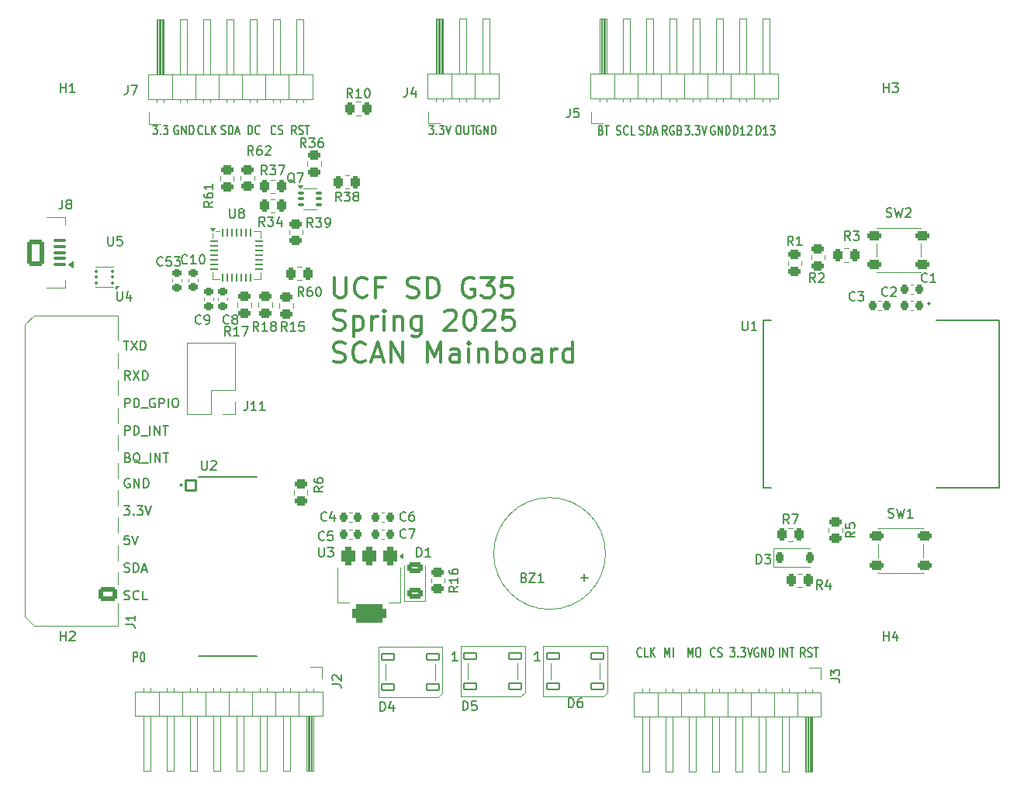
<source format=gto>
G04 #@! TF.GenerationSoftware,KiCad,Pcbnew,8.0.6*
G04 #@! TF.CreationDate,2025-02-16T00:38:08-05:00*
G04 #@! TF.ProjectId,SCAN_mainboard,5343414e-5f6d-4616-996e-626f6172642e,v1.0*
G04 #@! TF.SameCoordinates,Original*
G04 #@! TF.FileFunction,Legend,Top*
G04 #@! TF.FilePolarity,Positive*
%FSLAX46Y46*%
G04 Gerber Fmt 4.6, Leading zero omitted, Abs format (unit mm)*
G04 Created by KiCad (PCBNEW 8.0.6) date 2025-02-16 00:38:08*
%MOMM*%
%LPD*%
G01*
G04 APERTURE LIST*
G04 Aperture macros list*
%AMRoundRect*
0 Rectangle with rounded corners*
0 $1 Rounding radius*
0 $2 $3 $4 $5 $6 $7 $8 $9 X,Y pos of 4 corners*
0 Add a 4 corners polygon primitive as box body*
4,1,4,$2,$3,$4,$5,$6,$7,$8,$9,$2,$3,0*
0 Add four circle primitives for the rounded corners*
1,1,$1+$1,$2,$3*
1,1,$1+$1,$4,$5*
1,1,$1+$1,$6,$7*
1,1,$1+$1,$8,$9*
0 Add four rect primitives between the rounded corners*
20,1,$1+$1,$2,$3,$4,$5,0*
20,1,$1+$1,$4,$5,$6,$7,0*
20,1,$1+$1,$6,$7,$8,$9,0*
20,1,$1+$1,$8,$9,$2,$3,0*%
G04 Aperture macros list end*
%ADD10C,0.150000*%
%ADD11C,0.300000*%
%ADD12C,0.120000*%
%ADD13C,0.127000*%
%ADD14C,0.200000*%
%ADD15C,0.152400*%
%ADD16C,5.600000*%
%ADD17C,3.000000*%
%ADD18RoundRect,0.250001X0.759999X-0.499999X0.759999X0.499999X-0.759999X0.499999X-0.759999X-0.499999X0*%
%ADD19O,2.020000X1.500000*%
%ADD20R,1.700000X1.700000*%
%ADD21O,1.700000X1.700000*%
%ADD22RoundRect,0.250000X-0.262500X-0.450000X0.262500X-0.450000X0.262500X0.450000X-0.262500X0.450000X0*%
%ADD23RoundRect,0.093750X0.093750X0.106250X-0.093750X0.106250X-0.093750X-0.106250X0.093750X-0.106250X0*%
%ADD24R,1.000000X1.600000*%
%ADD25RoundRect,0.090000X-0.660000X-0.360000X0.660000X-0.360000X0.660000X0.360000X-0.660000X0.360000X0*%
%ADD26RoundRect,0.250000X-0.450000X0.262500X-0.450000X-0.262500X0.450000X-0.262500X0.450000X0.262500X0*%
%ADD27RoundRect,0.250000X0.262500X0.450000X-0.262500X0.450000X-0.262500X-0.450000X0.262500X-0.450000X0*%
%ADD28R,2.000000X2.000000*%
%ADD29C,2.000000*%
%ADD30RoundRect,0.250000X0.450000X-0.262500X0.450000X0.262500X-0.450000X0.262500X-0.450000X-0.262500X0*%
%ADD31O,1.900000X1.000000*%
%ADD32R,1.900000X0.875000*%
%ADD33O,1.250000X1.050000*%
%ADD34RoundRect,0.250000X-0.700000X1.200000X-0.700000X-1.200000X0.700000X-1.200000X0.700000X1.200000X0*%
%ADD35RoundRect,0.100000X-0.575000X0.100000X-0.575000X-0.100000X0.575000X-0.100000X0.575000X0.100000X0*%
%ADD36RoundRect,0.225000X-0.250000X0.225000X-0.250000X-0.225000X0.250000X-0.225000X0.250000X0.225000X0*%
%ADD37RoundRect,0.250000X-0.525000X-0.250000X0.525000X-0.250000X0.525000X0.250000X-0.525000X0.250000X0*%
%ADD38RoundRect,0.225000X-0.225000X-0.375000X0.225000X-0.375000X0.225000X0.375000X-0.225000X0.375000X0*%
%ADD39RoundRect,0.102000X-0.565000X-0.565000X0.565000X-0.565000X0.565000X0.565000X-0.565000X0.565000X0*%
%ADD40C,1.334000*%
%ADD41RoundRect,0.225000X-0.225000X-0.250000X0.225000X-0.250000X0.225000X0.250000X-0.225000X0.250000X0*%
%ADD42RoundRect,0.250000X0.625000X-0.375000X0.625000X0.375000X-0.625000X0.375000X-0.625000X-0.375000X0*%
%ADD43R,3.350000X3.350000*%
%ADD44RoundRect,0.062500X-0.062500X-0.337500X0.062500X-0.337500X0.062500X0.337500X-0.062500X0.337500X0*%
%ADD45RoundRect,0.062500X-0.337500X-0.062500X0.337500X-0.062500X0.337500X0.062500X-0.337500X0.062500X0*%
%ADD46RoundRect,0.225000X0.225000X0.250000X-0.225000X0.250000X-0.225000X-0.250000X0.225000X-0.250000X0*%
%ADD47RoundRect,0.375000X-0.375000X0.625000X-0.375000X-0.625000X0.375000X-0.625000X0.375000X0.625000X0*%
%ADD48RoundRect,0.500000X-1.400000X0.500000X-1.400000X-0.500000X1.400000X-0.500000X1.400000X0.500000X0*%
%ADD49RoundRect,0.100000X-0.225000X-0.100000X0.225000X-0.100000X0.225000X0.100000X-0.225000X0.100000X0*%
%ADD50R,0.299999X0.299999*%
%ADD51R,0.889000X1.498600*%
%ADD52R,0.812800X0.812800*%
G04 APERTURE END LIST*
D10*
X108043922Y-90949819D02*
X108615350Y-90949819D01*
X108329636Y-91949819D02*
X108329636Y-90949819D01*
X108853446Y-90949819D02*
X109520112Y-91949819D01*
X109520112Y-90949819D02*
X108853446Y-91949819D01*
X109901065Y-91949819D02*
X109901065Y-90949819D01*
X109901065Y-90949819D02*
X110139160Y-90949819D01*
X110139160Y-90949819D02*
X110282017Y-90997438D01*
X110282017Y-90997438D02*
X110377255Y-91092676D01*
X110377255Y-91092676D02*
X110424874Y-91187914D01*
X110424874Y-91187914D02*
X110472493Y-91378390D01*
X110472493Y-91378390D02*
X110472493Y-91521247D01*
X110472493Y-91521247D02*
X110424874Y-91711723D01*
X110424874Y-91711723D02*
X110377255Y-91806961D01*
X110377255Y-91806961D02*
X110282017Y-91902200D01*
X110282017Y-91902200D02*
X110139160Y-91949819D01*
X110139160Y-91949819D02*
X109901065Y-91949819D01*
X108758207Y-95199819D02*
X108424874Y-94723628D01*
X108186779Y-95199819D02*
X108186779Y-94199819D01*
X108186779Y-94199819D02*
X108567731Y-94199819D01*
X108567731Y-94199819D02*
X108662969Y-94247438D01*
X108662969Y-94247438D02*
X108710588Y-94295057D01*
X108710588Y-94295057D02*
X108758207Y-94390295D01*
X108758207Y-94390295D02*
X108758207Y-94533152D01*
X108758207Y-94533152D02*
X108710588Y-94628390D01*
X108710588Y-94628390D02*
X108662969Y-94676009D01*
X108662969Y-94676009D02*
X108567731Y-94723628D01*
X108567731Y-94723628D02*
X108186779Y-94723628D01*
X109091541Y-94199819D02*
X109758207Y-95199819D01*
X109758207Y-94199819D02*
X109091541Y-95199819D01*
X110139160Y-95199819D02*
X110139160Y-94199819D01*
X110139160Y-94199819D02*
X110377255Y-94199819D01*
X110377255Y-94199819D02*
X110520112Y-94247438D01*
X110520112Y-94247438D02*
X110615350Y-94342676D01*
X110615350Y-94342676D02*
X110662969Y-94437914D01*
X110662969Y-94437914D02*
X110710588Y-94628390D01*
X110710588Y-94628390D02*
X110710588Y-94771247D01*
X110710588Y-94771247D02*
X110662969Y-94961723D01*
X110662969Y-94961723D02*
X110615350Y-95056961D01*
X110615350Y-95056961D02*
X110520112Y-95152200D01*
X110520112Y-95152200D02*
X110377255Y-95199819D01*
X110377255Y-95199819D02*
X110139160Y-95199819D01*
X108186779Y-98199819D02*
X108186779Y-97199819D01*
X108186779Y-97199819D02*
X108567731Y-97199819D01*
X108567731Y-97199819D02*
X108662969Y-97247438D01*
X108662969Y-97247438D02*
X108710588Y-97295057D01*
X108710588Y-97295057D02*
X108758207Y-97390295D01*
X108758207Y-97390295D02*
X108758207Y-97533152D01*
X108758207Y-97533152D02*
X108710588Y-97628390D01*
X108710588Y-97628390D02*
X108662969Y-97676009D01*
X108662969Y-97676009D02*
X108567731Y-97723628D01*
X108567731Y-97723628D02*
X108186779Y-97723628D01*
X109186779Y-98199819D02*
X109186779Y-97199819D01*
X109186779Y-97199819D02*
X109424874Y-97199819D01*
X109424874Y-97199819D02*
X109567731Y-97247438D01*
X109567731Y-97247438D02*
X109662969Y-97342676D01*
X109662969Y-97342676D02*
X109710588Y-97437914D01*
X109710588Y-97437914D02*
X109758207Y-97628390D01*
X109758207Y-97628390D02*
X109758207Y-97771247D01*
X109758207Y-97771247D02*
X109710588Y-97961723D01*
X109710588Y-97961723D02*
X109662969Y-98056961D01*
X109662969Y-98056961D02*
X109567731Y-98152200D01*
X109567731Y-98152200D02*
X109424874Y-98199819D01*
X109424874Y-98199819D02*
X109186779Y-98199819D01*
X109948684Y-98295057D02*
X110710588Y-98295057D01*
X111472493Y-97247438D02*
X111377255Y-97199819D01*
X111377255Y-97199819D02*
X111234398Y-97199819D01*
X111234398Y-97199819D02*
X111091541Y-97247438D01*
X111091541Y-97247438D02*
X110996303Y-97342676D01*
X110996303Y-97342676D02*
X110948684Y-97437914D01*
X110948684Y-97437914D02*
X110901065Y-97628390D01*
X110901065Y-97628390D02*
X110901065Y-97771247D01*
X110901065Y-97771247D02*
X110948684Y-97961723D01*
X110948684Y-97961723D02*
X110996303Y-98056961D01*
X110996303Y-98056961D02*
X111091541Y-98152200D01*
X111091541Y-98152200D02*
X111234398Y-98199819D01*
X111234398Y-98199819D02*
X111329636Y-98199819D01*
X111329636Y-98199819D02*
X111472493Y-98152200D01*
X111472493Y-98152200D02*
X111520112Y-98104580D01*
X111520112Y-98104580D02*
X111520112Y-97771247D01*
X111520112Y-97771247D02*
X111329636Y-97771247D01*
X111948684Y-98199819D02*
X111948684Y-97199819D01*
X111948684Y-97199819D02*
X112329636Y-97199819D01*
X112329636Y-97199819D02*
X112424874Y-97247438D01*
X112424874Y-97247438D02*
X112472493Y-97295057D01*
X112472493Y-97295057D02*
X112520112Y-97390295D01*
X112520112Y-97390295D02*
X112520112Y-97533152D01*
X112520112Y-97533152D02*
X112472493Y-97628390D01*
X112472493Y-97628390D02*
X112424874Y-97676009D01*
X112424874Y-97676009D02*
X112329636Y-97723628D01*
X112329636Y-97723628D02*
X111948684Y-97723628D01*
X112948684Y-98199819D02*
X112948684Y-97199819D01*
X113615350Y-97199819D02*
X113805826Y-97199819D01*
X113805826Y-97199819D02*
X113901064Y-97247438D01*
X113901064Y-97247438D02*
X113996302Y-97342676D01*
X113996302Y-97342676D02*
X114043921Y-97533152D01*
X114043921Y-97533152D02*
X114043921Y-97866485D01*
X114043921Y-97866485D02*
X113996302Y-98056961D01*
X113996302Y-98056961D02*
X113901064Y-98152200D01*
X113901064Y-98152200D02*
X113805826Y-98199819D01*
X113805826Y-98199819D02*
X113615350Y-98199819D01*
X113615350Y-98199819D02*
X113520112Y-98152200D01*
X113520112Y-98152200D02*
X113424874Y-98056961D01*
X113424874Y-98056961D02*
X113377255Y-97866485D01*
X113377255Y-97866485D02*
X113377255Y-97533152D01*
X113377255Y-97533152D02*
X113424874Y-97342676D01*
X113424874Y-97342676D02*
X113520112Y-97247438D01*
X113520112Y-97247438D02*
X113615350Y-97199819D01*
X108186779Y-101199819D02*
X108186779Y-100199819D01*
X108186779Y-100199819D02*
X108567731Y-100199819D01*
X108567731Y-100199819D02*
X108662969Y-100247438D01*
X108662969Y-100247438D02*
X108710588Y-100295057D01*
X108710588Y-100295057D02*
X108758207Y-100390295D01*
X108758207Y-100390295D02*
X108758207Y-100533152D01*
X108758207Y-100533152D02*
X108710588Y-100628390D01*
X108710588Y-100628390D02*
X108662969Y-100676009D01*
X108662969Y-100676009D02*
X108567731Y-100723628D01*
X108567731Y-100723628D02*
X108186779Y-100723628D01*
X109186779Y-101199819D02*
X109186779Y-100199819D01*
X109186779Y-100199819D02*
X109424874Y-100199819D01*
X109424874Y-100199819D02*
X109567731Y-100247438D01*
X109567731Y-100247438D02*
X109662969Y-100342676D01*
X109662969Y-100342676D02*
X109710588Y-100437914D01*
X109710588Y-100437914D02*
X109758207Y-100628390D01*
X109758207Y-100628390D02*
X109758207Y-100771247D01*
X109758207Y-100771247D02*
X109710588Y-100961723D01*
X109710588Y-100961723D02*
X109662969Y-101056961D01*
X109662969Y-101056961D02*
X109567731Y-101152200D01*
X109567731Y-101152200D02*
X109424874Y-101199819D01*
X109424874Y-101199819D02*
X109186779Y-101199819D01*
X109948684Y-101295057D02*
X110710588Y-101295057D01*
X110948684Y-101199819D02*
X110948684Y-100199819D01*
X111424874Y-101199819D02*
X111424874Y-100199819D01*
X111424874Y-100199819D02*
X111996302Y-101199819D01*
X111996302Y-101199819D02*
X111996302Y-100199819D01*
X112329636Y-100199819D02*
X112901064Y-100199819D01*
X112615350Y-101199819D02*
X112615350Y-100199819D01*
X108520112Y-103676009D02*
X108662969Y-103723628D01*
X108662969Y-103723628D02*
X108710588Y-103771247D01*
X108710588Y-103771247D02*
X108758207Y-103866485D01*
X108758207Y-103866485D02*
X108758207Y-104009342D01*
X108758207Y-104009342D02*
X108710588Y-104104580D01*
X108710588Y-104104580D02*
X108662969Y-104152200D01*
X108662969Y-104152200D02*
X108567731Y-104199819D01*
X108567731Y-104199819D02*
X108186779Y-104199819D01*
X108186779Y-104199819D02*
X108186779Y-103199819D01*
X108186779Y-103199819D02*
X108520112Y-103199819D01*
X108520112Y-103199819D02*
X108615350Y-103247438D01*
X108615350Y-103247438D02*
X108662969Y-103295057D01*
X108662969Y-103295057D02*
X108710588Y-103390295D01*
X108710588Y-103390295D02*
X108710588Y-103485533D01*
X108710588Y-103485533D02*
X108662969Y-103580771D01*
X108662969Y-103580771D02*
X108615350Y-103628390D01*
X108615350Y-103628390D02*
X108520112Y-103676009D01*
X108520112Y-103676009D02*
X108186779Y-103676009D01*
X109853445Y-104295057D02*
X109758207Y-104247438D01*
X109758207Y-104247438D02*
X109662969Y-104152200D01*
X109662969Y-104152200D02*
X109520112Y-104009342D01*
X109520112Y-104009342D02*
X109424874Y-103961723D01*
X109424874Y-103961723D02*
X109329636Y-103961723D01*
X109377255Y-104199819D02*
X109282017Y-104152200D01*
X109282017Y-104152200D02*
X109186779Y-104056961D01*
X109186779Y-104056961D02*
X109139160Y-103866485D01*
X109139160Y-103866485D02*
X109139160Y-103533152D01*
X109139160Y-103533152D02*
X109186779Y-103342676D01*
X109186779Y-103342676D02*
X109282017Y-103247438D01*
X109282017Y-103247438D02*
X109377255Y-103199819D01*
X109377255Y-103199819D02*
X109567731Y-103199819D01*
X109567731Y-103199819D02*
X109662969Y-103247438D01*
X109662969Y-103247438D02*
X109758207Y-103342676D01*
X109758207Y-103342676D02*
X109805826Y-103533152D01*
X109805826Y-103533152D02*
X109805826Y-103866485D01*
X109805826Y-103866485D02*
X109758207Y-104056961D01*
X109758207Y-104056961D02*
X109662969Y-104152200D01*
X109662969Y-104152200D02*
X109567731Y-104199819D01*
X109567731Y-104199819D02*
X109377255Y-104199819D01*
X109996303Y-104295057D02*
X110758207Y-104295057D01*
X110996303Y-104199819D02*
X110996303Y-103199819D01*
X111472493Y-104199819D02*
X111472493Y-103199819D01*
X111472493Y-103199819D02*
X112043921Y-104199819D01*
X112043921Y-104199819D02*
X112043921Y-103199819D01*
X112377255Y-103199819D02*
X112948683Y-103199819D01*
X112662969Y-104199819D02*
X112662969Y-103199819D01*
X108710588Y-105997438D02*
X108615350Y-105949819D01*
X108615350Y-105949819D02*
X108472493Y-105949819D01*
X108472493Y-105949819D02*
X108329636Y-105997438D01*
X108329636Y-105997438D02*
X108234398Y-106092676D01*
X108234398Y-106092676D02*
X108186779Y-106187914D01*
X108186779Y-106187914D02*
X108139160Y-106378390D01*
X108139160Y-106378390D02*
X108139160Y-106521247D01*
X108139160Y-106521247D02*
X108186779Y-106711723D01*
X108186779Y-106711723D02*
X108234398Y-106806961D01*
X108234398Y-106806961D02*
X108329636Y-106902200D01*
X108329636Y-106902200D02*
X108472493Y-106949819D01*
X108472493Y-106949819D02*
X108567731Y-106949819D01*
X108567731Y-106949819D02*
X108710588Y-106902200D01*
X108710588Y-106902200D02*
X108758207Y-106854580D01*
X108758207Y-106854580D02*
X108758207Y-106521247D01*
X108758207Y-106521247D02*
X108567731Y-106521247D01*
X109186779Y-106949819D02*
X109186779Y-105949819D01*
X109186779Y-105949819D02*
X109758207Y-106949819D01*
X109758207Y-106949819D02*
X109758207Y-105949819D01*
X110234398Y-106949819D02*
X110234398Y-105949819D01*
X110234398Y-105949819D02*
X110472493Y-105949819D01*
X110472493Y-105949819D02*
X110615350Y-105997438D01*
X110615350Y-105997438D02*
X110710588Y-106092676D01*
X110710588Y-106092676D02*
X110758207Y-106187914D01*
X110758207Y-106187914D02*
X110805826Y-106378390D01*
X110805826Y-106378390D02*
X110805826Y-106521247D01*
X110805826Y-106521247D02*
X110758207Y-106711723D01*
X110758207Y-106711723D02*
X110710588Y-106806961D01*
X110710588Y-106806961D02*
X110615350Y-106902200D01*
X110615350Y-106902200D02*
X110472493Y-106949819D01*
X110472493Y-106949819D02*
X110234398Y-106949819D01*
X108091541Y-108949819D02*
X108710588Y-108949819D01*
X108710588Y-108949819D02*
X108377255Y-109330771D01*
X108377255Y-109330771D02*
X108520112Y-109330771D01*
X108520112Y-109330771D02*
X108615350Y-109378390D01*
X108615350Y-109378390D02*
X108662969Y-109426009D01*
X108662969Y-109426009D02*
X108710588Y-109521247D01*
X108710588Y-109521247D02*
X108710588Y-109759342D01*
X108710588Y-109759342D02*
X108662969Y-109854580D01*
X108662969Y-109854580D02*
X108615350Y-109902200D01*
X108615350Y-109902200D02*
X108520112Y-109949819D01*
X108520112Y-109949819D02*
X108234398Y-109949819D01*
X108234398Y-109949819D02*
X108139160Y-109902200D01*
X108139160Y-109902200D02*
X108091541Y-109854580D01*
X109139160Y-109854580D02*
X109186779Y-109902200D01*
X109186779Y-109902200D02*
X109139160Y-109949819D01*
X109139160Y-109949819D02*
X109091541Y-109902200D01*
X109091541Y-109902200D02*
X109139160Y-109854580D01*
X109139160Y-109854580D02*
X109139160Y-109949819D01*
X109520112Y-108949819D02*
X110139159Y-108949819D01*
X110139159Y-108949819D02*
X109805826Y-109330771D01*
X109805826Y-109330771D02*
X109948683Y-109330771D01*
X109948683Y-109330771D02*
X110043921Y-109378390D01*
X110043921Y-109378390D02*
X110091540Y-109426009D01*
X110091540Y-109426009D02*
X110139159Y-109521247D01*
X110139159Y-109521247D02*
X110139159Y-109759342D01*
X110139159Y-109759342D02*
X110091540Y-109854580D01*
X110091540Y-109854580D02*
X110043921Y-109902200D01*
X110043921Y-109902200D02*
X109948683Y-109949819D01*
X109948683Y-109949819D02*
X109662969Y-109949819D01*
X109662969Y-109949819D02*
X109567731Y-109902200D01*
X109567731Y-109902200D02*
X109520112Y-109854580D01*
X110424874Y-108949819D02*
X110758207Y-109949819D01*
X110758207Y-109949819D02*
X111091540Y-108949819D01*
X108662969Y-112199819D02*
X108186779Y-112199819D01*
X108186779Y-112199819D02*
X108139160Y-112676009D01*
X108139160Y-112676009D02*
X108186779Y-112628390D01*
X108186779Y-112628390D02*
X108282017Y-112580771D01*
X108282017Y-112580771D02*
X108520112Y-112580771D01*
X108520112Y-112580771D02*
X108615350Y-112628390D01*
X108615350Y-112628390D02*
X108662969Y-112676009D01*
X108662969Y-112676009D02*
X108710588Y-112771247D01*
X108710588Y-112771247D02*
X108710588Y-113009342D01*
X108710588Y-113009342D02*
X108662969Y-113104580D01*
X108662969Y-113104580D02*
X108615350Y-113152200D01*
X108615350Y-113152200D02*
X108520112Y-113199819D01*
X108520112Y-113199819D02*
X108282017Y-113199819D01*
X108282017Y-113199819D02*
X108186779Y-113152200D01*
X108186779Y-113152200D02*
X108139160Y-113104580D01*
X108996303Y-112199819D02*
X109329636Y-113199819D01*
X109329636Y-113199819D02*
X109662969Y-112199819D01*
X108139160Y-116152200D02*
X108282017Y-116199819D01*
X108282017Y-116199819D02*
X108520112Y-116199819D01*
X108520112Y-116199819D02*
X108615350Y-116152200D01*
X108615350Y-116152200D02*
X108662969Y-116104580D01*
X108662969Y-116104580D02*
X108710588Y-116009342D01*
X108710588Y-116009342D02*
X108710588Y-115914104D01*
X108710588Y-115914104D02*
X108662969Y-115818866D01*
X108662969Y-115818866D02*
X108615350Y-115771247D01*
X108615350Y-115771247D02*
X108520112Y-115723628D01*
X108520112Y-115723628D02*
X108329636Y-115676009D01*
X108329636Y-115676009D02*
X108234398Y-115628390D01*
X108234398Y-115628390D02*
X108186779Y-115580771D01*
X108186779Y-115580771D02*
X108139160Y-115485533D01*
X108139160Y-115485533D02*
X108139160Y-115390295D01*
X108139160Y-115390295D02*
X108186779Y-115295057D01*
X108186779Y-115295057D02*
X108234398Y-115247438D01*
X108234398Y-115247438D02*
X108329636Y-115199819D01*
X108329636Y-115199819D02*
X108567731Y-115199819D01*
X108567731Y-115199819D02*
X108710588Y-115247438D01*
X109139160Y-116199819D02*
X109139160Y-115199819D01*
X109139160Y-115199819D02*
X109377255Y-115199819D01*
X109377255Y-115199819D02*
X109520112Y-115247438D01*
X109520112Y-115247438D02*
X109615350Y-115342676D01*
X109615350Y-115342676D02*
X109662969Y-115437914D01*
X109662969Y-115437914D02*
X109710588Y-115628390D01*
X109710588Y-115628390D02*
X109710588Y-115771247D01*
X109710588Y-115771247D02*
X109662969Y-115961723D01*
X109662969Y-115961723D02*
X109615350Y-116056961D01*
X109615350Y-116056961D02*
X109520112Y-116152200D01*
X109520112Y-116152200D02*
X109377255Y-116199819D01*
X109377255Y-116199819D02*
X109139160Y-116199819D01*
X110091541Y-115914104D02*
X110567731Y-115914104D01*
X109996303Y-116199819D02*
X110329636Y-115199819D01*
X110329636Y-115199819D02*
X110662969Y-116199819D01*
X108139160Y-119152200D02*
X108282017Y-119199819D01*
X108282017Y-119199819D02*
X108520112Y-119199819D01*
X108520112Y-119199819D02*
X108615350Y-119152200D01*
X108615350Y-119152200D02*
X108662969Y-119104580D01*
X108662969Y-119104580D02*
X108710588Y-119009342D01*
X108710588Y-119009342D02*
X108710588Y-118914104D01*
X108710588Y-118914104D02*
X108662969Y-118818866D01*
X108662969Y-118818866D02*
X108615350Y-118771247D01*
X108615350Y-118771247D02*
X108520112Y-118723628D01*
X108520112Y-118723628D02*
X108329636Y-118676009D01*
X108329636Y-118676009D02*
X108234398Y-118628390D01*
X108234398Y-118628390D02*
X108186779Y-118580771D01*
X108186779Y-118580771D02*
X108139160Y-118485533D01*
X108139160Y-118485533D02*
X108139160Y-118390295D01*
X108139160Y-118390295D02*
X108186779Y-118295057D01*
X108186779Y-118295057D02*
X108234398Y-118247438D01*
X108234398Y-118247438D02*
X108329636Y-118199819D01*
X108329636Y-118199819D02*
X108567731Y-118199819D01*
X108567731Y-118199819D02*
X108710588Y-118247438D01*
X109710588Y-119104580D02*
X109662969Y-119152200D01*
X109662969Y-119152200D02*
X109520112Y-119199819D01*
X109520112Y-119199819D02*
X109424874Y-119199819D01*
X109424874Y-119199819D02*
X109282017Y-119152200D01*
X109282017Y-119152200D02*
X109186779Y-119056961D01*
X109186779Y-119056961D02*
X109139160Y-118961723D01*
X109139160Y-118961723D02*
X109091541Y-118771247D01*
X109091541Y-118771247D02*
X109091541Y-118628390D01*
X109091541Y-118628390D02*
X109139160Y-118437914D01*
X109139160Y-118437914D02*
X109186779Y-118342676D01*
X109186779Y-118342676D02*
X109282017Y-118247438D01*
X109282017Y-118247438D02*
X109424874Y-118199819D01*
X109424874Y-118199819D02*
X109520112Y-118199819D01*
X109520112Y-118199819D02*
X109662969Y-118247438D01*
X109662969Y-118247438D02*
X109710588Y-118295057D01*
X110615350Y-119199819D02*
X110139160Y-119199819D01*
X110139160Y-119199819D02*
X110139160Y-118199819D01*
X141389047Y-67399819D02*
X141884285Y-67399819D01*
X141884285Y-67399819D02*
X141617619Y-67780771D01*
X141617619Y-67780771D02*
X141731904Y-67780771D01*
X141731904Y-67780771D02*
X141808095Y-67828390D01*
X141808095Y-67828390D02*
X141846190Y-67876009D01*
X141846190Y-67876009D02*
X141884285Y-67971247D01*
X141884285Y-67971247D02*
X141884285Y-68209342D01*
X141884285Y-68209342D02*
X141846190Y-68304580D01*
X141846190Y-68304580D02*
X141808095Y-68352200D01*
X141808095Y-68352200D02*
X141731904Y-68399819D01*
X141731904Y-68399819D02*
X141503333Y-68399819D01*
X141503333Y-68399819D02*
X141427142Y-68352200D01*
X141427142Y-68352200D02*
X141389047Y-68304580D01*
X142227143Y-68304580D02*
X142265238Y-68352200D01*
X142265238Y-68352200D02*
X142227143Y-68399819D01*
X142227143Y-68399819D02*
X142189047Y-68352200D01*
X142189047Y-68352200D02*
X142227143Y-68304580D01*
X142227143Y-68304580D02*
X142227143Y-68399819D01*
X142531904Y-67399819D02*
X143027142Y-67399819D01*
X143027142Y-67399819D02*
X142760476Y-67780771D01*
X142760476Y-67780771D02*
X142874761Y-67780771D01*
X142874761Y-67780771D02*
X142950952Y-67828390D01*
X142950952Y-67828390D02*
X142989047Y-67876009D01*
X142989047Y-67876009D02*
X143027142Y-67971247D01*
X143027142Y-67971247D02*
X143027142Y-68209342D01*
X143027142Y-68209342D02*
X142989047Y-68304580D01*
X142989047Y-68304580D02*
X142950952Y-68352200D01*
X142950952Y-68352200D02*
X142874761Y-68399819D01*
X142874761Y-68399819D02*
X142646190Y-68399819D01*
X142646190Y-68399819D02*
X142569999Y-68352200D01*
X142569999Y-68352200D02*
X142531904Y-68304580D01*
X143255714Y-67399819D02*
X143522381Y-68399819D01*
X143522381Y-68399819D02*
X143789047Y-67399819D01*
X144550000Y-67399819D02*
X144702381Y-67399819D01*
X144702381Y-67399819D02*
X144778571Y-67447438D01*
X144778571Y-67447438D02*
X144854762Y-67542676D01*
X144854762Y-67542676D02*
X144892857Y-67733152D01*
X144892857Y-67733152D02*
X144892857Y-68066485D01*
X144892857Y-68066485D02*
X144854762Y-68256961D01*
X144854762Y-68256961D02*
X144778571Y-68352200D01*
X144778571Y-68352200D02*
X144702381Y-68399819D01*
X144702381Y-68399819D02*
X144550000Y-68399819D01*
X144550000Y-68399819D02*
X144473809Y-68352200D01*
X144473809Y-68352200D02*
X144397619Y-68256961D01*
X144397619Y-68256961D02*
X144359523Y-68066485D01*
X144359523Y-68066485D02*
X144359523Y-67733152D01*
X144359523Y-67733152D02*
X144397619Y-67542676D01*
X144397619Y-67542676D02*
X144473809Y-67447438D01*
X144473809Y-67447438D02*
X144550000Y-67399819D01*
X145235714Y-67399819D02*
X145235714Y-68209342D01*
X145235714Y-68209342D02*
X145273809Y-68304580D01*
X145273809Y-68304580D02*
X145311904Y-68352200D01*
X145311904Y-68352200D02*
X145388095Y-68399819D01*
X145388095Y-68399819D02*
X145540476Y-68399819D01*
X145540476Y-68399819D02*
X145616666Y-68352200D01*
X145616666Y-68352200D02*
X145654761Y-68304580D01*
X145654761Y-68304580D02*
X145692857Y-68209342D01*
X145692857Y-68209342D02*
X145692857Y-67399819D01*
X145959523Y-67399819D02*
X146416666Y-67399819D01*
X146188094Y-68399819D02*
X146188094Y-67399819D01*
X172558207Y-67497438D02*
X172482017Y-67449819D01*
X172482017Y-67449819D02*
X172367731Y-67449819D01*
X172367731Y-67449819D02*
X172253445Y-67497438D01*
X172253445Y-67497438D02*
X172177255Y-67592676D01*
X172177255Y-67592676D02*
X172139160Y-67687914D01*
X172139160Y-67687914D02*
X172101064Y-67878390D01*
X172101064Y-67878390D02*
X172101064Y-68021247D01*
X172101064Y-68021247D02*
X172139160Y-68211723D01*
X172139160Y-68211723D02*
X172177255Y-68306961D01*
X172177255Y-68306961D02*
X172253445Y-68402200D01*
X172253445Y-68402200D02*
X172367731Y-68449819D01*
X172367731Y-68449819D02*
X172443922Y-68449819D01*
X172443922Y-68449819D02*
X172558207Y-68402200D01*
X172558207Y-68402200D02*
X172596303Y-68354580D01*
X172596303Y-68354580D02*
X172596303Y-68021247D01*
X172596303Y-68021247D02*
X172443922Y-68021247D01*
X172939160Y-68449819D02*
X172939160Y-67449819D01*
X172939160Y-67449819D02*
X173396303Y-68449819D01*
X173396303Y-68449819D02*
X173396303Y-67449819D01*
X173777255Y-68449819D02*
X173777255Y-67449819D01*
X173777255Y-67449819D02*
X173967731Y-67449819D01*
X173967731Y-67449819D02*
X174082017Y-67497438D01*
X174082017Y-67497438D02*
X174158207Y-67592676D01*
X174158207Y-67592676D02*
X174196302Y-67687914D01*
X174196302Y-67687914D02*
X174234398Y-67878390D01*
X174234398Y-67878390D02*
X174234398Y-68021247D01*
X174234398Y-68021247D02*
X174196302Y-68211723D01*
X174196302Y-68211723D02*
X174158207Y-68306961D01*
X174158207Y-68306961D02*
X174082017Y-68402200D01*
X174082017Y-68402200D02*
X173967731Y-68449819D01*
X173967731Y-68449819D02*
X173777255Y-68449819D01*
X164351064Y-68402200D02*
X164465350Y-68449819D01*
X164465350Y-68449819D02*
X164655826Y-68449819D01*
X164655826Y-68449819D02*
X164732017Y-68402200D01*
X164732017Y-68402200D02*
X164770112Y-68354580D01*
X164770112Y-68354580D02*
X164808207Y-68259342D01*
X164808207Y-68259342D02*
X164808207Y-68164104D01*
X164808207Y-68164104D02*
X164770112Y-68068866D01*
X164770112Y-68068866D02*
X164732017Y-68021247D01*
X164732017Y-68021247D02*
X164655826Y-67973628D01*
X164655826Y-67973628D02*
X164503445Y-67926009D01*
X164503445Y-67926009D02*
X164427255Y-67878390D01*
X164427255Y-67878390D02*
X164389160Y-67830771D01*
X164389160Y-67830771D02*
X164351064Y-67735533D01*
X164351064Y-67735533D02*
X164351064Y-67640295D01*
X164351064Y-67640295D02*
X164389160Y-67545057D01*
X164389160Y-67545057D02*
X164427255Y-67497438D01*
X164427255Y-67497438D02*
X164503445Y-67449819D01*
X164503445Y-67449819D02*
X164693922Y-67449819D01*
X164693922Y-67449819D02*
X164808207Y-67497438D01*
X165151065Y-68449819D02*
X165151065Y-67449819D01*
X165151065Y-67449819D02*
X165341541Y-67449819D01*
X165341541Y-67449819D02*
X165455827Y-67497438D01*
X165455827Y-67497438D02*
X165532017Y-67592676D01*
X165532017Y-67592676D02*
X165570112Y-67687914D01*
X165570112Y-67687914D02*
X165608208Y-67878390D01*
X165608208Y-67878390D02*
X165608208Y-68021247D01*
X165608208Y-68021247D02*
X165570112Y-68211723D01*
X165570112Y-68211723D02*
X165532017Y-68306961D01*
X165532017Y-68306961D02*
X165455827Y-68402200D01*
X165455827Y-68402200D02*
X165341541Y-68449819D01*
X165341541Y-68449819D02*
X165151065Y-68449819D01*
X165912969Y-68164104D02*
X166293922Y-68164104D01*
X165836779Y-68449819D02*
X166103446Y-67449819D01*
X166103446Y-67449819D02*
X166370112Y-68449819D01*
X109139160Y-125949819D02*
X109139160Y-124949819D01*
X109139160Y-124949819D02*
X109443922Y-124949819D01*
X109443922Y-124949819D02*
X109520112Y-124997438D01*
X109520112Y-124997438D02*
X109558207Y-125045057D01*
X109558207Y-125045057D02*
X109596303Y-125140295D01*
X109596303Y-125140295D02*
X109596303Y-125283152D01*
X109596303Y-125283152D02*
X109558207Y-125378390D01*
X109558207Y-125378390D02*
X109520112Y-125426009D01*
X109520112Y-125426009D02*
X109443922Y-125473628D01*
X109443922Y-125473628D02*
X109139160Y-125473628D01*
X110091541Y-124949819D02*
X110167731Y-124949819D01*
X110167731Y-124949819D02*
X110243922Y-124997438D01*
X110243922Y-124997438D02*
X110282017Y-125045057D01*
X110282017Y-125045057D02*
X110320112Y-125140295D01*
X110320112Y-125140295D02*
X110358207Y-125330771D01*
X110358207Y-125330771D02*
X110358207Y-125568866D01*
X110358207Y-125568866D02*
X110320112Y-125759342D01*
X110320112Y-125759342D02*
X110282017Y-125854580D01*
X110282017Y-125854580D02*
X110243922Y-125902200D01*
X110243922Y-125902200D02*
X110167731Y-125949819D01*
X110167731Y-125949819D02*
X110091541Y-125949819D01*
X110091541Y-125949819D02*
X110015350Y-125902200D01*
X110015350Y-125902200D02*
X109977255Y-125854580D01*
X109977255Y-125854580D02*
X109939160Y-125759342D01*
X109939160Y-125759342D02*
X109901064Y-125568866D01*
X109901064Y-125568866D02*
X109901064Y-125330771D01*
X109901064Y-125330771D02*
X109939160Y-125140295D01*
X109939160Y-125140295D02*
X109977255Y-125045057D01*
X109977255Y-125045057D02*
X110015350Y-124997438D01*
X110015350Y-124997438D02*
X110091541Y-124949819D01*
X177139160Y-68449819D02*
X177139160Y-67449819D01*
X177139160Y-67449819D02*
X177329636Y-67449819D01*
X177329636Y-67449819D02*
X177443922Y-67497438D01*
X177443922Y-67497438D02*
X177520112Y-67592676D01*
X177520112Y-67592676D02*
X177558207Y-67687914D01*
X177558207Y-67687914D02*
X177596303Y-67878390D01*
X177596303Y-67878390D02*
X177596303Y-68021247D01*
X177596303Y-68021247D02*
X177558207Y-68211723D01*
X177558207Y-68211723D02*
X177520112Y-68306961D01*
X177520112Y-68306961D02*
X177443922Y-68402200D01*
X177443922Y-68402200D02*
X177329636Y-68449819D01*
X177329636Y-68449819D02*
X177139160Y-68449819D01*
X178358207Y-68449819D02*
X177901064Y-68449819D01*
X178129636Y-68449819D02*
X178129636Y-67449819D01*
X178129636Y-67449819D02*
X178053445Y-67592676D01*
X178053445Y-67592676D02*
X177977255Y-67687914D01*
X177977255Y-67687914D02*
X177901064Y-67735533D01*
X178624874Y-67449819D02*
X179120112Y-67449819D01*
X179120112Y-67449819D02*
X178853446Y-67830771D01*
X178853446Y-67830771D02*
X178967731Y-67830771D01*
X178967731Y-67830771D02*
X179043922Y-67878390D01*
X179043922Y-67878390D02*
X179082017Y-67926009D01*
X179082017Y-67926009D02*
X179120112Y-68021247D01*
X179120112Y-68021247D02*
X179120112Y-68259342D01*
X179120112Y-68259342D02*
X179082017Y-68354580D01*
X179082017Y-68354580D02*
X179043922Y-68402200D01*
X179043922Y-68402200D02*
X178967731Y-68449819D01*
X178967731Y-68449819D02*
X178739160Y-68449819D01*
X178739160Y-68449819D02*
X178662969Y-68402200D01*
X178662969Y-68402200D02*
X178624874Y-68354580D01*
X111251904Y-67399819D02*
X111747142Y-67399819D01*
X111747142Y-67399819D02*
X111480476Y-67780771D01*
X111480476Y-67780771D02*
X111594761Y-67780771D01*
X111594761Y-67780771D02*
X111670952Y-67828390D01*
X111670952Y-67828390D02*
X111709047Y-67876009D01*
X111709047Y-67876009D02*
X111747142Y-67971247D01*
X111747142Y-67971247D02*
X111747142Y-68209342D01*
X111747142Y-68209342D02*
X111709047Y-68304580D01*
X111709047Y-68304580D02*
X111670952Y-68352200D01*
X111670952Y-68352200D02*
X111594761Y-68399819D01*
X111594761Y-68399819D02*
X111366190Y-68399819D01*
X111366190Y-68399819D02*
X111289999Y-68352200D01*
X111289999Y-68352200D02*
X111251904Y-68304580D01*
X112090000Y-68304580D02*
X112128095Y-68352200D01*
X112128095Y-68352200D02*
X112090000Y-68399819D01*
X112090000Y-68399819D02*
X112051904Y-68352200D01*
X112051904Y-68352200D02*
X112090000Y-68304580D01*
X112090000Y-68304580D02*
X112090000Y-68399819D01*
X112394761Y-67399819D02*
X112889999Y-67399819D01*
X112889999Y-67399819D02*
X112623333Y-67780771D01*
X112623333Y-67780771D02*
X112737618Y-67780771D01*
X112737618Y-67780771D02*
X112813809Y-67828390D01*
X112813809Y-67828390D02*
X112851904Y-67876009D01*
X112851904Y-67876009D02*
X112889999Y-67971247D01*
X112889999Y-67971247D02*
X112889999Y-68209342D01*
X112889999Y-68209342D02*
X112851904Y-68304580D01*
X112851904Y-68304580D02*
X112813809Y-68352200D01*
X112813809Y-68352200D02*
X112737618Y-68399819D01*
X112737618Y-68399819D02*
X112509047Y-68399819D01*
X112509047Y-68399819D02*
X112432856Y-68352200D01*
X112432856Y-68352200D02*
X112394761Y-68304580D01*
X169312969Y-67449819D02*
X169808207Y-67449819D01*
X169808207Y-67449819D02*
X169541541Y-67830771D01*
X169541541Y-67830771D02*
X169655826Y-67830771D01*
X169655826Y-67830771D02*
X169732017Y-67878390D01*
X169732017Y-67878390D02*
X169770112Y-67926009D01*
X169770112Y-67926009D02*
X169808207Y-68021247D01*
X169808207Y-68021247D02*
X169808207Y-68259342D01*
X169808207Y-68259342D02*
X169770112Y-68354580D01*
X169770112Y-68354580D02*
X169732017Y-68402200D01*
X169732017Y-68402200D02*
X169655826Y-68449819D01*
X169655826Y-68449819D02*
X169427255Y-68449819D01*
X169427255Y-68449819D02*
X169351064Y-68402200D01*
X169351064Y-68402200D02*
X169312969Y-68354580D01*
X170151065Y-68354580D02*
X170189160Y-68402200D01*
X170189160Y-68402200D02*
X170151065Y-68449819D01*
X170151065Y-68449819D02*
X170112969Y-68402200D01*
X170112969Y-68402200D02*
X170151065Y-68354580D01*
X170151065Y-68354580D02*
X170151065Y-68449819D01*
X170455826Y-67449819D02*
X170951064Y-67449819D01*
X170951064Y-67449819D02*
X170684398Y-67830771D01*
X170684398Y-67830771D02*
X170798683Y-67830771D01*
X170798683Y-67830771D02*
X170874874Y-67878390D01*
X170874874Y-67878390D02*
X170912969Y-67926009D01*
X170912969Y-67926009D02*
X170951064Y-68021247D01*
X170951064Y-68021247D02*
X170951064Y-68259342D01*
X170951064Y-68259342D02*
X170912969Y-68354580D01*
X170912969Y-68354580D02*
X170874874Y-68402200D01*
X170874874Y-68402200D02*
X170798683Y-68449819D01*
X170798683Y-68449819D02*
X170570112Y-68449819D01*
X170570112Y-68449819D02*
X170493921Y-68402200D01*
X170493921Y-68402200D02*
X170455826Y-68354580D01*
X171179636Y-67449819D02*
X171446303Y-68449819D01*
X171446303Y-68449819D02*
X171712969Y-67449819D01*
X179639160Y-125449819D02*
X179639160Y-124449819D01*
X180020112Y-125449819D02*
X180020112Y-124449819D01*
X180020112Y-124449819D02*
X180477255Y-125449819D01*
X180477255Y-125449819D02*
X180477255Y-124449819D01*
X180743921Y-124449819D02*
X181201064Y-124449819D01*
X180972492Y-125449819D02*
X180972492Y-124449819D01*
X167346303Y-68449819D02*
X167079636Y-67973628D01*
X166889160Y-68449819D02*
X166889160Y-67449819D01*
X166889160Y-67449819D02*
X167193922Y-67449819D01*
X167193922Y-67449819D02*
X167270112Y-67497438D01*
X167270112Y-67497438D02*
X167308207Y-67545057D01*
X167308207Y-67545057D02*
X167346303Y-67640295D01*
X167346303Y-67640295D02*
X167346303Y-67783152D01*
X167346303Y-67783152D02*
X167308207Y-67878390D01*
X167308207Y-67878390D02*
X167270112Y-67926009D01*
X167270112Y-67926009D02*
X167193922Y-67973628D01*
X167193922Y-67973628D02*
X166889160Y-67973628D01*
X168108207Y-67497438D02*
X168032017Y-67449819D01*
X168032017Y-67449819D02*
X167917731Y-67449819D01*
X167917731Y-67449819D02*
X167803445Y-67497438D01*
X167803445Y-67497438D02*
X167727255Y-67592676D01*
X167727255Y-67592676D02*
X167689160Y-67687914D01*
X167689160Y-67687914D02*
X167651064Y-67878390D01*
X167651064Y-67878390D02*
X167651064Y-68021247D01*
X167651064Y-68021247D02*
X167689160Y-68211723D01*
X167689160Y-68211723D02*
X167727255Y-68306961D01*
X167727255Y-68306961D02*
X167803445Y-68402200D01*
X167803445Y-68402200D02*
X167917731Y-68449819D01*
X167917731Y-68449819D02*
X167993922Y-68449819D01*
X167993922Y-68449819D02*
X168108207Y-68402200D01*
X168108207Y-68402200D02*
X168146303Y-68354580D01*
X168146303Y-68354580D02*
X168146303Y-68021247D01*
X168146303Y-68021247D02*
X167993922Y-68021247D01*
X168755826Y-67926009D02*
X168870112Y-67973628D01*
X168870112Y-67973628D02*
X168908207Y-68021247D01*
X168908207Y-68021247D02*
X168946303Y-68116485D01*
X168946303Y-68116485D02*
X168946303Y-68259342D01*
X168946303Y-68259342D02*
X168908207Y-68354580D01*
X168908207Y-68354580D02*
X168870112Y-68402200D01*
X168870112Y-68402200D02*
X168793922Y-68449819D01*
X168793922Y-68449819D02*
X168489160Y-68449819D01*
X168489160Y-68449819D02*
X168489160Y-67449819D01*
X168489160Y-67449819D02*
X168755826Y-67449819D01*
X168755826Y-67449819D02*
X168832017Y-67497438D01*
X168832017Y-67497438D02*
X168870112Y-67545057D01*
X168870112Y-67545057D02*
X168908207Y-67640295D01*
X168908207Y-67640295D02*
X168908207Y-67735533D01*
X168908207Y-67735533D02*
X168870112Y-67830771D01*
X168870112Y-67830771D02*
X168832017Y-67878390D01*
X168832017Y-67878390D02*
X168755826Y-67926009D01*
X168755826Y-67926009D02*
X168489160Y-67926009D01*
X169639160Y-125449819D02*
X169639160Y-124449819D01*
X169639160Y-124449819D02*
X169905826Y-125164104D01*
X169905826Y-125164104D02*
X170172493Y-124449819D01*
X170172493Y-124449819D02*
X170172493Y-125449819D01*
X170705827Y-124449819D02*
X170858208Y-124449819D01*
X170858208Y-124449819D02*
X170934398Y-124497438D01*
X170934398Y-124497438D02*
X171010589Y-124592676D01*
X171010589Y-124592676D02*
X171048684Y-124783152D01*
X171048684Y-124783152D02*
X171048684Y-125116485D01*
X171048684Y-125116485D02*
X171010589Y-125306961D01*
X171010589Y-125306961D02*
X170934398Y-125402200D01*
X170934398Y-125402200D02*
X170858208Y-125449819D01*
X170858208Y-125449819D02*
X170705827Y-125449819D01*
X170705827Y-125449819D02*
X170629636Y-125402200D01*
X170629636Y-125402200D02*
X170553446Y-125306961D01*
X170553446Y-125306961D02*
X170515350Y-125116485D01*
X170515350Y-125116485D02*
X170515350Y-124783152D01*
X170515350Y-124783152D02*
X170553446Y-124592676D01*
X170553446Y-124592676D02*
X170629636Y-124497438D01*
X170629636Y-124497438D02*
X170705827Y-124449819D01*
X167139160Y-125449819D02*
X167139160Y-124449819D01*
X167139160Y-124449819D02*
X167405826Y-125164104D01*
X167405826Y-125164104D02*
X167672493Y-124449819D01*
X167672493Y-124449819D02*
X167672493Y-125449819D01*
X168053446Y-125449819D02*
X168053446Y-124449819D01*
D11*
X131071177Y-84011407D02*
X131071177Y-85792360D01*
X131071177Y-85792360D02*
X131175939Y-86001884D01*
X131175939Y-86001884D02*
X131280701Y-86106646D01*
X131280701Y-86106646D02*
X131490225Y-86211407D01*
X131490225Y-86211407D02*
X131909272Y-86211407D01*
X131909272Y-86211407D02*
X132118796Y-86106646D01*
X132118796Y-86106646D02*
X132223558Y-86001884D01*
X132223558Y-86001884D02*
X132328320Y-85792360D01*
X132328320Y-85792360D02*
X132328320Y-84011407D01*
X134633082Y-86001884D02*
X134528320Y-86106646D01*
X134528320Y-86106646D02*
X134214034Y-86211407D01*
X134214034Y-86211407D02*
X134004510Y-86211407D01*
X134004510Y-86211407D02*
X133690225Y-86106646D01*
X133690225Y-86106646D02*
X133480701Y-85897122D01*
X133480701Y-85897122D02*
X133375939Y-85687598D01*
X133375939Y-85687598D02*
X133271177Y-85268550D01*
X133271177Y-85268550D02*
X133271177Y-84954265D01*
X133271177Y-84954265D02*
X133375939Y-84535217D01*
X133375939Y-84535217D02*
X133480701Y-84325693D01*
X133480701Y-84325693D02*
X133690225Y-84116169D01*
X133690225Y-84116169D02*
X134004510Y-84011407D01*
X134004510Y-84011407D02*
X134214034Y-84011407D01*
X134214034Y-84011407D02*
X134528320Y-84116169D01*
X134528320Y-84116169D02*
X134633082Y-84220931D01*
X136309272Y-85059026D02*
X135575939Y-85059026D01*
X135575939Y-86211407D02*
X135575939Y-84011407D01*
X135575939Y-84011407D02*
X136623558Y-84011407D01*
X139033081Y-86106646D02*
X139347367Y-86211407D01*
X139347367Y-86211407D02*
X139871176Y-86211407D01*
X139871176Y-86211407D02*
X140080700Y-86106646D01*
X140080700Y-86106646D02*
X140185462Y-86001884D01*
X140185462Y-86001884D02*
X140290224Y-85792360D01*
X140290224Y-85792360D02*
X140290224Y-85582836D01*
X140290224Y-85582836D02*
X140185462Y-85373312D01*
X140185462Y-85373312D02*
X140080700Y-85268550D01*
X140080700Y-85268550D02*
X139871176Y-85163788D01*
X139871176Y-85163788D02*
X139452129Y-85059026D01*
X139452129Y-85059026D02*
X139242605Y-84954265D01*
X139242605Y-84954265D02*
X139137843Y-84849503D01*
X139137843Y-84849503D02*
X139033081Y-84639979D01*
X139033081Y-84639979D02*
X139033081Y-84430455D01*
X139033081Y-84430455D02*
X139137843Y-84220931D01*
X139137843Y-84220931D02*
X139242605Y-84116169D01*
X139242605Y-84116169D02*
X139452129Y-84011407D01*
X139452129Y-84011407D02*
X139975938Y-84011407D01*
X139975938Y-84011407D02*
X140290224Y-84116169D01*
X141233081Y-86211407D02*
X141233081Y-84011407D01*
X141233081Y-84011407D02*
X141756891Y-84011407D01*
X141756891Y-84011407D02*
X142071176Y-84116169D01*
X142071176Y-84116169D02*
X142280700Y-84325693D01*
X142280700Y-84325693D02*
X142385462Y-84535217D01*
X142385462Y-84535217D02*
X142490224Y-84954265D01*
X142490224Y-84954265D02*
X142490224Y-85268550D01*
X142490224Y-85268550D02*
X142385462Y-85687598D01*
X142385462Y-85687598D02*
X142280700Y-85897122D01*
X142280700Y-85897122D02*
X142071176Y-86106646D01*
X142071176Y-86106646D02*
X141756891Y-86211407D01*
X141756891Y-86211407D02*
X141233081Y-86211407D01*
X146261652Y-84116169D02*
X146052128Y-84011407D01*
X146052128Y-84011407D02*
X145737842Y-84011407D01*
X145737842Y-84011407D02*
X145423557Y-84116169D01*
X145423557Y-84116169D02*
X145214033Y-84325693D01*
X145214033Y-84325693D02*
X145109271Y-84535217D01*
X145109271Y-84535217D02*
X145004509Y-84954265D01*
X145004509Y-84954265D02*
X145004509Y-85268550D01*
X145004509Y-85268550D02*
X145109271Y-85687598D01*
X145109271Y-85687598D02*
X145214033Y-85897122D01*
X145214033Y-85897122D02*
X145423557Y-86106646D01*
X145423557Y-86106646D02*
X145737842Y-86211407D01*
X145737842Y-86211407D02*
X145947366Y-86211407D01*
X145947366Y-86211407D02*
X146261652Y-86106646D01*
X146261652Y-86106646D02*
X146366414Y-86001884D01*
X146366414Y-86001884D02*
X146366414Y-85268550D01*
X146366414Y-85268550D02*
X145947366Y-85268550D01*
X147099747Y-84011407D02*
X148461652Y-84011407D01*
X148461652Y-84011407D02*
X147728319Y-84849503D01*
X147728319Y-84849503D02*
X148042604Y-84849503D01*
X148042604Y-84849503D02*
X148252128Y-84954265D01*
X148252128Y-84954265D02*
X148356890Y-85059026D01*
X148356890Y-85059026D02*
X148461652Y-85268550D01*
X148461652Y-85268550D02*
X148461652Y-85792360D01*
X148461652Y-85792360D02*
X148356890Y-86001884D01*
X148356890Y-86001884D02*
X148252128Y-86106646D01*
X148252128Y-86106646D02*
X148042604Y-86211407D01*
X148042604Y-86211407D02*
X147414033Y-86211407D01*
X147414033Y-86211407D02*
X147204509Y-86106646D01*
X147204509Y-86106646D02*
X147099747Y-86001884D01*
X150452128Y-84011407D02*
X149404509Y-84011407D01*
X149404509Y-84011407D02*
X149299747Y-85059026D01*
X149299747Y-85059026D02*
X149404509Y-84954265D01*
X149404509Y-84954265D02*
X149614033Y-84849503D01*
X149614033Y-84849503D02*
X150137842Y-84849503D01*
X150137842Y-84849503D02*
X150347366Y-84954265D01*
X150347366Y-84954265D02*
X150452128Y-85059026D01*
X150452128Y-85059026D02*
X150556890Y-85268550D01*
X150556890Y-85268550D02*
X150556890Y-85792360D01*
X150556890Y-85792360D02*
X150452128Y-86001884D01*
X150452128Y-86001884D02*
X150347366Y-86106646D01*
X150347366Y-86106646D02*
X150137842Y-86211407D01*
X150137842Y-86211407D02*
X149614033Y-86211407D01*
X149614033Y-86211407D02*
X149404509Y-86106646D01*
X149404509Y-86106646D02*
X149299747Y-86001884D01*
X130966415Y-89648523D02*
X131280701Y-89753284D01*
X131280701Y-89753284D02*
X131804510Y-89753284D01*
X131804510Y-89753284D02*
X132014034Y-89648523D01*
X132014034Y-89648523D02*
X132118796Y-89543761D01*
X132118796Y-89543761D02*
X132223558Y-89334237D01*
X132223558Y-89334237D02*
X132223558Y-89124713D01*
X132223558Y-89124713D02*
X132118796Y-88915189D01*
X132118796Y-88915189D02*
X132014034Y-88810427D01*
X132014034Y-88810427D02*
X131804510Y-88705665D01*
X131804510Y-88705665D02*
X131385463Y-88600903D01*
X131385463Y-88600903D02*
X131175939Y-88496142D01*
X131175939Y-88496142D02*
X131071177Y-88391380D01*
X131071177Y-88391380D02*
X130966415Y-88181856D01*
X130966415Y-88181856D02*
X130966415Y-87972332D01*
X130966415Y-87972332D02*
X131071177Y-87762808D01*
X131071177Y-87762808D02*
X131175939Y-87658046D01*
X131175939Y-87658046D02*
X131385463Y-87553284D01*
X131385463Y-87553284D02*
X131909272Y-87553284D01*
X131909272Y-87553284D02*
X132223558Y-87658046D01*
X133166415Y-88286618D02*
X133166415Y-90486618D01*
X133166415Y-88391380D02*
X133375939Y-88286618D01*
X133375939Y-88286618D02*
X133794986Y-88286618D01*
X133794986Y-88286618D02*
X134004510Y-88391380D01*
X134004510Y-88391380D02*
X134109272Y-88496142D01*
X134109272Y-88496142D02*
X134214034Y-88705665D01*
X134214034Y-88705665D02*
X134214034Y-89334237D01*
X134214034Y-89334237D02*
X134109272Y-89543761D01*
X134109272Y-89543761D02*
X134004510Y-89648523D01*
X134004510Y-89648523D02*
X133794986Y-89753284D01*
X133794986Y-89753284D02*
X133375939Y-89753284D01*
X133375939Y-89753284D02*
X133166415Y-89648523D01*
X135156891Y-89753284D02*
X135156891Y-88286618D01*
X135156891Y-88705665D02*
X135261653Y-88496142D01*
X135261653Y-88496142D02*
X135366415Y-88391380D01*
X135366415Y-88391380D02*
X135575939Y-88286618D01*
X135575939Y-88286618D02*
X135785462Y-88286618D01*
X136518796Y-89753284D02*
X136518796Y-88286618D01*
X136518796Y-87553284D02*
X136414034Y-87658046D01*
X136414034Y-87658046D02*
X136518796Y-87762808D01*
X136518796Y-87762808D02*
X136623558Y-87658046D01*
X136623558Y-87658046D02*
X136518796Y-87553284D01*
X136518796Y-87553284D02*
X136518796Y-87762808D01*
X137566415Y-88286618D02*
X137566415Y-89753284D01*
X137566415Y-88496142D02*
X137671177Y-88391380D01*
X137671177Y-88391380D02*
X137880701Y-88286618D01*
X137880701Y-88286618D02*
X138194986Y-88286618D01*
X138194986Y-88286618D02*
X138404510Y-88391380D01*
X138404510Y-88391380D02*
X138509272Y-88600903D01*
X138509272Y-88600903D02*
X138509272Y-89753284D01*
X140499748Y-88286618D02*
X140499748Y-90067570D01*
X140499748Y-90067570D02*
X140394986Y-90277094D01*
X140394986Y-90277094D02*
X140290224Y-90381856D01*
X140290224Y-90381856D02*
X140080701Y-90486618D01*
X140080701Y-90486618D02*
X139766415Y-90486618D01*
X139766415Y-90486618D02*
X139556891Y-90381856D01*
X140499748Y-89648523D02*
X140290224Y-89753284D01*
X140290224Y-89753284D02*
X139871177Y-89753284D01*
X139871177Y-89753284D02*
X139661653Y-89648523D01*
X139661653Y-89648523D02*
X139556891Y-89543761D01*
X139556891Y-89543761D02*
X139452129Y-89334237D01*
X139452129Y-89334237D02*
X139452129Y-88705665D01*
X139452129Y-88705665D02*
X139556891Y-88496142D01*
X139556891Y-88496142D02*
X139661653Y-88391380D01*
X139661653Y-88391380D02*
X139871177Y-88286618D01*
X139871177Y-88286618D02*
X140290224Y-88286618D01*
X140290224Y-88286618D02*
X140499748Y-88391380D01*
X143118795Y-87762808D02*
X143223557Y-87658046D01*
X143223557Y-87658046D02*
X143433081Y-87553284D01*
X143433081Y-87553284D02*
X143956890Y-87553284D01*
X143956890Y-87553284D02*
X144166414Y-87658046D01*
X144166414Y-87658046D02*
X144271176Y-87762808D01*
X144271176Y-87762808D02*
X144375938Y-87972332D01*
X144375938Y-87972332D02*
X144375938Y-88181856D01*
X144375938Y-88181856D02*
X144271176Y-88496142D01*
X144271176Y-88496142D02*
X143014033Y-89753284D01*
X143014033Y-89753284D02*
X144375938Y-89753284D01*
X145737843Y-87553284D02*
X145947366Y-87553284D01*
X145947366Y-87553284D02*
X146156890Y-87658046D01*
X146156890Y-87658046D02*
X146261652Y-87762808D01*
X146261652Y-87762808D02*
X146366414Y-87972332D01*
X146366414Y-87972332D02*
X146471176Y-88391380D01*
X146471176Y-88391380D02*
X146471176Y-88915189D01*
X146471176Y-88915189D02*
X146366414Y-89334237D01*
X146366414Y-89334237D02*
X146261652Y-89543761D01*
X146261652Y-89543761D02*
X146156890Y-89648523D01*
X146156890Y-89648523D02*
X145947366Y-89753284D01*
X145947366Y-89753284D02*
X145737843Y-89753284D01*
X145737843Y-89753284D02*
X145528319Y-89648523D01*
X145528319Y-89648523D02*
X145423557Y-89543761D01*
X145423557Y-89543761D02*
X145318795Y-89334237D01*
X145318795Y-89334237D02*
X145214033Y-88915189D01*
X145214033Y-88915189D02*
X145214033Y-88391380D01*
X145214033Y-88391380D02*
X145318795Y-87972332D01*
X145318795Y-87972332D02*
X145423557Y-87762808D01*
X145423557Y-87762808D02*
X145528319Y-87658046D01*
X145528319Y-87658046D02*
X145737843Y-87553284D01*
X147309271Y-87762808D02*
X147414033Y-87658046D01*
X147414033Y-87658046D02*
X147623557Y-87553284D01*
X147623557Y-87553284D02*
X148147366Y-87553284D01*
X148147366Y-87553284D02*
X148356890Y-87658046D01*
X148356890Y-87658046D02*
X148461652Y-87762808D01*
X148461652Y-87762808D02*
X148566414Y-87972332D01*
X148566414Y-87972332D02*
X148566414Y-88181856D01*
X148566414Y-88181856D02*
X148461652Y-88496142D01*
X148461652Y-88496142D02*
X147204509Y-89753284D01*
X147204509Y-89753284D02*
X148566414Y-89753284D01*
X150556890Y-87553284D02*
X149509271Y-87553284D01*
X149509271Y-87553284D02*
X149404509Y-88600903D01*
X149404509Y-88600903D02*
X149509271Y-88496142D01*
X149509271Y-88496142D02*
X149718795Y-88391380D01*
X149718795Y-88391380D02*
X150242604Y-88391380D01*
X150242604Y-88391380D02*
X150452128Y-88496142D01*
X150452128Y-88496142D02*
X150556890Y-88600903D01*
X150556890Y-88600903D02*
X150661652Y-88810427D01*
X150661652Y-88810427D02*
X150661652Y-89334237D01*
X150661652Y-89334237D02*
X150556890Y-89543761D01*
X150556890Y-89543761D02*
X150452128Y-89648523D01*
X150452128Y-89648523D02*
X150242604Y-89753284D01*
X150242604Y-89753284D02*
X149718795Y-89753284D01*
X149718795Y-89753284D02*
X149509271Y-89648523D01*
X149509271Y-89648523D02*
X149404509Y-89543761D01*
X130966415Y-93190400D02*
X131280701Y-93295161D01*
X131280701Y-93295161D02*
X131804510Y-93295161D01*
X131804510Y-93295161D02*
X132014034Y-93190400D01*
X132014034Y-93190400D02*
X132118796Y-93085638D01*
X132118796Y-93085638D02*
X132223558Y-92876114D01*
X132223558Y-92876114D02*
X132223558Y-92666590D01*
X132223558Y-92666590D02*
X132118796Y-92457066D01*
X132118796Y-92457066D02*
X132014034Y-92352304D01*
X132014034Y-92352304D02*
X131804510Y-92247542D01*
X131804510Y-92247542D02*
X131385463Y-92142780D01*
X131385463Y-92142780D02*
X131175939Y-92038019D01*
X131175939Y-92038019D02*
X131071177Y-91933257D01*
X131071177Y-91933257D02*
X130966415Y-91723733D01*
X130966415Y-91723733D02*
X130966415Y-91514209D01*
X130966415Y-91514209D02*
X131071177Y-91304685D01*
X131071177Y-91304685D02*
X131175939Y-91199923D01*
X131175939Y-91199923D02*
X131385463Y-91095161D01*
X131385463Y-91095161D02*
X131909272Y-91095161D01*
X131909272Y-91095161D02*
X132223558Y-91199923D01*
X134423558Y-93085638D02*
X134318796Y-93190400D01*
X134318796Y-93190400D02*
X134004510Y-93295161D01*
X134004510Y-93295161D02*
X133794986Y-93295161D01*
X133794986Y-93295161D02*
X133480701Y-93190400D01*
X133480701Y-93190400D02*
X133271177Y-92980876D01*
X133271177Y-92980876D02*
X133166415Y-92771352D01*
X133166415Y-92771352D02*
X133061653Y-92352304D01*
X133061653Y-92352304D02*
X133061653Y-92038019D01*
X133061653Y-92038019D02*
X133166415Y-91618971D01*
X133166415Y-91618971D02*
X133271177Y-91409447D01*
X133271177Y-91409447D02*
X133480701Y-91199923D01*
X133480701Y-91199923D02*
X133794986Y-91095161D01*
X133794986Y-91095161D02*
X134004510Y-91095161D01*
X134004510Y-91095161D02*
X134318796Y-91199923D01*
X134318796Y-91199923D02*
X134423558Y-91304685D01*
X135261653Y-92666590D02*
X136309272Y-92666590D01*
X135052129Y-93295161D02*
X135785463Y-91095161D01*
X135785463Y-91095161D02*
X136518796Y-93295161D01*
X137252129Y-93295161D02*
X137252129Y-91095161D01*
X137252129Y-91095161D02*
X138509272Y-93295161D01*
X138509272Y-93295161D02*
X138509272Y-91095161D01*
X141233081Y-93295161D02*
X141233081Y-91095161D01*
X141233081Y-91095161D02*
X141966414Y-92666590D01*
X141966414Y-92666590D02*
X142699748Y-91095161D01*
X142699748Y-91095161D02*
X142699748Y-93295161D01*
X144690224Y-93295161D02*
X144690224Y-92142780D01*
X144690224Y-92142780D02*
X144585462Y-91933257D01*
X144585462Y-91933257D02*
X144375938Y-91828495D01*
X144375938Y-91828495D02*
X143956891Y-91828495D01*
X143956891Y-91828495D02*
X143747367Y-91933257D01*
X144690224Y-93190400D02*
X144480700Y-93295161D01*
X144480700Y-93295161D02*
X143956891Y-93295161D01*
X143956891Y-93295161D02*
X143747367Y-93190400D01*
X143747367Y-93190400D02*
X143642605Y-92980876D01*
X143642605Y-92980876D02*
X143642605Y-92771352D01*
X143642605Y-92771352D02*
X143747367Y-92561828D01*
X143747367Y-92561828D02*
X143956891Y-92457066D01*
X143956891Y-92457066D02*
X144480700Y-92457066D01*
X144480700Y-92457066D02*
X144690224Y-92352304D01*
X145737843Y-93295161D02*
X145737843Y-91828495D01*
X145737843Y-91095161D02*
X145633081Y-91199923D01*
X145633081Y-91199923D02*
X145737843Y-91304685D01*
X145737843Y-91304685D02*
X145842605Y-91199923D01*
X145842605Y-91199923D02*
X145737843Y-91095161D01*
X145737843Y-91095161D02*
X145737843Y-91304685D01*
X146785462Y-91828495D02*
X146785462Y-93295161D01*
X146785462Y-92038019D02*
X146890224Y-91933257D01*
X146890224Y-91933257D02*
X147099748Y-91828495D01*
X147099748Y-91828495D02*
X147414033Y-91828495D01*
X147414033Y-91828495D02*
X147623557Y-91933257D01*
X147623557Y-91933257D02*
X147728319Y-92142780D01*
X147728319Y-92142780D02*
X147728319Y-93295161D01*
X148775938Y-93295161D02*
X148775938Y-91095161D01*
X148775938Y-91933257D02*
X148985462Y-91828495D01*
X148985462Y-91828495D02*
X149404509Y-91828495D01*
X149404509Y-91828495D02*
X149614033Y-91933257D01*
X149614033Y-91933257D02*
X149718795Y-92038019D01*
X149718795Y-92038019D02*
X149823557Y-92247542D01*
X149823557Y-92247542D02*
X149823557Y-92876114D01*
X149823557Y-92876114D02*
X149718795Y-93085638D01*
X149718795Y-93085638D02*
X149614033Y-93190400D01*
X149614033Y-93190400D02*
X149404509Y-93295161D01*
X149404509Y-93295161D02*
X148985462Y-93295161D01*
X148985462Y-93295161D02*
X148775938Y-93190400D01*
X151080700Y-93295161D02*
X150871176Y-93190400D01*
X150871176Y-93190400D02*
X150766414Y-93085638D01*
X150766414Y-93085638D02*
X150661652Y-92876114D01*
X150661652Y-92876114D02*
X150661652Y-92247542D01*
X150661652Y-92247542D02*
X150766414Y-92038019D01*
X150766414Y-92038019D02*
X150871176Y-91933257D01*
X150871176Y-91933257D02*
X151080700Y-91828495D01*
X151080700Y-91828495D02*
X151394985Y-91828495D01*
X151394985Y-91828495D02*
X151604509Y-91933257D01*
X151604509Y-91933257D02*
X151709271Y-92038019D01*
X151709271Y-92038019D02*
X151814033Y-92247542D01*
X151814033Y-92247542D02*
X151814033Y-92876114D01*
X151814033Y-92876114D02*
X151709271Y-93085638D01*
X151709271Y-93085638D02*
X151604509Y-93190400D01*
X151604509Y-93190400D02*
X151394985Y-93295161D01*
X151394985Y-93295161D02*
X151080700Y-93295161D01*
X153699747Y-93295161D02*
X153699747Y-92142780D01*
X153699747Y-92142780D02*
X153594985Y-91933257D01*
X153594985Y-91933257D02*
X153385461Y-91828495D01*
X153385461Y-91828495D02*
X152966414Y-91828495D01*
X152966414Y-91828495D02*
X152756890Y-91933257D01*
X153699747Y-93190400D02*
X153490223Y-93295161D01*
X153490223Y-93295161D02*
X152966414Y-93295161D01*
X152966414Y-93295161D02*
X152756890Y-93190400D01*
X152756890Y-93190400D02*
X152652128Y-92980876D01*
X152652128Y-92980876D02*
X152652128Y-92771352D01*
X152652128Y-92771352D02*
X152756890Y-92561828D01*
X152756890Y-92561828D02*
X152966414Y-92457066D01*
X152966414Y-92457066D02*
X153490223Y-92457066D01*
X153490223Y-92457066D02*
X153699747Y-92352304D01*
X154747366Y-93295161D02*
X154747366Y-91828495D01*
X154747366Y-92247542D02*
X154852128Y-92038019D01*
X154852128Y-92038019D02*
X154956890Y-91933257D01*
X154956890Y-91933257D02*
X155166414Y-91828495D01*
X155166414Y-91828495D02*
X155375937Y-91828495D01*
X157052128Y-93295161D02*
X157052128Y-91095161D01*
X157052128Y-93190400D02*
X156842604Y-93295161D01*
X156842604Y-93295161D02*
X156423557Y-93295161D01*
X156423557Y-93295161D02*
X156214033Y-93190400D01*
X156214033Y-93190400D02*
X156109271Y-93085638D01*
X156109271Y-93085638D02*
X156004509Y-92876114D01*
X156004509Y-92876114D02*
X156004509Y-92247542D01*
X156004509Y-92247542D02*
X156109271Y-92038019D01*
X156109271Y-92038019D02*
X156214033Y-91933257D01*
X156214033Y-91933257D02*
X156423557Y-91828495D01*
X156423557Y-91828495D02*
X156842604Y-91828495D01*
X156842604Y-91828495D02*
X157052128Y-91933257D01*
D10*
X172596303Y-125354580D02*
X172558207Y-125402200D01*
X172558207Y-125402200D02*
X172443922Y-125449819D01*
X172443922Y-125449819D02*
X172367731Y-125449819D01*
X172367731Y-125449819D02*
X172253445Y-125402200D01*
X172253445Y-125402200D02*
X172177255Y-125306961D01*
X172177255Y-125306961D02*
X172139160Y-125211723D01*
X172139160Y-125211723D02*
X172101064Y-125021247D01*
X172101064Y-125021247D02*
X172101064Y-124878390D01*
X172101064Y-124878390D02*
X172139160Y-124687914D01*
X172139160Y-124687914D02*
X172177255Y-124592676D01*
X172177255Y-124592676D02*
X172253445Y-124497438D01*
X172253445Y-124497438D02*
X172367731Y-124449819D01*
X172367731Y-124449819D02*
X172443922Y-124449819D01*
X172443922Y-124449819D02*
X172558207Y-124497438D01*
X172558207Y-124497438D02*
X172596303Y-124545057D01*
X172901064Y-125402200D02*
X173015350Y-125449819D01*
X173015350Y-125449819D02*
X173205826Y-125449819D01*
X173205826Y-125449819D02*
X173282017Y-125402200D01*
X173282017Y-125402200D02*
X173320112Y-125354580D01*
X173320112Y-125354580D02*
X173358207Y-125259342D01*
X173358207Y-125259342D02*
X173358207Y-125164104D01*
X173358207Y-125164104D02*
X173320112Y-125068866D01*
X173320112Y-125068866D02*
X173282017Y-125021247D01*
X173282017Y-125021247D02*
X173205826Y-124973628D01*
X173205826Y-124973628D02*
X173053445Y-124926009D01*
X173053445Y-124926009D02*
X172977255Y-124878390D01*
X172977255Y-124878390D02*
X172939160Y-124830771D01*
X172939160Y-124830771D02*
X172901064Y-124735533D01*
X172901064Y-124735533D02*
X172901064Y-124640295D01*
X172901064Y-124640295D02*
X172939160Y-124545057D01*
X172939160Y-124545057D02*
X172977255Y-124497438D01*
X172977255Y-124497438D02*
X173053445Y-124449819D01*
X173053445Y-124449819D02*
X173243922Y-124449819D01*
X173243922Y-124449819D02*
X173358207Y-124497438D01*
X118738571Y-68352200D02*
X118852857Y-68399819D01*
X118852857Y-68399819D02*
X119043333Y-68399819D01*
X119043333Y-68399819D02*
X119119524Y-68352200D01*
X119119524Y-68352200D02*
X119157619Y-68304580D01*
X119157619Y-68304580D02*
X119195714Y-68209342D01*
X119195714Y-68209342D02*
X119195714Y-68114104D01*
X119195714Y-68114104D02*
X119157619Y-68018866D01*
X119157619Y-68018866D02*
X119119524Y-67971247D01*
X119119524Y-67971247D02*
X119043333Y-67923628D01*
X119043333Y-67923628D02*
X118890952Y-67876009D01*
X118890952Y-67876009D02*
X118814762Y-67828390D01*
X118814762Y-67828390D02*
X118776667Y-67780771D01*
X118776667Y-67780771D02*
X118738571Y-67685533D01*
X118738571Y-67685533D02*
X118738571Y-67590295D01*
X118738571Y-67590295D02*
X118776667Y-67495057D01*
X118776667Y-67495057D02*
X118814762Y-67447438D01*
X118814762Y-67447438D02*
X118890952Y-67399819D01*
X118890952Y-67399819D02*
X119081429Y-67399819D01*
X119081429Y-67399819D02*
X119195714Y-67447438D01*
X119538572Y-68399819D02*
X119538572Y-67399819D01*
X119538572Y-67399819D02*
X119729048Y-67399819D01*
X119729048Y-67399819D02*
X119843334Y-67447438D01*
X119843334Y-67447438D02*
X119919524Y-67542676D01*
X119919524Y-67542676D02*
X119957619Y-67637914D01*
X119957619Y-67637914D02*
X119995715Y-67828390D01*
X119995715Y-67828390D02*
X119995715Y-67971247D01*
X119995715Y-67971247D02*
X119957619Y-68161723D01*
X119957619Y-68161723D02*
X119919524Y-68256961D01*
X119919524Y-68256961D02*
X119843334Y-68352200D01*
X119843334Y-68352200D02*
X119729048Y-68399819D01*
X119729048Y-68399819D02*
X119538572Y-68399819D01*
X120300476Y-68114104D02*
X120681429Y-68114104D01*
X120224286Y-68399819D02*
X120490953Y-67399819D01*
X120490953Y-67399819D02*
X120757619Y-68399819D01*
X177314207Y-124497438D02*
X177238017Y-124449819D01*
X177238017Y-124449819D02*
X177123731Y-124449819D01*
X177123731Y-124449819D02*
X177009445Y-124497438D01*
X177009445Y-124497438D02*
X176933255Y-124592676D01*
X176933255Y-124592676D02*
X176895160Y-124687914D01*
X176895160Y-124687914D02*
X176857064Y-124878390D01*
X176857064Y-124878390D02*
X176857064Y-125021247D01*
X176857064Y-125021247D02*
X176895160Y-125211723D01*
X176895160Y-125211723D02*
X176933255Y-125306961D01*
X176933255Y-125306961D02*
X177009445Y-125402200D01*
X177009445Y-125402200D02*
X177123731Y-125449819D01*
X177123731Y-125449819D02*
X177199922Y-125449819D01*
X177199922Y-125449819D02*
X177314207Y-125402200D01*
X177314207Y-125402200D02*
X177352303Y-125354580D01*
X177352303Y-125354580D02*
X177352303Y-125021247D01*
X177352303Y-125021247D02*
X177199922Y-125021247D01*
X177695160Y-125449819D02*
X177695160Y-124449819D01*
X177695160Y-124449819D02*
X178152303Y-125449819D01*
X178152303Y-125449819D02*
X178152303Y-124449819D01*
X178533255Y-125449819D02*
X178533255Y-124449819D01*
X178533255Y-124449819D02*
X178723731Y-124449819D01*
X178723731Y-124449819D02*
X178838017Y-124497438D01*
X178838017Y-124497438D02*
X178914207Y-124592676D01*
X178914207Y-124592676D02*
X178952302Y-124687914D01*
X178952302Y-124687914D02*
X178990398Y-124878390D01*
X178990398Y-124878390D02*
X178990398Y-125021247D01*
X178990398Y-125021247D02*
X178952302Y-125211723D01*
X178952302Y-125211723D02*
X178914207Y-125306961D01*
X178914207Y-125306961D02*
X178838017Y-125402200D01*
X178838017Y-125402200D02*
X178723731Y-125449819D01*
X178723731Y-125449819D02*
X178533255Y-125449819D01*
X114020476Y-67447438D02*
X113944286Y-67399819D01*
X113944286Y-67399819D02*
X113830000Y-67399819D01*
X113830000Y-67399819D02*
X113715714Y-67447438D01*
X113715714Y-67447438D02*
X113639524Y-67542676D01*
X113639524Y-67542676D02*
X113601429Y-67637914D01*
X113601429Y-67637914D02*
X113563333Y-67828390D01*
X113563333Y-67828390D02*
X113563333Y-67971247D01*
X113563333Y-67971247D02*
X113601429Y-68161723D01*
X113601429Y-68161723D02*
X113639524Y-68256961D01*
X113639524Y-68256961D02*
X113715714Y-68352200D01*
X113715714Y-68352200D02*
X113830000Y-68399819D01*
X113830000Y-68399819D02*
X113906191Y-68399819D01*
X113906191Y-68399819D02*
X114020476Y-68352200D01*
X114020476Y-68352200D02*
X114058572Y-68304580D01*
X114058572Y-68304580D02*
X114058572Y-67971247D01*
X114058572Y-67971247D02*
X113906191Y-67971247D01*
X114401429Y-68399819D02*
X114401429Y-67399819D01*
X114401429Y-67399819D02*
X114858572Y-68399819D01*
X114858572Y-68399819D02*
X114858572Y-67399819D01*
X115239524Y-68399819D02*
X115239524Y-67399819D01*
X115239524Y-67399819D02*
X115430000Y-67399819D01*
X115430000Y-67399819D02*
X115544286Y-67447438D01*
X115544286Y-67447438D02*
X115620476Y-67542676D01*
X115620476Y-67542676D02*
X115658571Y-67637914D01*
X115658571Y-67637914D02*
X115696667Y-67828390D01*
X115696667Y-67828390D02*
X115696667Y-67971247D01*
X115696667Y-67971247D02*
X115658571Y-68161723D01*
X115658571Y-68161723D02*
X115620476Y-68256961D01*
X115620476Y-68256961D02*
X115544286Y-68352200D01*
X115544286Y-68352200D02*
X115430000Y-68399819D01*
X115430000Y-68399819D02*
X115239524Y-68399819D01*
X116693810Y-68304580D02*
X116655714Y-68352200D01*
X116655714Y-68352200D02*
X116541429Y-68399819D01*
X116541429Y-68399819D02*
X116465238Y-68399819D01*
X116465238Y-68399819D02*
X116350952Y-68352200D01*
X116350952Y-68352200D02*
X116274762Y-68256961D01*
X116274762Y-68256961D02*
X116236667Y-68161723D01*
X116236667Y-68161723D02*
X116198571Y-67971247D01*
X116198571Y-67971247D02*
X116198571Y-67828390D01*
X116198571Y-67828390D02*
X116236667Y-67637914D01*
X116236667Y-67637914D02*
X116274762Y-67542676D01*
X116274762Y-67542676D02*
X116350952Y-67447438D01*
X116350952Y-67447438D02*
X116465238Y-67399819D01*
X116465238Y-67399819D02*
X116541429Y-67399819D01*
X116541429Y-67399819D02*
X116655714Y-67447438D01*
X116655714Y-67447438D02*
X116693810Y-67495057D01*
X117417619Y-68399819D02*
X117036667Y-68399819D01*
X117036667Y-68399819D02*
X117036667Y-67399819D01*
X117684286Y-68399819D02*
X117684286Y-67399819D01*
X118141429Y-68399819D02*
X117798571Y-67828390D01*
X118141429Y-67399819D02*
X117684286Y-67971247D01*
X126891905Y-68399819D02*
X126625238Y-67923628D01*
X126434762Y-68399819D02*
X126434762Y-67399819D01*
X126434762Y-67399819D02*
X126739524Y-67399819D01*
X126739524Y-67399819D02*
X126815714Y-67447438D01*
X126815714Y-67447438D02*
X126853809Y-67495057D01*
X126853809Y-67495057D02*
X126891905Y-67590295D01*
X126891905Y-67590295D02*
X126891905Y-67733152D01*
X126891905Y-67733152D02*
X126853809Y-67828390D01*
X126853809Y-67828390D02*
X126815714Y-67876009D01*
X126815714Y-67876009D02*
X126739524Y-67923628D01*
X126739524Y-67923628D02*
X126434762Y-67923628D01*
X127196666Y-68352200D02*
X127310952Y-68399819D01*
X127310952Y-68399819D02*
X127501428Y-68399819D01*
X127501428Y-68399819D02*
X127577619Y-68352200D01*
X127577619Y-68352200D02*
X127615714Y-68304580D01*
X127615714Y-68304580D02*
X127653809Y-68209342D01*
X127653809Y-68209342D02*
X127653809Y-68114104D01*
X127653809Y-68114104D02*
X127615714Y-68018866D01*
X127615714Y-68018866D02*
X127577619Y-67971247D01*
X127577619Y-67971247D02*
X127501428Y-67923628D01*
X127501428Y-67923628D02*
X127349047Y-67876009D01*
X127349047Y-67876009D02*
X127272857Y-67828390D01*
X127272857Y-67828390D02*
X127234762Y-67780771D01*
X127234762Y-67780771D02*
X127196666Y-67685533D01*
X127196666Y-67685533D02*
X127196666Y-67590295D01*
X127196666Y-67590295D02*
X127234762Y-67495057D01*
X127234762Y-67495057D02*
X127272857Y-67447438D01*
X127272857Y-67447438D02*
X127349047Y-67399819D01*
X127349047Y-67399819D02*
X127539524Y-67399819D01*
X127539524Y-67399819D02*
X127653809Y-67447438D01*
X127882381Y-67399819D02*
X128339524Y-67399819D01*
X128110952Y-68399819D02*
X128110952Y-67399819D01*
X161851064Y-68402200D02*
X161965350Y-68449819D01*
X161965350Y-68449819D02*
X162155826Y-68449819D01*
X162155826Y-68449819D02*
X162232017Y-68402200D01*
X162232017Y-68402200D02*
X162270112Y-68354580D01*
X162270112Y-68354580D02*
X162308207Y-68259342D01*
X162308207Y-68259342D02*
X162308207Y-68164104D01*
X162308207Y-68164104D02*
X162270112Y-68068866D01*
X162270112Y-68068866D02*
X162232017Y-68021247D01*
X162232017Y-68021247D02*
X162155826Y-67973628D01*
X162155826Y-67973628D02*
X162003445Y-67926009D01*
X162003445Y-67926009D02*
X161927255Y-67878390D01*
X161927255Y-67878390D02*
X161889160Y-67830771D01*
X161889160Y-67830771D02*
X161851064Y-67735533D01*
X161851064Y-67735533D02*
X161851064Y-67640295D01*
X161851064Y-67640295D02*
X161889160Y-67545057D01*
X161889160Y-67545057D02*
X161927255Y-67497438D01*
X161927255Y-67497438D02*
X162003445Y-67449819D01*
X162003445Y-67449819D02*
X162193922Y-67449819D01*
X162193922Y-67449819D02*
X162308207Y-67497438D01*
X163108208Y-68354580D02*
X163070112Y-68402200D01*
X163070112Y-68402200D02*
X162955827Y-68449819D01*
X162955827Y-68449819D02*
X162879636Y-68449819D01*
X162879636Y-68449819D02*
X162765350Y-68402200D01*
X162765350Y-68402200D02*
X162689160Y-68306961D01*
X162689160Y-68306961D02*
X162651065Y-68211723D01*
X162651065Y-68211723D02*
X162612969Y-68021247D01*
X162612969Y-68021247D02*
X162612969Y-67878390D01*
X162612969Y-67878390D02*
X162651065Y-67687914D01*
X162651065Y-67687914D02*
X162689160Y-67592676D01*
X162689160Y-67592676D02*
X162765350Y-67497438D01*
X162765350Y-67497438D02*
X162879636Y-67449819D01*
X162879636Y-67449819D02*
X162955827Y-67449819D01*
X162955827Y-67449819D02*
X163070112Y-67497438D01*
X163070112Y-67497438D02*
X163108208Y-67545057D01*
X163832017Y-68449819D02*
X163451065Y-68449819D01*
X163451065Y-68449819D02*
X163451065Y-67449819D01*
X174639160Y-68449819D02*
X174639160Y-67449819D01*
X174639160Y-67449819D02*
X174829636Y-67449819D01*
X174829636Y-67449819D02*
X174943922Y-67497438D01*
X174943922Y-67497438D02*
X175020112Y-67592676D01*
X175020112Y-67592676D02*
X175058207Y-67687914D01*
X175058207Y-67687914D02*
X175096303Y-67878390D01*
X175096303Y-67878390D02*
X175096303Y-68021247D01*
X175096303Y-68021247D02*
X175058207Y-68211723D01*
X175058207Y-68211723D02*
X175020112Y-68306961D01*
X175020112Y-68306961D02*
X174943922Y-68402200D01*
X174943922Y-68402200D02*
X174829636Y-68449819D01*
X174829636Y-68449819D02*
X174639160Y-68449819D01*
X175858207Y-68449819D02*
X175401064Y-68449819D01*
X175629636Y-68449819D02*
X175629636Y-67449819D01*
X175629636Y-67449819D02*
X175553445Y-67592676D01*
X175553445Y-67592676D02*
X175477255Y-67687914D01*
X175477255Y-67687914D02*
X175401064Y-67735533D01*
X176162969Y-67545057D02*
X176201065Y-67497438D01*
X176201065Y-67497438D02*
X176277255Y-67449819D01*
X176277255Y-67449819D02*
X176467731Y-67449819D01*
X176467731Y-67449819D02*
X176543922Y-67497438D01*
X176543922Y-67497438D02*
X176582017Y-67545057D01*
X176582017Y-67545057D02*
X176620112Y-67640295D01*
X176620112Y-67640295D02*
X176620112Y-67735533D01*
X176620112Y-67735533D02*
X176582017Y-67878390D01*
X176582017Y-67878390D02*
X176124874Y-68449819D01*
X176124874Y-68449819D02*
X176620112Y-68449819D01*
X121640476Y-68399819D02*
X121640476Y-67399819D01*
X121640476Y-67399819D02*
X121830952Y-67399819D01*
X121830952Y-67399819D02*
X121945238Y-67447438D01*
X121945238Y-67447438D02*
X122021428Y-67542676D01*
X122021428Y-67542676D02*
X122059523Y-67637914D01*
X122059523Y-67637914D02*
X122097619Y-67828390D01*
X122097619Y-67828390D02*
X122097619Y-67971247D01*
X122097619Y-67971247D02*
X122059523Y-68161723D01*
X122059523Y-68161723D02*
X122021428Y-68256961D01*
X122021428Y-68256961D02*
X121945238Y-68352200D01*
X121945238Y-68352200D02*
X121830952Y-68399819D01*
X121830952Y-68399819D02*
X121640476Y-68399819D01*
X122897619Y-68304580D02*
X122859523Y-68352200D01*
X122859523Y-68352200D02*
X122745238Y-68399819D01*
X122745238Y-68399819D02*
X122669047Y-68399819D01*
X122669047Y-68399819D02*
X122554761Y-68352200D01*
X122554761Y-68352200D02*
X122478571Y-68256961D01*
X122478571Y-68256961D02*
X122440476Y-68161723D01*
X122440476Y-68161723D02*
X122402380Y-67971247D01*
X122402380Y-67971247D02*
X122402380Y-67828390D01*
X122402380Y-67828390D02*
X122440476Y-67637914D01*
X122440476Y-67637914D02*
X122478571Y-67542676D01*
X122478571Y-67542676D02*
X122554761Y-67447438D01*
X122554761Y-67447438D02*
X122669047Y-67399819D01*
X122669047Y-67399819D02*
X122745238Y-67399819D01*
X122745238Y-67399819D02*
X122859523Y-67447438D01*
X122859523Y-67447438D02*
X122897619Y-67495057D01*
X164596303Y-125354580D02*
X164558207Y-125402200D01*
X164558207Y-125402200D02*
X164443922Y-125449819D01*
X164443922Y-125449819D02*
X164367731Y-125449819D01*
X164367731Y-125449819D02*
X164253445Y-125402200D01*
X164253445Y-125402200D02*
X164177255Y-125306961D01*
X164177255Y-125306961D02*
X164139160Y-125211723D01*
X164139160Y-125211723D02*
X164101064Y-125021247D01*
X164101064Y-125021247D02*
X164101064Y-124878390D01*
X164101064Y-124878390D02*
X164139160Y-124687914D01*
X164139160Y-124687914D02*
X164177255Y-124592676D01*
X164177255Y-124592676D02*
X164253445Y-124497438D01*
X164253445Y-124497438D02*
X164367731Y-124449819D01*
X164367731Y-124449819D02*
X164443922Y-124449819D01*
X164443922Y-124449819D02*
X164558207Y-124497438D01*
X164558207Y-124497438D02*
X164596303Y-124545057D01*
X165320112Y-125449819D02*
X164939160Y-125449819D01*
X164939160Y-125449819D02*
X164939160Y-124449819D01*
X165586779Y-125449819D02*
X165586779Y-124449819D01*
X166043922Y-125449819D02*
X165701064Y-124878390D01*
X166043922Y-124449819D02*
X165586779Y-125021247D01*
X160155826Y-67926009D02*
X160270112Y-67973628D01*
X160270112Y-67973628D02*
X160308207Y-68021247D01*
X160308207Y-68021247D02*
X160346303Y-68116485D01*
X160346303Y-68116485D02*
X160346303Y-68259342D01*
X160346303Y-68259342D02*
X160308207Y-68354580D01*
X160308207Y-68354580D02*
X160270112Y-68402200D01*
X160270112Y-68402200D02*
X160193922Y-68449819D01*
X160193922Y-68449819D02*
X159889160Y-68449819D01*
X159889160Y-68449819D02*
X159889160Y-67449819D01*
X159889160Y-67449819D02*
X160155826Y-67449819D01*
X160155826Y-67449819D02*
X160232017Y-67497438D01*
X160232017Y-67497438D02*
X160270112Y-67545057D01*
X160270112Y-67545057D02*
X160308207Y-67640295D01*
X160308207Y-67640295D02*
X160308207Y-67735533D01*
X160308207Y-67735533D02*
X160270112Y-67830771D01*
X160270112Y-67830771D02*
X160232017Y-67878390D01*
X160232017Y-67878390D02*
X160155826Y-67926009D01*
X160155826Y-67926009D02*
X159889160Y-67926009D01*
X160574874Y-67449819D02*
X161032017Y-67449819D01*
X160803445Y-68449819D02*
X160803445Y-67449819D01*
X146990476Y-67447438D02*
X146914286Y-67399819D01*
X146914286Y-67399819D02*
X146800000Y-67399819D01*
X146800000Y-67399819D02*
X146685714Y-67447438D01*
X146685714Y-67447438D02*
X146609524Y-67542676D01*
X146609524Y-67542676D02*
X146571429Y-67637914D01*
X146571429Y-67637914D02*
X146533333Y-67828390D01*
X146533333Y-67828390D02*
X146533333Y-67971247D01*
X146533333Y-67971247D02*
X146571429Y-68161723D01*
X146571429Y-68161723D02*
X146609524Y-68256961D01*
X146609524Y-68256961D02*
X146685714Y-68352200D01*
X146685714Y-68352200D02*
X146800000Y-68399819D01*
X146800000Y-68399819D02*
X146876191Y-68399819D01*
X146876191Y-68399819D02*
X146990476Y-68352200D01*
X146990476Y-68352200D02*
X147028572Y-68304580D01*
X147028572Y-68304580D02*
X147028572Y-67971247D01*
X147028572Y-67971247D02*
X146876191Y-67971247D01*
X147371429Y-68399819D02*
X147371429Y-67399819D01*
X147371429Y-67399819D02*
X147828572Y-68399819D01*
X147828572Y-68399819D02*
X147828572Y-67399819D01*
X148209524Y-68399819D02*
X148209524Y-67399819D01*
X148209524Y-67399819D02*
X148400000Y-67399819D01*
X148400000Y-67399819D02*
X148514286Y-67447438D01*
X148514286Y-67447438D02*
X148590476Y-67542676D01*
X148590476Y-67542676D02*
X148628571Y-67637914D01*
X148628571Y-67637914D02*
X148666667Y-67828390D01*
X148666667Y-67828390D02*
X148666667Y-67971247D01*
X148666667Y-67971247D02*
X148628571Y-68161723D01*
X148628571Y-68161723D02*
X148590476Y-68256961D01*
X148590476Y-68256961D02*
X148514286Y-68352200D01*
X148514286Y-68352200D02*
X148400000Y-68399819D01*
X148400000Y-68399819D02*
X148209524Y-68399819D01*
X182432303Y-125449819D02*
X182165636Y-124973628D01*
X181975160Y-125449819D02*
X181975160Y-124449819D01*
X181975160Y-124449819D02*
X182279922Y-124449819D01*
X182279922Y-124449819D02*
X182356112Y-124497438D01*
X182356112Y-124497438D02*
X182394207Y-124545057D01*
X182394207Y-124545057D02*
X182432303Y-124640295D01*
X182432303Y-124640295D02*
X182432303Y-124783152D01*
X182432303Y-124783152D02*
X182394207Y-124878390D01*
X182394207Y-124878390D02*
X182356112Y-124926009D01*
X182356112Y-124926009D02*
X182279922Y-124973628D01*
X182279922Y-124973628D02*
X181975160Y-124973628D01*
X182737064Y-125402200D02*
X182851350Y-125449819D01*
X182851350Y-125449819D02*
X183041826Y-125449819D01*
X183041826Y-125449819D02*
X183118017Y-125402200D01*
X183118017Y-125402200D02*
X183156112Y-125354580D01*
X183156112Y-125354580D02*
X183194207Y-125259342D01*
X183194207Y-125259342D02*
X183194207Y-125164104D01*
X183194207Y-125164104D02*
X183156112Y-125068866D01*
X183156112Y-125068866D02*
X183118017Y-125021247D01*
X183118017Y-125021247D02*
X183041826Y-124973628D01*
X183041826Y-124973628D02*
X182889445Y-124926009D01*
X182889445Y-124926009D02*
X182813255Y-124878390D01*
X182813255Y-124878390D02*
X182775160Y-124830771D01*
X182775160Y-124830771D02*
X182737064Y-124735533D01*
X182737064Y-124735533D02*
X182737064Y-124640295D01*
X182737064Y-124640295D02*
X182775160Y-124545057D01*
X182775160Y-124545057D02*
X182813255Y-124497438D01*
X182813255Y-124497438D02*
X182889445Y-124449819D01*
X182889445Y-124449819D02*
X183079922Y-124449819D01*
X183079922Y-124449819D02*
X183194207Y-124497438D01*
X183422779Y-124449819D02*
X183879922Y-124449819D01*
X183651350Y-125449819D02*
X183651350Y-124449819D01*
X174278969Y-124449819D02*
X174774207Y-124449819D01*
X174774207Y-124449819D02*
X174507541Y-124830771D01*
X174507541Y-124830771D02*
X174621826Y-124830771D01*
X174621826Y-124830771D02*
X174698017Y-124878390D01*
X174698017Y-124878390D02*
X174736112Y-124926009D01*
X174736112Y-124926009D02*
X174774207Y-125021247D01*
X174774207Y-125021247D02*
X174774207Y-125259342D01*
X174774207Y-125259342D02*
X174736112Y-125354580D01*
X174736112Y-125354580D02*
X174698017Y-125402200D01*
X174698017Y-125402200D02*
X174621826Y-125449819D01*
X174621826Y-125449819D02*
X174393255Y-125449819D01*
X174393255Y-125449819D02*
X174317064Y-125402200D01*
X174317064Y-125402200D02*
X174278969Y-125354580D01*
X175117065Y-125354580D02*
X175155160Y-125402200D01*
X175155160Y-125402200D02*
X175117065Y-125449819D01*
X175117065Y-125449819D02*
X175078969Y-125402200D01*
X175078969Y-125402200D02*
X175117065Y-125354580D01*
X175117065Y-125354580D02*
X175117065Y-125449819D01*
X175421826Y-124449819D02*
X175917064Y-124449819D01*
X175917064Y-124449819D02*
X175650398Y-124830771D01*
X175650398Y-124830771D02*
X175764683Y-124830771D01*
X175764683Y-124830771D02*
X175840874Y-124878390D01*
X175840874Y-124878390D02*
X175878969Y-124926009D01*
X175878969Y-124926009D02*
X175917064Y-125021247D01*
X175917064Y-125021247D02*
X175917064Y-125259342D01*
X175917064Y-125259342D02*
X175878969Y-125354580D01*
X175878969Y-125354580D02*
X175840874Y-125402200D01*
X175840874Y-125402200D02*
X175764683Y-125449819D01*
X175764683Y-125449819D02*
X175536112Y-125449819D01*
X175536112Y-125449819D02*
X175459921Y-125402200D01*
X175459921Y-125402200D02*
X175421826Y-125354580D01*
X176145636Y-124449819D02*
X176412303Y-125449819D01*
X176412303Y-125449819D02*
X176678969Y-124449819D01*
X124656667Y-68304580D02*
X124618571Y-68352200D01*
X124618571Y-68352200D02*
X124504286Y-68399819D01*
X124504286Y-68399819D02*
X124428095Y-68399819D01*
X124428095Y-68399819D02*
X124313809Y-68352200D01*
X124313809Y-68352200D02*
X124237619Y-68256961D01*
X124237619Y-68256961D02*
X124199524Y-68161723D01*
X124199524Y-68161723D02*
X124161428Y-67971247D01*
X124161428Y-67971247D02*
X124161428Y-67828390D01*
X124161428Y-67828390D02*
X124199524Y-67637914D01*
X124199524Y-67637914D02*
X124237619Y-67542676D01*
X124237619Y-67542676D02*
X124313809Y-67447438D01*
X124313809Y-67447438D02*
X124428095Y-67399819D01*
X124428095Y-67399819D02*
X124504286Y-67399819D01*
X124504286Y-67399819D02*
X124618571Y-67447438D01*
X124618571Y-67447438D02*
X124656667Y-67495057D01*
X124961428Y-68352200D02*
X125075714Y-68399819D01*
X125075714Y-68399819D02*
X125266190Y-68399819D01*
X125266190Y-68399819D02*
X125342381Y-68352200D01*
X125342381Y-68352200D02*
X125380476Y-68304580D01*
X125380476Y-68304580D02*
X125418571Y-68209342D01*
X125418571Y-68209342D02*
X125418571Y-68114104D01*
X125418571Y-68114104D02*
X125380476Y-68018866D01*
X125380476Y-68018866D02*
X125342381Y-67971247D01*
X125342381Y-67971247D02*
X125266190Y-67923628D01*
X125266190Y-67923628D02*
X125113809Y-67876009D01*
X125113809Y-67876009D02*
X125037619Y-67828390D01*
X125037619Y-67828390D02*
X124999524Y-67780771D01*
X124999524Y-67780771D02*
X124961428Y-67685533D01*
X124961428Y-67685533D02*
X124961428Y-67590295D01*
X124961428Y-67590295D02*
X124999524Y-67495057D01*
X124999524Y-67495057D02*
X125037619Y-67447438D01*
X125037619Y-67447438D02*
X125113809Y-67399819D01*
X125113809Y-67399819D02*
X125304286Y-67399819D01*
X125304286Y-67399819D02*
X125418571Y-67447438D01*
X191008095Y-123654819D02*
X191008095Y-122654819D01*
X191008095Y-123131009D02*
X191579523Y-123131009D01*
X191579523Y-123654819D02*
X191579523Y-122654819D01*
X192484285Y-122988152D02*
X192484285Y-123654819D01*
X192246190Y-122607200D02*
X192008095Y-123321485D01*
X192008095Y-123321485D02*
X192627142Y-123321485D01*
X191008095Y-63814819D02*
X191008095Y-62814819D01*
X191008095Y-63291009D02*
X191579523Y-63291009D01*
X191579523Y-63814819D02*
X191579523Y-62814819D01*
X191960476Y-62814819D02*
X192579523Y-62814819D01*
X192579523Y-62814819D02*
X192246190Y-63195771D01*
X192246190Y-63195771D02*
X192389047Y-63195771D01*
X192389047Y-63195771D02*
X192484285Y-63243390D01*
X192484285Y-63243390D02*
X192531904Y-63291009D01*
X192531904Y-63291009D02*
X192579523Y-63386247D01*
X192579523Y-63386247D02*
X192579523Y-63624342D01*
X192579523Y-63624342D02*
X192531904Y-63719580D01*
X192531904Y-63719580D02*
X192484285Y-63767200D01*
X192484285Y-63767200D02*
X192389047Y-63814819D01*
X192389047Y-63814819D02*
X192103333Y-63814819D01*
X192103333Y-63814819D02*
X192008095Y-63767200D01*
X192008095Y-63767200D02*
X191960476Y-63719580D01*
X101168095Y-123654819D02*
X101168095Y-122654819D01*
X101168095Y-123131009D02*
X101739523Y-123131009D01*
X101739523Y-123654819D02*
X101739523Y-122654819D01*
X102168095Y-122750057D02*
X102215714Y-122702438D01*
X102215714Y-122702438D02*
X102310952Y-122654819D01*
X102310952Y-122654819D02*
X102549047Y-122654819D01*
X102549047Y-122654819D02*
X102644285Y-122702438D01*
X102644285Y-122702438D02*
X102691904Y-122750057D01*
X102691904Y-122750057D02*
X102739523Y-122845295D01*
X102739523Y-122845295D02*
X102739523Y-122940533D01*
X102739523Y-122940533D02*
X102691904Y-123083390D01*
X102691904Y-123083390D02*
X102120476Y-123654819D01*
X102120476Y-123654819D02*
X102739523Y-123654819D01*
X101168095Y-63814819D02*
X101168095Y-62814819D01*
X101168095Y-63291009D02*
X101739523Y-63291009D01*
X101739523Y-63814819D02*
X101739523Y-62814819D01*
X102739523Y-63814819D02*
X102168095Y-63814819D01*
X102453809Y-63814819D02*
X102453809Y-62814819D01*
X102453809Y-62814819D02*
X102358571Y-62957676D01*
X102358571Y-62957676D02*
X102263333Y-63052914D01*
X102263333Y-63052914D02*
X102168095Y-63100533D01*
X108304819Y-121913333D02*
X109019104Y-121913333D01*
X109019104Y-121913333D02*
X109161961Y-121960952D01*
X109161961Y-121960952D02*
X109257200Y-122056190D01*
X109257200Y-122056190D02*
X109304819Y-122199047D01*
X109304819Y-122199047D02*
X109304819Y-122294285D01*
X109304819Y-120913333D02*
X109304819Y-121484761D01*
X109304819Y-121199047D02*
X108304819Y-121199047D01*
X108304819Y-121199047D02*
X108447676Y-121294285D01*
X108447676Y-121294285D02*
X108542914Y-121389523D01*
X108542914Y-121389523D02*
X108590533Y-121484761D01*
X121540476Y-97534819D02*
X121540476Y-98249104D01*
X121540476Y-98249104D02*
X121492857Y-98391961D01*
X121492857Y-98391961D02*
X121397619Y-98487200D01*
X121397619Y-98487200D02*
X121254762Y-98534819D01*
X121254762Y-98534819D02*
X121159524Y-98534819D01*
X122540476Y-98534819D02*
X121969048Y-98534819D01*
X122254762Y-98534819D02*
X122254762Y-97534819D01*
X122254762Y-97534819D02*
X122159524Y-97677676D01*
X122159524Y-97677676D02*
X122064286Y-97772914D01*
X122064286Y-97772914D02*
X121969048Y-97820533D01*
X123492857Y-98534819D02*
X122921429Y-98534819D01*
X123207143Y-98534819D02*
X123207143Y-97534819D01*
X123207143Y-97534819D02*
X123111905Y-97677676D01*
X123111905Y-97677676D02*
X123016667Y-97772914D01*
X123016667Y-97772914D02*
X122921429Y-97820533D01*
X180683333Y-110884819D02*
X180350000Y-110408628D01*
X180111905Y-110884819D02*
X180111905Y-109884819D01*
X180111905Y-109884819D02*
X180492857Y-109884819D01*
X180492857Y-109884819D02*
X180588095Y-109932438D01*
X180588095Y-109932438D02*
X180635714Y-109980057D01*
X180635714Y-109980057D02*
X180683333Y-110075295D01*
X180683333Y-110075295D02*
X180683333Y-110218152D01*
X180683333Y-110218152D02*
X180635714Y-110313390D01*
X180635714Y-110313390D02*
X180588095Y-110361009D01*
X180588095Y-110361009D02*
X180492857Y-110408628D01*
X180492857Y-110408628D02*
X180111905Y-110408628D01*
X181016667Y-109884819D02*
X181683333Y-109884819D01*
X181683333Y-109884819D02*
X181254762Y-110884819D01*
X107338095Y-85534819D02*
X107338095Y-86344342D01*
X107338095Y-86344342D02*
X107385714Y-86439580D01*
X107385714Y-86439580D02*
X107433333Y-86487200D01*
X107433333Y-86487200D02*
X107528571Y-86534819D01*
X107528571Y-86534819D02*
X107719047Y-86534819D01*
X107719047Y-86534819D02*
X107814285Y-86487200D01*
X107814285Y-86487200D02*
X107861904Y-86439580D01*
X107861904Y-86439580D02*
X107909523Y-86344342D01*
X107909523Y-86344342D02*
X107909523Y-85534819D01*
X108814285Y-85868152D02*
X108814285Y-86534819D01*
X108576190Y-85487200D02*
X108338095Y-86201485D01*
X108338095Y-86201485D02*
X108957142Y-86201485D01*
X145071905Y-131264819D02*
X145071905Y-130264819D01*
X145071905Y-130264819D02*
X145310000Y-130264819D01*
X145310000Y-130264819D02*
X145452857Y-130312438D01*
X145452857Y-130312438D02*
X145548095Y-130407676D01*
X145548095Y-130407676D02*
X145595714Y-130502914D01*
X145595714Y-130502914D02*
X145643333Y-130693390D01*
X145643333Y-130693390D02*
X145643333Y-130836247D01*
X145643333Y-130836247D02*
X145595714Y-131026723D01*
X145595714Y-131026723D02*
X145548095Y-131121961D01*
X145548095Y-131121961D02*
X145452857Y-131217200D01*
X145452857Y-131217200D02*
X145310000Y-131264819D01*
X145310000Y-131264819D02*
X145071905Y-131264819D01*
X146548095Y-130264819D02*
X146071905Y-130264819D01*
X146071905Y-130264819D02*
X146024286Y-130741009D01*
X146024286Y-130741009D02*
X146071905Y-130693390D01*
X146071905Y-130693390D02*
X146167143Y-130645771D01*
X146167143Y-130645771D02*
X146405238Y-130645771D01*
X146405238Y-130645771D02*
X146500476Y-130693390D01*
X146500476Y-130693390D02*
X146548095Y-130741009D01*
X146548095Y-130741009D02*
X146595714Y-130836247D01*
X146595714Y-130836247D02*
X146595714Y-131074342D01*
X146595714Y-131074342D02*
X146548095Y-131169580D01*
X146548095Y-131169580D02*
X146500476Y-131217200D01*
X146500476Y-131217200D02*
X146405238Y-131264819D01*
X146405238Y-131264819D02*
X146167143Y-131264819D01*
X146167143Y-131264819D02*
X146071905Y-131217200D01*
X146071905Y-131217200D02*
X146024286Y-131169580D01*
X144485714Y-125854819D02*
X143914286Y-125854819D01*
X144200000Y-125854819D02*
X144200000Y-124854819D01*
X144200000Y-124854819D02*
X144104762Y-124997676D01*
X144104762Y-124997676D02*
X144009524Y-125092914D01*
X144009524Y-125092914D02*
X143914286Y-125140533D01*
X129816819Y-106846666D02*
X129340628Y-107179999D01*
X129816819Y-107418094D02*
X128816819Y-107418094D01*
X128816819Y-107418094D02*
X128816819Y-107037142D01*
X128816819Y-107037142D02*
X128864438Y-106941904D01*
X128864438Y-106941904D02*
X128912057Y-106894285D01*
X128912057Y-106894285D02*
X129007295Y-106846666D01*
X129007295Y-106846666D02*
X129150152Y-106846666D01*
X129150152Y-106846666D02*
X129245390Y-106894285D01*
X129245390Y-106894285D02*
X129293009Y-106941904D01*
X129293009Y-106941904D02*
X129340628Y-107037142D01*
X129340628Y-107037142D02*
X129340628Y-107418094D01*
X128816819Y-105989523D02*
X128816819Y-106179999D01*
X128816819Y-106179999D02*
X128864438Y-106275237D01*
X128864438Y-106275237D02*
X128912057Y-106322856D01*
X128912057Y-106322856D02*
X129054914Y-106418094D01*
X129054914Y-106418094D02*
X129245390Y-106465713D01*
X129245390Y-106465713D02*
X129626342Y-106465713D01*
X129626342Y-106465713D02*
X129721580Y-106418094D01*
X129721580Y-106418094D02*
X129769200Y-106370475D01*
X129769200Y-106370475D02*
X129816819Y-106275237D01*
X129816819Y-106275237D02*
X129816819Y-106084761D01*
X129816819Y-106084761D02*
X129769200Y-105989523D01*
X129769200Y-105989523D02*
X129721580Y-105941904D01*
X129721580Y-105941904D02*
X129626342Y-105894285D01*
X129626342Y-105894285D02*
X129388247Y-105894285D01*
X129388247Y-105894285D02*
X129293009Y-105941904D01*
X129293009Y-105941904D02*
X129245390Y-105989523D01*
X129245390Y-105989523D02*
X129197771Y-106084761D01*
X129197771Y-106084761D02*
X129197771Y-106275237D01*
X129197771Y-106275237D02*
X129245390Y-106370475D01*
X129245390Y-106370475D02*
X129293009Y-106418094D01*
X129293009Y-106418094D02*
X129388247Y-106465713D01*
X156766666Y-65534819D02*
X156766666Y-66249104D01*
X156766666Y-66249104D02*
X156719047Y-66391961D01*
X156719047Y-66391961D02*
X156623809Y-66487200D01*
X156623809Y-66487200D02*
X156480952Y-66534819D01*
X156480952Y-66534819D02*
X156385714Y-66534819D01*
X157719047Y-65534819D02*
X157242857Y-65534819D01*
X157242857Y-65534819D02*
X157195238Y-66011009D01*
X157195238Y-66011009D02*
X157242857Y-65963390D01*
X157242857Y-65963390D02*
X157338095Y-65915771D01*
X157338095Y-65915771D02*
X157576190Y-65915771D01*
X157576190Y-65915771D02*
X157671428Y-65963390D01*
X157671428Y-65963390D02*
X157719047Y-66011009D01*
X157719047Y-66011009D02*
X157766666Y-66106247D01*
X157766666Y-66106247D02*
X157766666Y-66344342D01*
X157766666Y-66344342D02*
X157719047Y-66439580D01*
X157719047Y-66439580D02*
X157671428Y-66487200D01*
X157671428Y-66487200D02*
X157576190Y-66534819D01*
X157576190Y-66534819D02*
X157338095Y-66534819D01*
X157338095Y-66534819D02*
X157242857Y-66487200D01*
X157242857Y-66487200D02*
X157195238Y-66439580D01*
X127703142Y-86052819D02*
X127369809Y-85576628D01*
X127131714Y-86052819D02*
X127131714Y-85052819D01*
X127131714Y-85052819D02*
X127512666Y-85052819D01*
X127512666Y-85052819D02*
X127607904Y-85100438D01*
X127607904Y-85100438D02*
X127655523Y-85148057D01*
X127655523Y-85148057D02*
X127703142Y-85243295D01*
X127703142Y-85243295D02*
X127703142Y-85386152D01*
X127703142Y-85386152D02*
X127655523Y-85481390D01*
X127655523Y-85481390D02*
X127607904Y-85529009D01*
X127607904Y-85529009D02*
X127512666Y-85576628D01*
X127512666Y-85576628D02*
X127131714Y-85576628D01*
X128560285Y-85052819D02*
X128369809Y-85052819D01*
X128369809Y-85052819D02*
X128274571Y-85100438D01*
X128274571Y-85100438D02*
X128226952Y-85148057D01*
X128226952Y-85148057D02*
X128131714Y-85290914D01*
X128131714Y-85290914D02*
X128084095Y-85481390D01*
X128084095Y-85481390D02*
X128084095Y-85862342D01*
X128084095Y-85862342D02*
X128131714Y-85957580D01*
X128131714Y-85957580D02*
X128179333Y-86005200D01*
X128179333Y-86005200D02*
X128274571Y-86052819D01*
X128274571Y-86052819D02*
X128465047Y-86052819D01*
X128465047Y-86052819D02*
X128560285Y-86005200D01*
X128560285Y-86005200D02*
X128607904Y-85957580D01*
X128607904Y-85957580D02*
X128655523Y-85862342D01*
X128655523Y-85862342D02*
X128655523Y-85624247D01*
X128655523Y-85624247D02*
X128607904Y-85529009D01*
X128607904Y-85529009D02*
X128560285Y-85481390D01*
X128560285Y-85481390D02*
X128465047Y-85433771D01*
X128465047Y-85433771D02*
X128274571Y-85433771D01*
X128274571Y-85433771D02*
X128179333Y-85481390D01*
X128179333Y-85481390D02*
X128131714Y-85529009D01*
X128131714Y-85529009D02*
X128084095Y-85624247D01*
X129274571Y-85052819D02*
X129369809Y-85052819D01*
X129369809Y-85052819D02*
X129465047Y-85100438D01*
X129465047Y-85100438D02*
X129512666Y-85148057D01*
X129512666Y-85148057D02*
X129560285Y-85243295D01*
X129560285Y-85243295D02*
X129607904Y-85433771D01*
X129607904Y-85433771D02*
X129607904Y-85671866D01*
X129607904Y-85671866D02*
X129560285Y-85862342D01*
X129560285Y-85862342D02*
X129512666Y-85957580D01*
X129512666Y-85957580D02*
X129465047Y-86005200D01*
X129465047Y-86005200D02*
X129369809Y-86052819D01*
X129369809Y-86052819D02*
X129274571Y-86052819D01*
X129274571Y-86052819D02*
X129179333Y-86005200D01*
X129179333Y-86005200D02*
X129131714Y-85957580D01*
X129131714Y-85957580D02*
X129084095Y-85862342D01*
X129084095Y-85862342D02*
X129036476Y-85671866D01*
X129036476Y-85671866D02*
X129036476Y-85433771D01*
X129036476Y-85433771D02*
X129084095Y-85243295D01*
X129084095Y-85243295D02*
X129131714Y-85148057D01*
X129131714Y-85148057D02*
X129179333Y-85100438D01*
X129179333Y-85100438D02*
X129274571Y-85052819D01*
X187361333Y-79956819D02*
X187028000Y-79480628D01*
X186789905Y-79956819D02*
X186789905Y-78956819D01*
X186789905Y-78956819D02*
X187170857Y-78956819D01*
X187170857Y-78956819D02*
X187266095Y-79004438D01*
X187266095Y-79004438D02*
X187313714Y-79052057D01*
X187313714Y-79052057D02*
X187361333Y-79147295D01*
X187361333Y-79147295D02*
X187361333Y-79290152D01*
X187361333Y-79290152D02*
X187313714Y-79385390D01*
X187313714Y-79385390D02*
X187266095Y-79433009D01*
X187266095Y-79433009D02*
X187170857Y-79480628D01*
X187170857Y-79480628D02*
X186789905Y-79480628D01*
X187694667Y-78956819D02*
X188313714Y-78956819D01*
X188313714Y-78956819D02*
X187980381Y-79337771D01*
X187980381Y-79337771D02*
X188123238Y-79337771D01*
X188123238Y-79337771D02*
X188218476Y-79385390D01*
X188218476Y-79385390D02*
X188266095Y-79433009D01*
X188266095Y-79433009D02*
X188313714Y-79528247D01*
X188313714Y-79528247D02*
X188313714Y-79766342D01*
X188313714Y-79766342D02*
X188266095Y-79861580D01*
X188266095Y-79861580D02*
X188218476Y-79909200D01*
X188218476Y-79909200D02*
X188123238Y-79956819D01*
X188123238Y-79956819D02*
X187837524Y-79956819D01*
X187837524Y-79956819D02*
X187742286Y-79909200D01*
X187742286Y-79909200D02*
X187694667Y-79861580D01*
X151764047Y-116771009D02*
X151906904Y-116818628D01*
X151906904Y-116818628D02*
X151954523Y-116866247D01*
X151954523Y-116866247D02*
X152002142Y-116961485D01*
X152002142Y-116961485D02*
X152002142Y-117104342D01*
X152002142Y-117104342D02*
X151954523Y-117199580D01*
X151954523Y-117199580D02*
X151906904Y-117247200D01*
X151906904Y-117247200D02*
X151811666Y-117294819D01*
X151811666Y-117294819D02*
X151430714Y-117294819D01*
X151430714Y-117294819D02*
X151430714Y-116294819D01*
X151430714Y-116294819D02*
X151764047Y-116294819D01*
X151764047Y-116294819D02*
X151859285Y-116342438D01*
X151859285Y-116342438D02*
X151906904Y-116390057D01*
X151906904Y-116390057D02*
X151954523Y-116485295D01*
X151954523Y-116485295D02*
X151954523Y-116580533D01*
X151954523Y-116580533D02*
X151906904Y-116675771D01*
X151906904Y-116675771D02*
X151859285Y-116723390D01*
X151859285Y-116723390D02*
X151764047Y-116771009D01*
X151764047Y-116771009D02*
X151430714Y-116771009D01*
X152335476Y-116294819D02*
X153002142Y-116294819D01*
X153002142Y-116294819D02*
X152335476Y-117294819D01*
X152335476Y-117294819D02*
X153002142Y-117294819D01*
X153906904Y-117294819D02*
X153335476Y-117294819D01*
X153621190Y-117294819D02*
X153621190Y-116294819D01*
X153621190Y-116294819D02*
X153525952Y-116437676D01*
X153525952Y-116437676D02*
X153430714Y-116532914D01*
X153430714Y-116532914D02*
X153335476Y-116580533D01*
X157979048Y-116763866D02*
X158740953Y-116763866D01*
X158360000Y-117144819D02*
X158360000Y-116382914D01*
X122207142Y-70647319D02*
X121873809Y-70171128D01*
X121635714Y-70647319D02*
X121635714Y-69647319D01*
X121635714Y-69647319D02*
X122016666Y-69647319D01*
X122016666Y-69647319D02*
X122111904Y-69694938D01*
X122111904Y-69694938D02*
X122159523Y-69742557D01*
X122159523Y-69742557D02*
X122207142Y-69837795D01*
X122207142Y-69837795D02*
X122207142Y-69980652D01*
X122207142Y-69980652D02*
X122159523Y-70075890D01*
X122159523Y-70075890D02*
X122111904Y-70123509D01*
X122111904Y-70123509D02*
X122016666Y-70171128D01*
X122016666Y-70171128D02*
X121635714Y-70171128D01*
X123064285Y-69647319D02*
X122873809Y-69647319D01*
X122873809Y-69647319D02*
X122778571Y-69694938D01*
X122778571Y-69694938D02*
X122730952Y-69742557D01*
X122730952Y-69742557D02*
X122635714Y-69885414D01*
X122635714Y-69885414D02*
X122588095Y-70075890D01*
X122588095Y-70075890D02*
X122588095Y-70456842D01*
X122588095Y-70456842D02*
X122635714Y-70552080D01*
X122635714Y-70552080D02*
X122683333Y-70599700D01*
X122683333Y-70599700D02*
X122778571Y-70647319D01*
X122778571Y-70647319D02*
X122969047Y-70647319D01*
X122969047Y-70647319D02*
X123064285Y-70599700D01*
X123064285Y-70599700D02*
X123111904Y-70552080D01*
X123111904Y-70552080D02*
X123159523Y-70456842D01*
X123159523Y-70456842D02*
X123159523Y-70218747D01*
X123159523Y-70218747D02*
X123111904Y-70123509D01*
X123111904Y-70123509D02*
X123064285Y-70075890D01*
X123064285Y-70075890D02*
X122969047Y-70028271D01*
X122969047Y-70028271D02*
X122778571Y-70028271D01*
X122778571Y-70028271D02*
X122683333Y-70075890D01*
X122683333Y-70075890D02*
X122635714Y-70123509D01*
X122635714Y-70123509D02*
X122588095Y-70218747D01*
X123540476Y-69742557D02*
X123588095Y-69694938D01*
X123588095Y-69694938D02*
X123683333Y-69647319D01*
X123683333Y-69647319D02*
X123921428Y-69647319D01*
X123921428Y-69647319D02*
X124016666Y-69694938D01*
X124016666Y-69694938D02*
X124064285Y-69742557D01*
X124064285Y-69742557D02*
X124111904Y-69837795D01*
X124111904Y-69837795D02*
X124111904Y-69933033D01*
X124111904Y-69933033D02*
X124064285Y-70075890D01*
X124064285Y-70075890D02*
X123492857Y-70647319D01*
X123492857Y-70647319D02*
X124111904Y-70647319D01*
X136071905Y-131344819D02*
X136071905Y-130344819D01*
X136071905Y-130344819D02*
X136310000Y-130344819D01*
X136310000Y-130344819D02*
X136452857Y-130392438D01*
X136452857Y-130392438D02*
X136548095Y-130487676D01*
X136548095Y-130487676D02*
X136595714Y-130582914D01*
X136595714Y-130582914D02*
X136643333Y-130773390D01*
X136643333Y-130773390D02*
X136643333Y-130916247D01*
X136643333Y-130916247D02*
X136595714Y-131106723D01*
X136595714Y-131106723D02*
X136548095Y-131201961D01*
X136548095Y-131201961D02*
X136452857Y-131297200D01*
X136452857Y-131297200D02*
X136310000Y-131344819D01*
X136310000Y-131344819D02*
X136071905Y-131344819D01*
X137500476Y-130678152D02*
X137500476Y-131344819D01*
X137262381Y-130297200D02*
X137024286Y-131011485D01*
X137024286Y-131011485D02*
X137643333Y-131011485D01*
X183551333Y-84528819D02*
X183218000Y-84052628D01*
X182979905Y-84528819D02*
X182979905Y-83528819D01*
X182979905Y-83528819D02*
X183360857Y-83528819D01*
X183360857Y-83528819D02*
X183456095Y-83576438D01*
X183456095Y-83576438D02*
X183503714Y-83624057D01*
X183503714Y-83624057D02*
X183551333Y-83719295D01*
X183551333Y-83719295D02*
X183551333Y-83862152D01*
X183551333Y-83862152D02*
X183503714Y-83957390D01*
X183503714Y-83957390D02*
X183456095Y-84005009D01*
X183456095Y-84005009D02*
X183360857Y-84052628D01*
X183360857Y-84052628D02*
X182979905Y-84052628D01*
X183932286Y-83624057D02*
X183979905Y-83576438D01*
X183979905Y-83576438D02*
X184075143Y-83528819D01*
X184075143Y-83528819D02*
X184313238Y-83528819D01*
X184313238Y-83528819D02*
X184408476Y-83576438D01*
X184408476Y-83576438D02*
X184456095Y-83624057D01*
X184456095Y-83624057D02*
X184503714Y-83719295D01*
X184503714Y-83719295D02*
X184503714Y-83814533D01*
X184503714Y-83814533D02*
X184456095Y-83957390D01*
X184456095Y-83957390D02*
X183884667Y-84528819D01*
X183884667Y-84528819D02*
X184503714Y-84528819D01*
X101366666Y-75534819D02*
X101366666Y-76249104D01*
X101366666Y-76249104D02*
X101319047Y-76391961D01*
X101319047Y-76391961D02*
X101223809Y-76487200D01*
X101223809Y-76487200D02*
X101080952Y-76534819D01*
X101080952Y-76534819D02*
X100985714Y-76534819D01*
X101985714Y-75963390D02*
X101890476Y-75915771D01*
X101890476Y-75915771D02*
X101842857Y-75868152D01*
X101842857Y-75868152D02*
X101795238Y-75772914D01*
X101795238Y-75772914D02*
X101795238Y-75725295D01*
X101795238Y-75725295D02*
X101842857Y-75630057D01*
X101842857Y-75630057D02*
X101890476Y-75582438D01*
X101890476Y-75582438D02*
X101985714Y-75534819D01*
X101985714Y-75534819D02*
X102176190Y-75534819D01*
X102176190Y-75534819D02*
X102271428Y-75582438D01*
X102271428Y-75582438D02*
X102319047Y-75630057D01*
X102319047Y-75630057D02*
X102366666Y-75725295D01*
X102366666Y-75725295D02*
X102366666Y-75772914D01*
X102366666Y-75772914D02*
X102319047Y-75868152D01*
X102319047Y-75868152D02*
X102271428Y-75915771D01*
X102271428Y-75915771D02*
X102176190Y-75963390D01*
X102176190Y-75963390D02*
X101985714Y-75963390D01*
X101985714Y-75963390D02*
X101890476Y-76011009D01*
X101890476Y-76011009D02*
X101842857Y-76058628D01*
X101842857Y-76058628D02*
X101795238Y-76153866D01*
X101795238Y-76153866D02*
X101795238Y-76344342D01*
X101795238Y-76344342D02*
X101842857Y-76439580D01*
X101842857Y-76439580D02*
X101890476Y-76487200D01*
X101890476Y-76487200D02*
X101985714Y-76534819D01*
X101985714Y-76534819D02*
X102176190Y-76534819D01*
X102176190Y-76534819D02*
X102271428Y-76487200D01*
X102271428Y-76487200D02*
X102319047Y-76439580D01*
X102319047Y-76439580D02*
X102366666Y-76344342D01*
X102366666Y-76344342D02*
X102366666Y-76153866D01*
X102366666Y-76153866D02*
X102319047Y-76058628D01*
X102319047Y-76058628D02*
X102271428Y-76011009D01*
X102271428Y-76011009D02*
X102176190Y-75963390D01*
X156634405Y-130944819D02*
X156634405Y-129944819D01*
X156634405Y-129944819D02*
X156872500Y-129944819D01*
X156872500Y-129944819D02*
X157015357Y-129992438D01*
X157015357Y-129992438D02*
X157110595Y-130087676D01*
X157110595Y-130087676D02*
X157158214Y-130182914D01*
X157158214Y-130182914D02*
X157205833Y-130373390D01*
X157205833Y-130373390D02*
X157205833Y-130516247D01*
X157205833Y-130516247D02*
X157158214Y-130706723D01*
X157158214Y-130706723D02*
X157110595Y-130801961D01*
X157110595Y-130801961D02*
X157015357Y-130897200D01*
X157015357Y-130897200D02*
X156872500Y-130944819D01*
X156872500Y-130944819D02*
X156634405Y-130944819D01*
X158062976Y-129944819D02*
X157872500Y-129944819D01*
X157872500Y-129944819D02*
X157777262Y-129992438D01*
X157777262Y-129992438D02*
X157729643Y-130040057D01*
X157729643Y-130040057D02*
X157634405Y-130182914D01*
X157634405Y-130182914D02*
X157586786Y-130373390D01*
X157586786Y-130373390D02*
X157586786Y-130754342D01*
X157586786Y-130754342D02*
X157634405Y-130849580D01*
X157634405Y-130849580D02*
X157682024Y-130897200D01*
X157682024Y-130897200D02*
X157777262Y-130944819D01*
X157777262Y-130944819D02*
X157967738Y-130944819D01*
X157967738Y-130944819D02*
X158062976Y-130897200D01*
X158062976Y-130897200D02*
X158110595Y-130849580D01*
X158110595Y-130849580D02*
X158158214Y-130754342D01*
X158158214Y-130754342D02*
X158158214Y-130516247D01*
X158158214Y-130516247D02*
X158110595Y-130421009D01*
X158110595Y-130421009D02*
X158062976Y-130373390D01*
X158062976Y-130373390D02*
X157967738Y-130325771D01*
X157967738Y-130325771D02*
X157777262Y-130325771D01*
X157777262Y-130325771D02*
X157682024Y-130373390D01*
X157682024Y-130373390D02*
X157634405Y-130421009D01*
X157634405Y-130421009D02*
X157586786Y-130516247D01*
X153485714Y-125854819D02*
X152914286Y-125854819D01*
X153200000Y-125854819D02*
X153200000Y-124854819D01*
X153200000Y-124854819D02*
X153104762Y-124997676D01*
X153104762Y-124997676D02*
X153009524Y-125092914D01*
X153009524Y-125092914D02*
X152914286Y-125140533D01*
X133037142Y-64384819D02*
X132703809Y-63908628D01*
X132465714Y-64384819D02*
X132465714Y-63384819D01*
X132465714Y-63384819D02*
X132846666Y-63384819D01*
X132846666Y-63384819D02*
X132941904Y-63432438D01*
X132941904Y-63432438D02*
X132989523Y-63480057D01*
X132989523Y-63480057D02*
X133037142Y-63575295D01*
X133037142Y-63575295D02*
X133037142Y-63718152D01*
X133037142Y-63718152D02*
X132989523Y-63813390D01*
X132989523Y-63813390D02*
X132941904Y-63861009D01*
X132941904Y-63861009D02*
X132846666Y-63908628D01*
X132846666Y-63908628D02*
X132465714Y-63908628D01*
X133989523Y-64384819D02*
X133418095Y-64384819D01*
X133703809Y-64384819D02*
X133703809Y-63384819D01*
X133703809Y-63384819D02*
X133608571Y-63527676D01*
X133608571Y-63527676D02*
X133513333Y-63622914D01*
X133513333Y-63622914D02*
X133418095Y-63670533D01*
X134608571Y-63384819D02*
X134703809Y-63384819D01*
X134703809Y-63384819D02*
X134799047Y-63432438D01*
X134799047Y-63432438D02*
X134846666Y-63480057D01*
X134846666Y-63480057D02*
X134894285Y-63575295D01*
X134894285Y-63575295D02*
X134941904Y-63765771D01*
X134941904Y-63765771D02*
X134941904Y-64003866D01*
X134941904Y-64003866D02*
X134894285Y-64194342D01*
X134894285Y-64194342D02*
X134846666Y-64289580D01*
X134846666Y-64289580D02*
X134799047Y-64337200D01*
X134799047Y-64337200D02*
X134703809Y-64384819D01*
X134703809Y-64384819D02*
X134608571Y-64384819D01*
X134608571Y-64384819D02*
X134513333Y-64337200D01*
X134513333Y-64337200D02*
X134465714Y-64289580D01*
X134465714Y-64289580D02*
X134418095Y-64194342D01*
X134418095Y-64194342D02*
X134370476Y-64003866D01*
X134370476Y-64003866D02*
X134370476Y-63765771D01*
X134370476Y-63765771D02*
X134418095Y-63575295D01*
X134418095Y-63575295D02*
X134465714Y-63480057D01*
X134465714Y-63480057D02*
X134513333Y-63432438D01*
X134513333Y-63432438D02*
X134608571Y-63384819D01*
X115003142Y-82439580D02*
X114955523Y-82487200D01*
X114955523Y-82487200D02*
X114812666Y-82534819D01*
X114812666Y-82534819D02*
X114717428Y-82534819D01*
X114717428Y-82534819D02*
X114574571Y-82487200D01*
X114574571Y-82487200D02*
X114479333Y-82391961D01*
X114479333Y-82391961D02*
X114431714Y-82296723D01*
X114431714Y-82296723D02*
X114384095Y-82106247D01*
X114384095Y-82106247D02*
X114384095Y-81963390D01*
X114384095Y-81963390D02*
X114431714Y-81772914D01*
X114431714Y-81772914D02*
X114479333Y-81677676D01*
X114479333Y-81677676D02*
X114574571Y-81582438D01*
X114574571Y-81582438D02*
X114717428Y-81534819D01*
X114717428Y-81534819D02*
X114812666Y-81534819D01*
X114812666Y-81534819D02*
X114955523Y-81582438D01*
X114955523Y-81582438D02*
X115003142Y-81630057D01*
X115955523Y-82534819D02*
X115384095Y-82534819D01*
X115669809Y-82534819D02*
X115669809Y-81534819D01*
X115669809Y-81534819D02*
X115574571Y-81677676D01*
X115574571Y-81677676D02*
X115479333Y-81772914D01*
X115479333Y-81772914D02*
X115384095Y-81820533D01*
X116574571Y-81534819D02*
X116669809Y-81534819D01*
X116669809Y-81534819D02*
X116765047Y-81582438D01*
X116765047Y-81582438D02*
X116812666Y-81630057D01*
X116812666Y-81630057D02*
X116860285Y-81725295D01*
X116860285Y-81725295D02*
X116907904Y-81915771D01*
X116907904Y-81915771D02*
X116907904Y-82153866D01*
X116907904Y-82153866D02*
X116860285Y-82344342D01*
X116860285Y-82344342D02*
X116812666Y-82439580D01*
X116812666Y-82439580D02*
X116765047Y-82487200D01*
X116765047Y-82487200D02*
X116669809Y-82534819D01*
X116669809Y-82534819D02*
X116574571Y-82534819D01*
X116574571Y-82534819D02*
X116479333Y-82487200D01*
X116479333Y-82487200D02*
X116431714Y-82439580D01*
X116431714Y-82439580D02*
X116384095Y-82344342D01*
X116384095Y-82344342D02*
X116336476Y-82153866D01*
X116336476Y-82153866D02*
X116336476Y-81915771D01*
X116336476Y-81915771D02*
X116384095Y-81725295D01*
X116384095Y-81725295D02*
X116431714Y-81630057D01*
X116431714Y-81630057D02*
X116479333Y-81582438D01*
X116479333Y-81582438D02*
X116574571Y-81534819D01*
X191516667Y-110202200D02*
X191659524Y-110249819D01*
X191659524Y-110249819D02*
X191897619Y-110249819D01*
X191897619Y-110249819D02*
X191992857Y-110202200D01*
X191992857Y-110202200D02*
X192040476Y-110154580D01*
X192040476Y-110154580D02*
X192088095Y-110059342D01*
X192088095Y-110059342D02*
X192088095Y-109964104D01*
X192088095Y-109964104D02*
X192040476Y-109868866D01*
X192040476Y-109868866D02*
X191992857Y-109821247D01*
X191992857Y-109821247D02*
X191897619Y-109773628D01*
X191897619Y-109773628D02*
X191707143Y-109726009D01*
X191707143Y-109726009D02*
X191611905Y-109678390D01*
X191611905Y-109678390D02*
X191564286Y-109630771D01*
X191564286Y-109630771D02*
X191516667Y-109535533D01*
X191516667Y-109535533D02*
X191516667Y-109440295D01*
X191516667Y-109440295D02*
X191564286Y-109345057D01*
X191564286Y-109345057D02*
X191611905Y-109297438D01*
X191611905Y-109297438D02*
X191707143Y-109249819D01*
X191707143Y-109249819D02*
X191945238Y-109249819D01*
X191945238Y-109249819D02*
X192088095Y-109297438D01*
X192421429Y-109249819D02*
X192659524Y-110249819D01*
X192659524Y-110249819D02*
X192850000Y-109535533D01*
X192850000Y-109535533D02*
X193040476Y-110249819D01*
X193040476Y-110249819D02*
X193278572Y-109249819D01*
X194183333Y-110249819D02*
X193611905Y-110249819D01*
X193897619Y-110249819D02*
X193897619Y-109249819D01*
X193897619Y-109249819D02*
X193802381Y-109392676D01*
X193802381Y-109392676D02*
X193707143Y-109487914D01*
X193707143Y-109487914D02*
X193611905Y-109535533D01*
X119705142Y-90370819D02*
X119371809Y-89894628D01*
X119133714Y-90370819D02*
X119133714Y-89370819D01*
X119133714Y-89370819D02*
X119514666Y-89370819D01*
X119514666Y-89370819D02*
X119609904Y-89418438D01*
X119609904Y-89418438D02*
X119657523Y-89466057D01*
X119657523Y-89466057D02*
X119705142Y-89561295D01*
X119705142Y-89561295D02*
X119705142Y-89704152D01*
X119705142Y-89704152D02*
X119657523Y-89799390D01*
X119657523Y-89799390D02*
X119609904Y-89847009D01*
X119609904Y-89847009D02*
X119514666Y-89894628D01*
X119514666Y-89894628D02*
X119133714Y-89894628D01*
X120657523Y-90370819D02*
X120086095Y-90370819D01*
X120371809Y-90370819D02*
X120371809Y-89370819D01*
X120371809Y-89370819D02*
X120276571Y-89513676D01*
X120276571Y-89513676D02*
X120181333Y-89608914D01*
X120181333Y-89608914D02*
X120086095Y-89656533D01*
X120990857Y-89370819D02*
X121657523Y-89370819D01*
X121657523Y-89370819D02*
X121228952Y-90370819D01*
X177137905Y-115262819D02*
X177137905Y-114262819D01*
X177137905Y-114262819D02*
X177376000Y-114262819D01*
X177376000Y-114262819D02*
X177518857Y-114310438D01*
X177518857Y-114310438D02*
X177614095Y-114405676D01*
X177614095Y-114405676D02*
X177661714Y-114500914D01*
X177661714Y-114500914D02*
X177709333Y-114691390D01*
X177709333Y-114691390D02*
X177709333Y-114834247D01*
X177709333Y-114834247D02*
X177661714Y-115024723D01*
X177661714Y-115024723D02*
X177614095Y-115119961D01*
X177614095Y-115119961D02*
X177518857Y-115215200D01*
X177518857Y-115215200D02*
X177376000Y-115262819D01*
X177376000Y-115262819D02*
X177137905Y-115262819D01*
X178042667Y-114262819D02*
X178661714Y-114262819D01*
X178661714Y-114262819D02*
X178328381Y-114643771D01*
X178328381Y-114643771D02*
X178471238Y-114643771D01*
X178471238Y-114643771D02*
X178566476Y-114691390D01*
X178566476Y-114691390D02*
X178614095Y-114739009D01*
X178614095Y-114739009D02*
X178661714Y-114834247D01*
X178661714Y-114834247D02*
X178661714Y-115072342D01*
X178661714Y-115072342D02*
X178614095Y-115167580D01*
X178614095Y-115167580D02*
X178566476Y-115215200D01*
X178566476Y-115215200D02*
X178471238Y-115262819D01*
X178471238Y-115262819D02*
X178185524Y-115262819D01*
X178185524Y-115262819D02*
X178090286Y-115215200D01*
X178090286Y-115215200D02*
X178042667Y-115167580D01*
X116495333Y-89005580D02*
X116447714Y-89053200D01*
X116447714Y-89053200D02*
X116304857Y-89100819D01*
X116304857Y-89100819D02*
X116209619Y-89100819D01*
X116209619Y-89100819D02*
X116066762Y-89053200D01*
X116066762Y-89053200D02*
X115971524Y-88957961D01*
X115971524Y-88957961D02*
X115923905Y-88862723D01*
X115923905Y-88862723D02*
X115876286Y-88672247D01*
X115876286Y-88672247D02*
X115876286Y-88529390D01*
X115876286Y-88529390D02*
X115923905Y-88338914D01*
X115923905Y-88338914D02*
X115971524Y-88243676D01*
X115971524Y-88243676D02*
X116066762Y-88148438D01*
X116066762Y-88148438D02*
X116209619Y-88100819D01*
X116209619Y-88100819D02*
X116304857Y-88100819D01*
X116304857Y-88100819D02*
X116447714Y-88148438D01*
X116447714Y-88148438D02*
X116495333Y-88196057D01*
X116971524Y-89100819D02*
X117162000Y-89100819D01*
X117162000Y-89100819D02*
X117257238Y-89053200D01*
X117257238Y-89053200D02*
X117304857Y-89005580D01*
X117304857Y-89005580D02*
X117400095Y-88862723D01*
X117400095Y-88862723D02*
X117447714Y-88672247D01*
X117447714Y-88672247D02*
X117447714Y-88291295D01*
X117447714Y-88291295D02*
X117400095Y-88196057D01*
X117400095Y-88196057D02*
X117352476Y-88148438D01*
X117352476Y-88148438D02*
X117257238Y-88100819D01*
X117257238Y-88100819D02*
X117066762Y-88100819D01*
X117066762Y-88100819D02*
X116971524Y-88148438D01*
X116971524Y-88148438D02*
X116923905Y-88196057D01*
X116923905Y-88196057D02*
X116876286Y-88291295D01*
X116876286Y-88291295D02*
X116876286Y-88529390D01*
X116876286Y-88529390D02*
X116923905Y-88624628D01*
X116923905Y-88624628D02*
X116971524Y-88672247D01*
X116971524Y-88672247D02*
X117066762Y-88719866D01*
X117066762Y-88719866D02*
X117257238Y-88719866D01*
X117257238Y-88719866D02*
X117352476Y-88672247D01*
X117352476Y-88672247D02*
X117400095Y-88624628D01*
X117400095Y-88624628D02*
X117447714Y-88529390D01*
X112325142Y-82655080D02*
X112277523Y-82702700D01*
X112277523Y-82702700D02*
X112134666Y-82750319D01*
X112134666Y-82750319D02*
X112039428Y-82750319D01*
X112039428Y-82750319D02*
X111896571Y-82702700D01*
X111896571Y-82702700D02*
X111801333Y-82607461D01*
X111801333Y-82607461D02*
X111753714Y-82512223D01*
X111753714Y-82512223D02*
X111706095Y-82321747D01*
X111706095Y-82321747D02*
X111706095Y-82178890D01*
X111706095Y-82178890D02*
X111753714Y-81988414D01*
X111753714Y-81988414D02*
X111801333Y-81893176D01*
X111801333Y-81893176D02*
X111896571Y-81797938D01*
X111896571Y-81797938D02*
X112039428Y-81750319D01*
X112039428Y-81750319D02*
X112134666Y-81750319D01*
X112134666Y-81750319D02*
X112277523Y-81797938D01*
X112277523Y-81797938D02*
X112325142Y-81845557D01*
X113229904Y-81750319D02*
X112753714Y-81750319D01*
X112753714Y-81750319D02*
X112706095Y-82226509D01*
X112706095Y-82226509D02*
X112753714Y-82178890D01*
X112753714Y-82178890D02*
X112848952Y-82131271D01*
X112848952Y-82131271D02*
X113087047Y-82131271D01*
X113087047Y-82131271D02*
X113182285Y-82178890D01*
X113182285Y-82178890D02*
X113229904Y-82226509D01*
X113229904Y-82226509D02*
X113277523Y-82321747D01*
X113277523Y-82321747D02*
X113277523Y-82559842D01*
X113277523Y-82559842D02*
X113229904Y-82655080D01*
X113229904Y-82655080D02*
X113182285Y-82702700D01*
X113182285Y-82702700D02*
X113087047Y-82750319D01*
X113087047Y-82750319D02*
X112848952Y-82750319D01*
X112848952Y-82750319D02*
X112753714Y-82702700D01*
X112753714Y-82702700D02*
X112706095Y-82655080D01*
X113610857Y-81750319D02*
X114229904Y-81750319D01*
X114229904Y-81750319D02*
X113896571Y-82131271D01*
X113896571Y-82131271D02*
X114039428Y-82131271D01*
X114039428Y-82131271D02*
X114134666Y-82178890D01*
X114134666Y-82178890D02*
X114182285Y-82226509D01*
X114182285Y-82226509D02*
X114229904Y-82321747D01*
X114229904Y-82321747D02*
X114229904Y-82559842D01*
X114229904Y-82559842D02*
X114182285Y-82655080D01*
X114182285Y-82655080D02*
X114134666Y-82702700D01*
X114134666Y-82702700D02*
X114039428Y-82750319D01*
X114039428Y-82750319D02*
X113753714Y-82750319D01*
X113753714Y-82750319D02*
X113658476Y-82702700D01*
X113658476Y-82702700D02*
X113610857Y-82655080D01*
X139016666Y-63284819D02*
X139016666Y-63999104D01*
X139016666Y-63999104D02*
X138969047Y-64141961D01*
X138969047Y-64141961D02*
X138873809Y-64237200D01*
X138873809Y-64237200D02*
X138730952Y-64284819D01*
X138730952Y-64284819D02*
X138635714Y-64284819D01*
X139921428Y-63618152D02*
X139921428Y-64284819D01*
X139683333Y-63237200D02*
X139445238Y-63951485D01*
X139445238Y-63951485D02*
X140064285Y-63951485D01*
X181138333Y-80509819D02*
X180805000Y-80033628D01*
X180566905Y-80509819D02*
X180566905Y-79509819D01*
X180566905Y-79509819D02*
X180947857Y-79509819D01*
X180947857Y-79509819D02*
X181043095Y-79557438D01*
X181043095Y-79557438D02*
X181090714Y-79605057D01*
X181090714Y-79605057D02*
X181138333Y-79700295D01*
X181138333Y-79700295D02*
X181138333Y-79843152D01*
X181138333Y-79843152D02*
X181090714Y-79938390D01*
X181090714Y-79938390D02*
X181043095Y-79986009D01*
X181043095Y-79986009D02*
X180947857Y-80033628D01*
X180947857Y-80033628D02*
X180566905Y-80033628D01*
X182090714Y-80509819D02*
X181519286Y-80509819D01*
X181805000Y-80509819D02*
X181805000Y-79509819D01*
X181805000Y-79509819D02*
X181709762Y-79652676D01*
X181709762Y-79652676D02*
X181614524Y-79747914D01*
X181614524Y-79747914D02*
X181519286Y-79795533D01*
X185204819Y-127841333D02*
X185919104Y-127841333D01*
X185919104Y-127841333D02*
X186061961Y-127888952D01*
X186061961Y-127888952D02*
X186157200Y-127984190D01*
X186157200Y-127984190D02*
X186204819Y-128127047D01*
X186204819Y-128127047D02*
X186204819Y-128222285D01*
X185204819Y-127460380D02*
X185204819Y-126841333D01*
X185204819Y-126841333D02*
X185585771Y-127174666D01*
X185585771Y-127174666D02*
X185585771Y-127031809D01*
X185585771Y-127031809D02*
X185633390Y-126936571D01*
X185633390Y-126936571D02*
X185681009Y-126888952D01*
X185681009Y-126888952D02*
X185776247Y-126841333D01*
X185776247Y-126841333D02*
X186014342Y-126841333D01*
X186014342Y-126841333D02*
X186109580Y-126888952D01*
X186109580Y-126888952D02*
X186157200Y-126936571D01*
X186157200Y-126936571D02*
X186204819Y-127031809D01*
X186204819Y-127031809D02*
X186204819Y-127317523D01*
X186204819Y-127317523D02*
X186157200Y-127412761D01*
X186157200Y-127412761D02*
X186109580Y-127460380D01*
X116588095Y-104034819D02*
X116588095Y-104844342D01*
X116588095Y-104844342D02*
X116635714Y-104939580D01*
X116635714Y-104939580D02*
X116683333Y-104987200D01*
X116683333Y-104987200D02*
X116778571Y-105034819D01*
X116778571Y-105034819D02*
X116969047Y-105034819D01*
X116969047Y-105034819D02*
X117064285Y-104987200D01*
X117064285Y-104987200D02*
X117111904Y-104939580D01*
X117111904Y-104939580D02*
X117159523Y-104844342D01*
X117159523Y-104844342D02*
X117159523Y-104034819D01*
X117588095Y-104130057D02*
X117635714Y-104082438D01*
X117635714Y-104082438D02*
X117730952Y-104034819D01*
X117730952Y-104034819D02*
X117969047Y-104034819D01*
X117969047Y-104034819D02*
X118064285Y-104082438D01*
X118064285Y-104082438D02*
X118111904Y-104130057D01*
X118111904Y-104130057D02*
X118159523Y-104225295D01*
X118159523Y-104225295D02*
X118159523Y-104320533D01*
X118159523Y-104320533D02*
X118111904Y-104463390D01*
X118111904Y-104463390D02*
X117540476Y-105034819D01*
X117540476Y-105034819D02*
X118159523Y-105034819D01*
X108516666Y-63034819D02*
X108516666Y-63749104D01*
X108516666Y-63749104D02*
X108469047Y-63891961D01*
X108469047Y-63891961D02*
X108373809Y-63987200D01*
X108373809Y-63987200D02*
X108230952Y-64034819D01*
X108230952Y-64034819D02*
X108135714Y-64034819D01*
X108897619Y-63034819D02*
X109564285Y-63034819D01*
X109564285Y-63034819D02*
X109135714Y-64034819D01*
X187854819Y-111776666D02*
X187378628Y-112109999D01*
X187854819Y-112348094D02*
X186854819Y-112348094D01*
X186854819Y-112348094D02*
X186854819Y-111967142D01*
X186854819Y-111967142D02*
X186902438Y-111871904D01*
X186902438Y-111871904D02*
X186950057Y-111824285D01*
X186950057Y-111824285D02*
X187045295Y-111776666D01*
X187045295Y-111776666D02*
X187188152Y-111776666D01*
X187188152Y-111776666D02*
X187283390Y-111824285D01*
X187283390Y-111824285D02*
X187331009Y-111871904D01*
X187331009Y-111871904D02*
X187378628Y-111967142D01*
X187378628Y-111967142D02*
X187378628Y-112348094D01*
X186854819Y-110871904D02*
X186854819Y-111348094D01*
X186854819Y-111348094D02*
X187331009Y-111395713D01*
X187331009Y-111395713D02*
X187283390Y-111348094D01*
X187283390Y-111348094D02*
X187235771Y-111252856D01*
X187235771Y-111252856D02*
X187235771Y-111014761D01*
X187235771Y-111014761D02*
X187283390Y-110919523D01*
X187283390Y-110919523D02*
X187331009Y-110871904D01*
X187331009Y-110871904D02*
X187426247Y-110824285D01*
X187426247Y-110824285D02*
X187664342Y-110824285D01*
X187664342Y-110824285D02*
X187759580Y-110871904D01*
X187759580Y-110871904D02*
X187807200Y-110919523D01*
X187807200Y-110919523D02*
X187854819Y-111014761D01*
X187854819Y-111014761D02*
X187854819Y-111252856D01*
X187854819Y-111252856D02*
X187807200Y-111348094D01*
X187807200Y-111348094D02*
X187759580Y-111395713D01*
X138847333Y-112373580D02*
X138799714Y-112421200D01*
X138799714Y-112421200D02*
X138656857Y-112468819D01*
X138656857Y-112468819D02*
X138561619Y-112468819D01*
X138561619Y-112468819D02*
X138418762Y-112421200D01*
X138418762Y-112421200D02*
X138323524Y-112325961D01*
X138323524Y-112325961D02*
X138275905Y-112230723D01*
X138275905Y-112230723D02*
X138228286Y-112040247D01*
X138228286Y-112040247D02*
X138228286Y-111897390D01*
X138228286Y-111897390D02*
X138275905Y-111706914D01*
X138275905Y-111706914D02*
X138323524Y-111611676D01*
X138323524Y-111611676D02*
X138418762Y-111516438D01*
X138418762Y-111516438D02*
X138561619Y-111468819D01*
X138561619Y-111468819D02*
X138656857Y-111468819D01*
X138656857Y-111468819D02*
X138799714Y-111516438D01*
X138799714Y-111516438D02*
X138847333Y-111564057D01*
X139180667Y-111468819D02*
X139847333Y-111468819D01*
X139847333Y-111468819D02*
X139418762Y-112468819D01*
X130804819Y-128413333D02*
X131519104Y-128413333D01*
X131519104Y-128413333D02*
X131661961Y-128460952D01*
X131661961Y-128460952D02*
X131757200Y-128556190D01*
X131757200Y-128556190D02*
X131804819Y-128699047D01*
X131804819Y-128699047D02*
X131804819Y-128794285D01*
X130900057Y-127984761D02*
X130852438Y-127937142D01*
X130852438Y-127937142D02*
X130804819Y-127841904D01*
X130804819Y-127841904D02*
X130804819Y-127603809D01*
X130804819Y-127603809D02*
X130852438Y-127508571D01*
X130852438Y-127508571D02*
X130900057Y-127460952D01*
X130900057Y-127460952D02*
X130995295Y-127413333D01*
X130995295Y-127413333D02*
X131090533Y-127413333D01*
X131090533Y-127413333D02*
X131233390Y-127460952D01*
X131233390Y-127460952D02*
X131804819Y-128032380D01*
X131804819Y-128032380D02*
X131804819Y-127413333D01*
X128707142Y-78534819D02*
X128373809Y-78058628D01*
X128135714Y-78534819D02*
X128135714Y-77534819D01*
X128135714Y-77534819D02*
X128516666Y-77534819D01*
X128516666Y-77534819D02*
X128611904Y-77582438D01*
X128611904Y-77582438D02*
X128659523Y-77630057D01*
X128659523Y-77630057D02*
X128707142Y-77725295D01*
X128707142Y-77725295D02*
X128707142Y-77868152D01*
X128707142Y-77868152D02*
X128659523Y-77963390D01*
X128659523Y-77963390D02*
X128611904Y-78011009D01*
X128611904Y-78011009D02*
X128516666Y-78058628D01*
X128516666Y-78058628D02*
X128135714Y-78058628D01*
X129040476Y-77534819D02*
X129659523Y-77534819D01*
X129659523Y-77534819D02*
X129326190Y-77915771D01*
X129326190Y-77915771D02*
X129469047Y-77915771D01*
X129469047Y-77915771D02*
X129564285Y-77963390D01*
X129564285Y-77963390D02*
X129611904Y-78011009D01*
X129611904Y-78011009D02*
X129659523Y-78106247D01*
X129659523Y-78106247D02*
X129659523Y-78344342D01*
X129659523Y-78344342D02*
X129611904Y-78439580D01*
X129611904Y-78439580D02*
X129564285Y-78487200D01*
X129564285Y-78487200D02*
X129469047Y-78534819D01*
X129469047Y-78534819D02*
X129183333Y-78534819D01*
X129183333Y-78534819D02*
X129088095Y-78487200D01*
X129088095Y-78487200D02*
X129040476Y-78439580D01*
X130135714Y-78534819D02*
X130326190Y-78534819D01*
X130326190Y-78534819D02*
X130421428Y-78487200D01*
X130421428Y-78487200D02*
X130469047Y-78439580D01*
X130469047Y-78439580D02*
X130564285Y-78296723D01*
X130564285Y-78296723D02*
X130611904Y-78106247D01*
X130611904Y-78106247D02*
X130611904Y-77725295D01*
X130611904Y-77725295D02*
X130564285Y-77630057D01*
X130564285Y-77630057D02*
X130516666Y-77582438D01*
X130516666Y-77582438D02*
X130421428Y-77534819D01*
X130421428Y-77534819D02*
X130230952Y-77534819D01*
X130230952Y-77534819D02*
X130135714Y-77582438D01*
X130135714Y-77582438D02*
X130088095Y-77630057D01*
X130088095Y-77630057D02*
X130040476Y-77725295D01*
X130040476Y-77725295D02*
X130040476Y-77963390D01*
X130040476Y-77963390D02*
X130088095Y-78058628D01*
X130088095Y-78058628D02*
X130135714Y-78106247D01*
X130135714Y-78106247D02*
X130230952Y-78153866D01*
X130230952Y-78153866D02*
X130421428Y-78153866D01*
X130421428Y-78153866D02*
X130516666Y-78106247D01*
X130516666Y-78106247D02*
X130564285Y-78058628D01*
X130564285Y-78058628D02*
X130611904Y-77963390D01*
X117804819Y-75722857D02*
X117328628Y-76056190D01*
X117804819Y-76294285D02*
X116804819Y-76294285D01*
X116804819Y-76294285D02*
X116804819Y-75913333D01*
X116804819Y-75913333D02*
X116852438Y-75818095D01*
X116852438Y-75818095D02*
X116900057Y-75770476D01*
X116900057Y-75770476D02*
X116995295Y-75722857D01*
X116995295Y-75722857D02*
X117138152Y-75722857D01*
X117138152Y-75722857D02*
X117233390Y-75770476D01*
X117233390Y-75770476D02*
X117281009Y-75818095D01*
X117281009Y-75818095D02*
X117328628Y-75913333D01*
X117328628Y-75913333D02*
X117328628Y-76294285D01*
X116804819Y-74865714D02*
X116804819Y-75056190D01*
X116804819Y-75056190D02*
X116852438Y-75151428D01*
X116852438Y-75151428D02*
X116900057Y-75199047D01*
X116900057Y-75199047D02*
X117042914Y-75294285D01*
X117042914Y-75294285D02*
X117233390Y-75341904D01*
X117233390Y-75341904D02*
X117614342Y-75341904D01*
X117614342Y-75341904D02*
X117709580Y-75294285D01*
X117709580Y-75294285D02*
X117757200Y-75246666D01*
X117757200Y-75246666D02*
X117804819Y-75151428D01*
X117804819Y-75151428D02*
X117804819Y-74960952D01*
X117804819Y-74960952D02*
X117757200Y-74865714D01*
X117757200Y-74865714D02*
X117709580Y-74818095D01*
X117709580Y-74818095D02*
X117614342Y-74770476D01*
X117614342Y-74770476D02*
X117376247Y-74770476D01*
X117376247Y-74770476D02*
X117281009Y-74818095D01*
X117281009Y-74818095D02*
X117233390Y-74865714D01*
X117233390Y-74865714D02*
X117185771Y-74960952D01*
X117185771Y-74960952D02*
X117185771Y-75151428D01*
X117185771Y-75151428D02*
X117233390Y-75246666D01*
X117233390Y-75246666D02*
X117281009Y-75294285D01*
X117281009Y-75294285D02*
X117376247Y-75341904D01*
X117804819Y-73818095D02*
X117804819Y-74389523D01*
X117804819Y-74103809D02*
X116804819Y-74103809D01*
X116804819Y-74103809D02*
X116947676Y-74199047D01*
X116947676Y-74199047D02*
X117042914Y-74294285D01*
X117042914Y-74294285D02*
X117090533Y-74389523D01*
X122785142Y-89862819D02*
X122451809Y-89386628D01*
X122213714Y-89862819D02*
X122213714Y-88862819D01*
X122213714Y-88862819D02*
X122594666Y-88862819D01*
X122594666Y-88862819D02*
X122689904Y-88910438D01*
X122689904Y-88910438D02*
X122737523Y-88958057D01*
X122737523Y-88958057D02*
X122785142Y-89053295D01*
X122785142Y-89053295D02*
X122785142Y-89196152D01*
X122785142Y-89196152D02*
X122737523Y-89291390D01*
X122737523Y-89291390D02*
X122689904Y-89339009D01*
X122689904Y-89339009D02*
X122594666Y-89386628D01*
X122594666Y-89386628D02*
X122213714Y-89386628D01*
X123737523Y-89862819D02*
X123166095Y-89862819D01*
X123451809Y-89862819D02*
X123451809Y-88862819D01*
X123451809Y-88862819D02*
X123356571Y-89005676D01*
X123356571Y-89005676D02*
X123261333Y-89100914D01*
X123261333Y-89100914D02*
X123166095Y-89148533D01*
X124308952Y-89291390D02*
X124213714Y-89243771D01*
X124213714Y-89243771D02*
X124166095Y-89196152D01*
X124166095Y-89196152D02*
X124118476Y-89100914D01*
X124118476Y-89100914D02*
X124118476Y-89053295D01*
X124118476Y-89053295D02*
X124166095Y-88958057D01*
X124166095Y-88958057D02*
X124213714Y-88910438D01*
X124213714Y-88910438D02*
X124308952Y-88862819D01*
X124308952Y-88862819D02*
X124499428Y-88862819D01*
X124499428Y-88862819D02*
X124594666Y-88910438D01*
X124594666Y-88910438D02*
X124642285Y-88958057D01*
X124642285Y-88958057D02*
X124689904Y-89053295D01*
X124689904Y-89053295D02*
X124689904Y-89100914D01*
X124689904Y-89100914D02*
X124642285Y-89196152D01*
X124642285Y-89196152D02*
X124594666Y-89243771D01*
X124594666Y-89243771D02*
X124499428Y-89291390D01*
X124499428Y-89291390D02*
X124308952Y-89291390D01*
X124308952Y-89291390D02*
X124213714Y-89339009D01*
X124213714Y-89339009D02*
X124166095Y-89386628D01*
X124166095Y-89386628D02*
X124118476Y-89481866D01*
X124118476Y-89481866D02*
X124118476Y-89672342D01*
X124118476Y-89672342D02*
X124166095Y-89767580D01*
X124166095Y-89767580D02*
X124213714Y-89815200D01*
X124213714Y-89815200D02*
X124308952Y-89862819D01*
X124308952Y-89862819D02*
X124499428Y-89862819D01*
X124499428Y-89862819D02*
X124594666Y-89815200D01*
X124594666Y-89815200D02*
X124642285Y-89767580D01*
X124642285Y-89767580D02*
X124689904Y-89672342D01*
X124689904Y-89672342D02*
X124689904Y-89481866D01*
X124689904Y-89481866D02*
X124642285Y-89386628D01*
X124642285Y-89386628D02*
X124594666Y-89339009D01*
X124594666Y-89339009D02*
X124499428Y-89291390D01*
X140053905Y-114500819D02*
X140053905Y-113500819D01*
X140053905Y-113500819D02*
X140292000Y-113500819D01*
X140292000Y-113500819D02*
X140434857Y-113548438D01*
X140434857Y-113548438D02*
X140530095Y-113643676D01*
X140530095Y-113643676D02*
X140577714Y-113738914D01*
X140577714Y-113738914D02*
X140625333Y-113929390D01*
X140625333Y-113929390D02*
X140625333Y-114072247D01*
X140625333Y-114072247D02*
X140577714Y-114262723D01*
X140577714Y-114262723D02*
X140530095Y-114357961D01*
X140530095Y-114357961D02*
X140434857Y-114453200D01*
X140434857Y-114453200D02*
X140292000Y-114500819D01*
X140292000Y-114500819D02*
X140053905Y-114500819D01*
X141577714Y-114500819D02*
X141006286Y-114500819D01*
X141292000Y-114500819D02*
X141292000Y-113500819D01*
X141292000Y-113500819D02*
X141196762Y-113643676D01*
X141196762Y-113643676D02*
X141101524Y-113738914D01*
X141101524Y-113738914D02*
X141006286Y-113786533D01*
X125865142Y-89862819D02*
X125531809Y-89386628D01*
X125293714Y-89862819D02*
X125293714Y-88862819D01*
X125293714Y-88862819D02*
X125674666Y-88862819D01*
X125674666Y-88862819D02*
X125769904Y-88910438D01*
X125769904Y-88910438D02*
X125817523Y-88958057D01*
X125817523Y-88958057D02*
X125865142Y-89053295D01*
X125865142Y-89053295D02*
X125865142Y-89196152D01*
X125865142Y-89196152D02*
X125817523Y-89291390D01*
X125817523Y-89291390D02*
X125769904Y-89339009D01*
X125769904Y-89339009D02*
X125674666Y-89386628D01*
X125674666Y-89386628D02*
X125293714Y-89386628D01*
X126817523Y-89862819D02*
X126246095Y-89862819D01*
X126531809Y-89862819D02*
X126531809Y-88862819D01*
X126531809Y-88862819D02*
X126436571Y-89005676D01*
X126436571Y-89005676D02*
X126341333Y-89100914D01*
X126341333Y-89100914D02*
X126246095Y-89148533D01*
X127722285Y-88862819D02*
X127246095Y-88862819D01*
X127246095Y-88862819D02*
X127198476Y-89339009D01*
X127198476Y-89339009D02*
X127246095Y-89291390D01*
X127246095Y-89291390D02*
X127341333Y-89243771D01*
X127341333Y-89243771D02*
X127579428Y-89243771D01*
X127579428Y-89243771D02*
X127674666Y-89291390D01*
X127674666Y-89291390D02*
X127722285Y-89339009D01*
X127722285Y-89339009D02*
X127769904Y-89434247D01*
X127769904Y-89434247D02*
X127769904Y-89672342D01*
X127769904Y-89672342D02*
X127722285Y-89767580D01*
X127722285Y-89767580D02*
X127674666Y-89815200D01*
X127674666Y-89815200D02*
X127579428Y-89862819D01*
X127579428Y-89862819D02*
X127341333Y-89862819D01*
X127341333Y-89862819D02*
X127246095Y-89815200D01*
X127246095Y-89815200D02*
X127198476Y-89767580D01*
X191316667Y-77383200D02*
X191459524Y-77430819D01*
X191459524Y-77430819D02*
X191697619Y-77430819D01*
X191697619Y-77430819D02*
X191792857Y-77383200D01*
X191792857Y-77383200D02*
X191840476Y-77335580D01*
X191840476Y-77335580D02*
X191888095Y-77240342D01*
X191888095Y-77240342D02*
X191888095Y-77145104D01*
X191888095Y-77145104D02*
X191840476Y-77049866D01*
X191840476Y-77049866D02*
X191792857Y-77002247D01*
X191792857Y-77002247D02*
X191697619Y-76954628D01*
X191697619Y-76954628D02*
X191507143Y-76907009D01*
X191507143Y-76907009D02*
X191411905Y-76859390D01*
X191411905Y-76859390D02*
X191364286Y-76811771D01*
X191364286Y-76811771D02*
X191316667Y-76716533D01*
X191316667Y-76716533D02*
X191316667Y-76621295D01*
X191316667Y-76621295D02*
X191364286Y-76526057D01*
X191364286Y-76526057D02*
X191411905Y-76478438D01*
X191411905Y-76478438D02*
X191507143Y-76430819D01*
X191507143Y-76430819D02*
X191745238Y-76430819D01*
X191745238Y-76430819D02*
X191888095Y-76478438D01*
X192221429Y-76430819D02*
X192459524Y-77430819D01*
X192459524Y-77430819D02*
X192650000Y-76716533D01*
X192650000Y-76716533D02*
X192840476Y-77430819D01*
X192840476Y-77430819D02*
X193078572Y-76430819D01*
X193411905Y-76526057D02*
X193459524Y-76478438D01*
X193459524Y-76478438D02*
X193554762Y-76430819D01*
X193554762Y-76430819D02*
X193792857Y-76430819D01*
X193792857Y-76430819D02*
X193888095Y-76478438D01*
X193888095Y-76478438D02*
X193935714Y-76526057D01*
X193935714Y-76526057D02*
X193983333Y-76621295D01*
X193983333Y-76621295D02*
X193983333Y-76716533D01*
X193983333Y-76716533D02*
X193935714Y-76859390D01*
X193935714Y-76859390D02*
X193364286Y-77430819D01*
X193364286Y-77430819D02*
X193983333Y-77430819D01*
X119638095Y-76534819D02*
X119638095Y-77344342D01*
X119638095Y-77344342D02*
X119685714Y-77439580D01*
X119685714Y-77439580D02*
X119733333Y-77487200D01*
X119733333Y-77487200D02*
X119828571Y-77534819D01*
X119828571Y-77534819D02*
X120019047Y-77534819D01*
X120019047Y-77534819D02*
X120114285Y-77487200D01*
X120114285Y-77487200D02*
X120161904Y-77439580D01*
X120161904Y-77439580D02*
X120209523Y-77344342D01*
X120209523Y-77344342D02*
X120209523Y-76534819D01*
X120828571Y-76963390D02*
X120733333Y-76915771D01*
X120733333Y-76915771D02*
X120685714Y-76868152D01*
X120685714Y-76868152D02*
X120638095Y-76772914D01*
X120638095Y-76772914D02*
X120638095Y-76725295D01*
X120638095Y-76725295D02*
X120685714Y-76630057D01*
X120685714Y-76630057D02*
X120733333Y-76582438D01*
X120733333Y-76582438D02*
X120828571Y-76534819D01*
X120828571Y-76534819D02*
X121019047Y-76534819D01*
X121019047Y-76534819D02*
X121114285Y-76582438D01*
X121114285Y-76582438D02*
X121161904Y-76630057D01*
X121161904Y-76630057D02*
X121209523Y-76725295D01*
X121209523Y-76725295D02*
X121209523Y-76772914D01*
X121209523Y-76772914D02*
X121161904Y-76868152D01*
X121161904Y-76868152D02*
X121114285Y-76915771D01*
X121114285Y-76915771D02*
X121019047Y-76963390D01*
X121019047Y-76963390D02*
X120828571Y-76963390D01*
X120828571Y-76963390D02*
X120733333Y-77011009D01*
X120733333Y-77011009D02*
X120685714Y-77058628D01*
X120685714Y-77058628D02*
X120638095Y-77153866D01*
X120638095Y-77153866D02*
X120638095Y-77344342D01*
X120638095Y-77344342D02*
X120685714Y-77439580D01*
X120685714Y-77439580D02*
X120733333Y-77487200D01*
X120733333Y-77487200D02*
X120828571Y-77534819D01*
X120828571Y-77534819D02*
X121019047Y-77534819D01*
X121019047Y-77534819D02*
X121114285Y-77487200D01*
X121114285Y-77487200D02*
X121161904Y-77439580D01*
X121161904Y-77439580D02*
X121209523Y-77344342D01*
X121209523Y-77344342D02*
X121209523Y-77153866D01*
X121209523Y-77153866D02*
X121161904Y-77058628D01*
X121161904Y-77058628D02*
X121114285Y-77011009D01*
X121114285Y-77011009D02*
X121019047Y-76963390D01*
X184313333Y-118056819D02*
X183980000Y-117580628D01*
X183741905Y-118056819D02*
X183741905Y-117056819D01*
X183741905Y-117056819D02*
X184122857Y-117056819D01*
X184122857Y-117056819D02*
X184218095Y-117104438D01*
X184218095Y-117104438D02*
X184265714Y-117152057D01*
X184265714Y-117152057D02*
X184313333Y-117247295D01*
X184313333Y-117247295D02*
X184313333Y-117390152D01*
X184313333Y-117390152D02*
X184265714Y-117485390D01*
X184265714Y-117485390D02*
X184218095Y-117533009D01*
X184218095Y-117533009D02*
X184122857Y-117580628D01*
X184122857Y-117580628D02*
X183741905Y-117580628D01*
X185170476Y-117390152D02*
X185170476Y-118056819D01*
X184932381Y-117009200D02*
X184694286Y-117723485D01*
X184694286Y-117723485D02*
X185313333Y-117723485D01*
X187865333Y-86465580D02*
X187817714Y-86513200D01*
X187817714Y-86513200D02*
X187674857Y-86560819D01*
X187674857Y-86560819D02*
X187579619Y-86560819D01*
X187579619Y-86560819D02*
X187436762Y-86513200D01*
X187436762Y-86513200D02*
X187341524Y-86417961D01*
X187341524Y-86417961D02*
X187293905Y-86322723D01*
X187293905Y-86322723D02*
X187246286Y-86132247D01*
X187246286Y-86132247D02*
X187246286Y-85989390D01*
X187246286Y-85989390D02*
X187293905Y-85798914D01*
X187293905Y-85798914D02*
X187341524Y-85703676D01*
X187341524Y-85703676D02*
X187436762Y-85608438D01*
X187436762Y-85608438D02*
X187579619Y-85560819D01*
X187579619Y-85560819D02*
X187674857Y-85560819D01*
X187674857Y-85560819D02*
X187817714Y-85608438D01*
X187817714Y-85608438D02*
X187865333Y-85656057D01*
X188198667Y-85560819D02*
X188817714Y-85560819D01*
X188817714Y-85560819D02*
X188484381Y-85941771D01*
X188484381Y-85941771D02*
X188627238Y-85941771D01*
X188627238Y-85941771D02*
X188722476Y-85989390D01*
X188722476Y-85989390D02*
X188770095Y-86037009D01*
X188770095Y-86037009D02*
X188817714Y-86132247D01*
X188817714Y-86132247D02*
X188817714Y-86370342D01*
X188817714Y-86370342D02*
X188770095Y-86465580D01*
X188770095Y-86465580D02*
X188722476Y-86513200D01*
X188722476Y-86513200D02*
X188627238Y-86560819D01*
X188627238Y-86560819D02*
X188341524Y-86560819D01*
X188341524Y-86560819D02*
X188246286Y-86513200D01*
X188246286Y-86513200D02*
X188198667Y-86465580D01*
X130211333Y-110505580D02*
X130163714Y-110553200D01*
X130163714Y-110553200D02*
X130020857Y-110600819D01*
X130020857Y-110600819D02*
X129925619Y-110600819D01*
X129925619Y-110600819D02*
X129782762Y-110553200D01*
X129782762Y-110553200D02*
X129687524Y-110457961D01*
X129687524Y-110457961D02*
X129639905Y-110362723D01*
X129639905Y-110362723D02*
X129592286Y-110172247D01*
X129592286Y-110172247D02*
X129592286Y-110029390D01*
X129592286Y-110029390D02*
X129639905Y-109838914D01*
X129639905Y-109838914D02*
X129687524Y-109743676D01*
X129687524Y-109743676D02*
X129782762Y-109648438D01*
X129782762Y-109648438D02*
X129925619Y-109600819D01*
X129925619Y-109600819D02*
X130020857Y-109600819D01*
X130020857Y-109600819D02*
X130163714Y-109648438D01*
X130163714Y-109648438D02*
X130211333Y-109696057D01*
X131068476Y-109934152D02*
X131068476Y-110600819D01*
X130830381Y-109553200D02*
X130592286Y-110267485D01*
X130592286Y-110267485D02*
X131211333Y-110267485D01*
X123707142Y-72784819D02*
X123373809Y-72308628D01*
X123135714Y-72784819D02*
X123135714Y-71784819D01*
X123135714Y-71784819D02*
X123516666Y-71784819D01*
X123516666Y-71784819D02*
X123611904Y-71832438D01*
X123611904Y-71832438D02*
X123659523Y-71880057D01*
X123659523Y-71880057D02*
X123707142Y-71975295D01*
X123707142Y-71975295D02*
X123707142Y-72118152D01*
X123707142Y-72118152D02*
X123659523Y-72213390D01*
X123659523Y-72213390D02*
X123611904Y-72261009D01*
X123611904Y-72261009D02*
X123516666Y-72308628D01*
X123516666Y-72308628D02*
X123135714Y-72308628D01*
X124040476Y-71784819D02*
X124659523Y-71784819D01*
X124659523Y-71784819D02*
X124326190Y-72165771D01*
X124326190Y-72165771D02*
X124469047Y-72165771D01*
X124469047Y-72165771D02*
X124564285Y-72213390D01*
X124564285Y-72213390D02*
X124611904Y-72261009D01*
X124611904Y-72261009D02*
X124659523Y-72356247D01*
X124659523Y-72356247D02*
X124659523Y-72594342D01*
X124659523Y-72594342D02*
X124611904Y-72689580D01*
X124611904Y-72689580D02*
X124564285Y-72737200D01*
X124564285Y-72737200D02*
X124469047Y-72784819D01*
X124469047Y-72784819D02*
X124183333Y-72784819D01*
X124183333Y-72784819D02*
X124088095Y-72737200D01*
X124088095Y-72737200D02*
X124040476Y-72689580D01*
X124992857Y-71784819D02*
X125659523Y-71784819D01*
X125659523Y-71784819D02*
X125230952Y-72784819D01*
X123457142Y-78404819D02*
X123123809Y-77928628D01*
X122885714Y-78404819D02*
X122885714Y-77404819D01*
X122885714Y-77404819D02*
X123266666Y-77404819D01*
X123266666Y-77404819D02*
X123361904Y-77452438D01*
X123361904Y-77452438D02*
X123409523Y-77500057D01*
X123409523Y-77500057D02*
X123457142Y-77595295D01*
X123457142Y-77595295D02*
X123457142Y-77738152D01*
X123457142Y-77738152D02*
X123409523Y-77833390D01*
X123409523Y-77833390D02*
X123361904Y-77881009D01*
X123361904Y-77881009D02*
X123266666Y-77928628D01*
X123266666Y-77928628D02*
X122885714Y-77928628D01*
X123790476Y-77404819D02*
X124409523Y-77404819D01*
X124409523Y-77404819D02*
X124076190Y-77785771D01*
X124076190Y-77785771D02*
X124219047Y-77785771D01*
X124219047Y-77785771D02*
X124314285Y-77833390D01*
X124314285Y-77833390D02*
X124361904Y-77881009D01*
X124361904Y-77881009D02*
X124409523Y-77976247D01*
X124409523Y-77976247D02*
X124409523Y-78214342D01*
X124409523Y-78214342D02*
X124361904Y-78309580D01*
X124361904Y-78309580D02*
X124314285Y-78357200D01*
X124314285Y-78357200D02*
X124219047Y-78404819D01*
X124219047Y-78404819D02*
X123933333Y-78404819D01*
X123933333Y-78404819D02*
X123838095Y-78357200D01*
X123838095Y-78357200D02*
X123790476Y-78309580D01*
X125266666Y-77738152D02*
X125266666Y-78404819D01*
X125028571Y-77357200D02*
X124790476Y-78071485D01*
X124790476Y-78071485D02*
X125409523Y-78071485D01*
X129362095Y-113500819D02*
X129362095Y-114310342D01*
X129362095Y-114310342D02*
X129409714Y-114405580D01*
X129409714Y-114405580D02*
X129457333Y-114453200D01*
X129457333Y-114453200D02*
X129552571Y-114500819D01*
X129552571Y-114500819D02*
X129743047Y-114500819D01*
X129743047Y-114500819D02*
X129838285Y-114453200D01*
X129838285Y-114453200D02*
X129885904Y-114405580D01*
X129885904Y-114405580D02*
X129933523Y-114310342D01*
X129933523Y-114310342D02*
X129933523Y-113500819D01*
X130314476Y-113500819D02*
X130933523Y-113500819D01*
X130933523Y-113500819D02*
X130600190Y-113881771D01*
X130600190Y-113881771D02*
X130743047Y-113881771D01*
X130743047Y-113881771D02*
X130838285Y-113929390D01*
X130838285Y-113929390D02*
X130885904Y-113977009D01*
X130885904Y-113977009D02*
X130933523Y-114072247D01*
X130933523Y-114072247D02*
X130933523Y-114310342D01*
X130933523Y-114310342D02*
X130885904Y-114405580D01*
X130885904Y-114405580D02*
X130838285Y-114453200D01*
X130838285Y-114453200D02*
X130743047Y-114500819D01*
X130743047Y-114500819D02*
X130457333Y-114500819D01*
X130457333Y-114500819D02*
X130362095Y-114453200D01*
X130362095Y-114453200D02*
X130314476Y-114405580D01*
X131794642Y-75684819D02*
X131461309Y-75208628D01*
X131223214Y-75684819D02*
X131223214Y-74684819D01*
X131223214Y-74684819D02*
X131604166Y-74684819D01*
X131604166Y-74684819D02*
X131699404Y-74732438D01*
X131699404Y-74732438D02*
X131747023Y-74780057D01*
X131747023Y-74780057D02*
X131794642Y-74875295D01*
X131794642Y-74875295D02*
X131794642Y-75018152D01*
X131794642Y-75018152D02*
X131747023Y-75113390D01*
X131747023Y-75113390D02*
X131699404Y-75161009D01*
X131699404Y-75161009D02*
X131604166Y-75208628D01*
X131604166Y-75208628D02*
X131223214Y-75208628D01*
X132127976Y-74684819D02*
X132747023Y-74684819D01*
X132747023Y-74684819D02*
X132413690Y-75065771D01*
X132413690Y-75065771D02*
X132556547Y-75065771D01*
X132556547Y-75065771D02*
X132651785Y-75113390D01*
X132651785Y-75113390D02*
X132699404Y-75161009D01*
X132699404Y-75161009D02*
X132747023Y-75256247D01*
X132747023Y-75256247D02*
X132747023Y-75494342D01*
X132747023Y-75494342D02*
X132699404Y-75589580D01*
X132699404Y-75589580D02*
X132651785Y-75637200D01*
X132651785Y-75637200D02*
X132556547Y-75684819D01*
X132556547Y-75684819D02*
X132270833Y-75684819D01*
X132270833Y-75684819D02*
X132175595Y-75637200D01*
X132175595Y-75637200D02*
X132127976Y-75589580D01*
X133318452Y-75113390D02*
X133223214Y-75065771D01*
X133223214Y-75065771D02*
X133175595Y-75018152D01*
X133175595Y-75018152D02*
X133127976Y-74922914D01*
X133127976Y-74922914D02*
X133127976Y-74875295D01*
X133127976Y-74875295D02*
X133175595Y-74780057D01*
X133175595Y-74780057D02*
X133223214Y-74732438D01*
X133223214Y-74732438D02*
X133318452Y-74684819D01*
X133318452Y-74684819D02*
X133508928Y-74684819D01*
X133508928Y-74684819D02*
X133604166Y-74732438D01*
X133604166Y-74732438D02*
X133651785Y-74780057D01*
X133651785Y-74780057D02*
X133699404Y-74875295D01*
X133699404Y-74875295D02*
X133699404Y-74922914D01*
X133699404Y-74922914D02*
X133651785Y-75018152D01*
X133651785Y-75018152D02*
X133604166Y-75065771D01*
X133604166Y-75065771D02*
X133508928Y-75113390D01*
X133508928Y-75113390D02*
X133318452Y-75113390D01*
X133318452Y-75113390D02*
X133223214Y-75161009D01*
X133223214Y-75161009D02*
X133175595Y-75208628D01*
X133175595Y-75208628D02*
X133127976Y-75303866D01*
X133127976Y-75303866D02*
X133127976Y-75494342D01*
X133127976Y-75494342D02*
X133175595Y-75589580D01*
X133175595Y-75589580D02*
X133223214Y-75637200D01*
X133223214Y-75637200D02*
X133318452Y-75684819D01*
X133318452Y-75684819D02*
X133508928Y-75684819D01*
X133508928Y-75684819D02*
X133604166Y-75637200D01*
X133604166Y-75637200D02*
X133651785Y-75589580D01*
X133651785Y-75589580D02*
X133699404Y-75494342D01*
X133699404Y-75494342D02*
X133699404Y-75303866D01*
X133699404Y-75303866D02*
X133651785Y-75208628D01*
X133651785Y-75208628D02*
X133604166Y-75161009D01*
X133604166Y-75161009D02*
X133508928Y-75113390D01*
X144548819Y-117736857D02*
X144072628Y-118070190D01*
X144548819Y-118308285D02*
X143548819Y-118308285D01*
X143548819Y-118308285D02*
X143548819Y-117927333D01*
X143548819Y-117927333D02*
X143596438Y-117832095D01*
X143596438Y-117832095D02*
X143644057Y-117784476D01*
X143644057Y-117784476D02*
X143739295Y-117736857D01*
X143739295Y-117736857D02*
X143882152Y-117736857D01*
X143882152Y-117736857D02*
X143977390Y-117784476D01*
X143977390Y-117784476D02*
X144025009Y-117832095D01*
X144025009Y-117832095D02*
X144072628Y-117927333D01*
X144072628Y-117927333D02*
X144072628Y-118308285D01*
X144548819Y-116784476D02*
X144548819Y-117355904D01*
X144548819Y-117070190D02*
X143548819Y-117070190D01*
X143548819Y-117070190D02*
X143691676Y-117165428D01*
X143691676Y-117165428D02*
X143786914Y-117260666D01*
X143786914Y-117260666D02*
X143834533Y-117355904D01*
X143548819Y-115927333D02*
X143548819Y-116117809D01*
X143548819Y-116117809D02*
X143596438Y-116213047D01*
X143596438Y-116213047D02*
X143644057Y-116260666D01*
X143644057Y-116260666D02*
X143786914Y-116355904D01*
X143786914Y-116355904D02*
X143977390Y-116403523D01*
X143977390Y-116403523D02*
X144358342Y-116403523D01*
X144358342Y-116403523D02*
X144453580Y-116355904D01*
X144453580Y-116355904D02*
X144501200Y-116308285D01*
X144501200Y-116308285D02*
X144548819Y-116213047D01*
X144548819Y-116213047D02*
X144548819Y-116022571D01*
X144548819Y-116022571D02*
X144501200Y-115927333D01*
X144501200Y-115927333D02*
X144453580Y-115879714D01*
X144453580Y-115879714D02*
X144358342Y-115832095D01*
X144358342Y-115832095D02*
X144120247Y-115832095D01*
X144120247Y-115832095D02*
X144025009Y-115879714D01*
X144025009Y-115879714D02*
X143977390Y-115927333D01*
X143977390Y-115927333D02*
X143929771Y-116022571D01*
X143929771Y-116022571D02*
X143929771Y-116213047D01*
X143929771Y-116213047D02*
X143977390Y-116308285D01*
X143977390Y-116308285D02*
X144025009Y-116355904D01*
X144025009Y-116355904D02*
X144120247Y-116403523D01*
X126726761Y-73702057D02*
X126631523Y-73654438D01*
X126631523Y-73654438D02*
X126536285Y-73559200D01*
X126536285Y-73559200D02*
X126393428Y-73416342D01*
X126393428Y-73416342D02*
X126298190Y-73368723D01*
X126298190Y-73368723D02*
X126202952Y-73368723D01*
X126250571Y-73606819D02*
X126155333Y-73559200D01*
X126155333Y-73559200D02*
X126060095Y-73463961D01*
X126060095Y-73463961D02*
X126012476Y-73273485D01*
X126012476Y-73273485D02*
X126012476Y-72940152D01*
X126012476Y-72940152D02*
X126060095Y-72749676D01*
X126060095Y-72749676D02*
X126155333Y-72654438D01*
X126155333Y-72654438D02*
X126250571Y-72606819D01*
X126250571Y-72606819D02*
X126441047Y-72606819D01*
X126441047Y-72606819D02*
X126536285Y-72654438D01*
X126536285Y-72654438D02*
X126631523Y-72749676D01*
X126631523Y-72749676D02*
X126679142Y-72940152D01*
X126679142Y-72940152D02*
X126679142Y-73273485D01*
X126679142Y-73273485D02*
X126631523Y-73463961D01*
X126631523Y-73463961D02*
X126536285Y-73559200D01*
X126536285Y-73559200D02*
X126441047Y-73606819D01*
X126441047Y-73606819D02*
X126250571Y-73606819D01*
X127012476Y-72606819D02*
X127679142Y-72606819D01*
X127679142Y-72606819D02*
X127250571Y-73606819D01*
X119543333Y-89005580D02*
X119495714Y-89053200D01*
X119495714Y-89053200D02*
X119352857Y-89100819D01*
X119352857Y-89100819D02*
X119257619Y-89100819D01*
X119257619Y-89100819D02*
X119114762Y-89053200D01*
X119114762Y-89053200D02*
X119019524Y-88957961D01*
X119019524Y-88957961D02*
X118971905Y-88862723D01*
X118971905Y-88862723D02*
X118924286Y-88672247D01*
X118924286Y-88672247D02*
X118924286Y-88529390D01*
X118924286Y-88529390D02*
X118971905Y-88338914D01*
X118971905Y-88338914D02*
X119019524Y-88243676D01*
X119019524Y-88243676D02*
X119114762Y-88148438D01*
X119114762Y-88148438D02*
X119257619Y-88100819D01*
X119257619Y-88100819D02*
X119352857Y-88100819D01*
X119352857Y-88100819D02*
X119495714Y-88148438D01*
X119495714Y-88148438D02*
X119543333Y-88196057D01*
X120114762Y-88529390D02*
X120019524Y-88481771D01*
X120019524Y-88481771D02*
X119971905Y-88434152D01*
X119971905Y-88434152D02*
X119924286Y-88338914D01*
X119924286Y-88338914D02*
X119924286Y-88291295D01*
X119924286Y-88291295D02*
X119971905Y-88196057D01*
X119971905Y-88196057D02*
X120019524Y-88148438D01*
X120019524Y-88148438D02*
X120114762Y-88100819D01*
X120114762Y-88100819D02*
X120305238Y-88100819D01*
X120305238Y-88100819D02*
X120400476Y-88148438D01*
X120400476Y-88148438D02*
X120448095Y-88196057D01*
X120448095Y-88196057D02*
X120495714Y-88291295D01*
X120495714Y-88291295D02*
X120495714Y-88338914D01*
X120495714Y-88338914D02*
X120448095Y-88434152D01*
X120448095Y-88434152D02*
X120400476Y-88481771D01*
X120400476Y-88481771D02*
X120305238Y-88529390D01*
X120305238Y-88529390D02*
X120114762Y-88529390D01*
X120114762Y-88529390D02*
X120019524Y-88577009D01*
X120019524Y-88577009D02*
X119971905Y-88624628D01*
X119971905Y-88624628D02*
X119924286Y-88719866D01*
X119924286Y-88719866D02*
X119924286Y-88910342D01*
X119924286Y-88910342D02*
X119971905Y-89005580D01*
X119971905Y-89005580D02*
X120019524Y-89053200D01*
X120019524Y-89053200D02*
X120114762Y-89100819D01*
X120114762Y-89100819D02*
X120305238Y-89100819D01*
X120305238Y-89100819D02*
X120400476Y-89053200D01*
X120400476Y-89053200D02*
X120448095Y-89005580D01*
X120448095Y-89005580D02*
X120495714Y-88910342D01*
X120495714Y-88910342D02*
X120495714Y-88719866D01*
X120495714Y-88719866D02*
X120448095Y-88624628D01*
X120448095Y-88624628D02*
X120400476Y-88577009D01*
X120400476Y-88577009D02*
X120305238Y-88529390D01*
X129957333Y-112627580D02*
X129909714Y-112675200D01*
X129909714Y-112675200D02*
X129766857Y-112722819D01*
X129766857Y-112722819D02*
X129671619Y-112722819D01*
X129671619Y-112722819D02*
X129528762Y-112675200D01*
X129528762Y-112675200D02*
X129433524Y-112579961D01*
X129433524Y-112579961D02*
X129385905Y-112484723D01*
X129385905Y-112484723D02*
X129338286Y-112294247D01*
X129338286Y-112294247D02*
X129338286Y-112151390D01*
X129338286Y-112151390D02*
X129385905Y-111960914D01*
X129385905Y-111960914D02*
X129433524Y-111865676D01*
X129433524Y-111865676D02*
X129528762Y-111770438D01*
X129528762Y-111770438D02*
X129671619Y-111722819D01*
X129671619Y-111722819D02*
X129766857Y-111722819D01*
X129766857Y-111722819D02*
X129909714Y-111770438D01*
X129909714Y-111770438D02*
X129957333Y-111818057D01*
X130862095Y-111722819D02*
X130385905Y-111722819D01*
X130385905Y-111722819D02*
X130338286Y-112199009D01*
X130338286Y-112199009D02*
X130385905Y-112151390D01*
X130385905Y-112151390D02*
X130481143Y-112103771D01*
X130481143Y-112103771D02*
X130719238Y-112103771D01*
X130719238Y-112103771D02*
X130814476Y-112151390D01*
X130814476Y-112151390D02*
X130862095Y-112199009D01*
X130862095Y-112199009D02*
X130909714Y-112294247D01*
X130909714Y-112294247D02*
X130909714Y-112532342D01*
X130909714Y-112532342D02*
X130862095Y-112627580D01*
X130862095Y-112627580D02*
X130814476Y-112675200D01*
X130814476Y-112675200D02*
X130719238Y-112722819D01*
X130719238Y-112722819D02*
X130481143Y-112722819D01*
X130481143Y-112722819D02*
X130385905Y-112675200D01*
X130385905Y-112675200D02*
X130338286Y-112627580D01*
X138847333Y-110505580D02*
X138799714Y-110553200D01*
X138799714Y-110553200D02*
X138656857Y-110600819D01*
X138656857Y-110600819D02*
X138561619Y-110600819D01*
X138561619Y-110600819D02*
X138418762Y-110553200D01*
X138418762Y-110553200D02*
X138323524Y-110457961D01*
X138323524Y-110457961D02*
X138275905Y-110362723D01*
X138275905Y-110362723D02*
X138228286Y-110172247D01*
X138228286Y-110172247D02*
X138228286Y-110029390D01*
X138228286Y-110029390D02*
X138275905Y-109838914D01*
X138275905Y-109838914D02*
X138323524Y-109743676D01*
X138323524Y-109743676D02*
X138418762Y-109648438D01*
X138418762Y-109648438D02*
X138561619Y-109600819D01*
X138561619Y-109600819D02*
X138656857Y-109600819D01*
X138656857Y-109600819D02*
X138799714Y-109648438D01*
X138799714Y-109648438D02*
X138847333Y-109696057D01*
X139704476Y-109600819D02*
X139514000Y-109600819D01*
X139514000Y-109600819D02*
X139418762Y-109648438D01*
X139418762Y-109648438D02*
X139371143Y-109696057D01*
X139371143Y-109696057D02*
X139275905Y-109838914D01*
X139275905Y-109838914D02*
X139228286Y-110029390D01*
X139228286Y-110029390D02*
X139228286Y-110410342D01*
X139228286Y-110410342D02*
X139275905Y-110505580D01*
X139275905Y-110505580D02*
X139323524Y-110553200D01*
X139323524Y-110553200D02*
X139418762Y-110600819D01*
X139418762Y-110600819D02*
X139609238Y-110600819D01*
X139609238Y-110600819D02*
X139704476Y-110553200D01*
X139704476Y-110553200D02*
X139752095Y-110505580D01*
X139752095Y-110505580D02*
X139799714Y-110410342D01*
X139799714Y-110410342D02*
X139799714Y-110172247D01*
X139799714Y-110172247D02*
X139752095Y-110077009D01*
X139752095Y-110077009D02*
X139704476Y-110029390D01*
X139704476Y-110029390D02*
X139609238Y-109981771D01*
X139609238Y-109981771D02*
X139418762Y-109981771D01*
X139418762Y-109981771D02*
X139323524Y-110029390D01*
X139323524Y-110029390D02*
X139275905Y-110077009D01*
X139275905Y-110077009D02*
X139228286Y-110172247D01*
X195743333Y-84433580D02*
X195695714Y-84481200D01*
X195695714Y-84481200D02*
X195552857Y-84528819D01*
X195552857Y-84528819D02*
X195457619Y-84528819D01*
X195457619Y-84528819D02*
X195314762Y-84481200D01*
X195314762Y-84481200D02*
X195219524Y-84385961D01*
X195219524Y-84385961D02*
X195171905Y-84290723D01*
X195171905Y-84290723D02*
X195124286Y-84100247D01*
X195124286Y-84100247D02*
X195124286Y-83957390D01*
X195124286Y-83957390D02*
X195171905Y-83766914D01*
X195171905Y-83766914D02*
X195219524Y-83671676D01*
X195219524Y-83671676D02*
X195314762Y-83576438D01*
X195314762Y-83576438D02*
X195457619Y-83528819D01*
X195457619Y-83528819D02*
X195552857Y-83528819D01*
X195552857Y-83528819D02*
X195695714Y-83576438D01*
X195695714Y-83576438D02*
X195743333Y-83624057D01*
X196695714Y-84528819D02*
X196124286Y-84528819D01*
X196410000Y-84528819D02*
X196410000Y-83528819D01*
X196410000Y-83528819D02*
X196314762Y-83671676D01*
X196314762Y-83671676D02*
X196219524Y-83766914D01*
X196219524Y-83766914D02*
X196124286Y-83814533D01*
X191425333Y-85957580D02*
X191377714Y-86005200D01*
X191377714Y-86005200D02*
X191234857Y-86052819D01*
X191234857Y-86052819D02*
X191139619Y-86052819D01*
X191139619Y-86052819D02*
X190996762Y-86005200D01*
X190996762Y-86005200D02*
X190901524Y-85909961D01*
X190901524Y-85909961D02*
X190853905Y-85814723D01*
X190853905Y-85814723D02*
X190806286Y-85624247D01*
X190806286Y-85624247D02*
X190806286Y-85481390D01*
X190806286Y-85481390D02*
X190853905Y-85290914D01*
X190853905Y-85290914D02*
X190901524Y-85195676D01*
X190901524Y-85195676D02*
X190996762Y-85100438D01*
X190996762Y-85100438D02*
X191139619Y-85052819D01*
X191139619Y-85052819D02*
X191234857Y-85052819D01*
X191234857Y-85052819D02*
X191377714Y-85100438D01*
X191377714Y-85100438D02*
X191425333Y-85148057D01*
X191806286Y-85148057D02*
X191853905Y-85100438D01*
X191853905Y-85100438D02*
X191949143Y-85052819D01*
X191949143Y-85052819D02*
X192187238Y-85052819D01*
X192187238Y-85052819D02*
X192282476Y-85100438D01*
X192282476Y-85100438D02*
X192330095Y-85148057D01*
X192330095Y-85148057D02*
X192377714Y-85243295D01*
X192377714Y-85243295D02*
X192377714Y-85338533D01*
X192377714Y-85338533D02*
X192330095Y-85481390D01*
X192330095Y-85481390D02*
X191758667Y-86052819D01*
X191758667Y-86052819D02*
X192377714Y-86052819D01*
X106338095Y-79534819D02*
X106338095Y-80344342D01*
X106338095Y-80344342D02*
X106385714Y-80439580D01*
X106385714Y-80439580D02*
X106433333Y-80487200D01*
X106433333Y-80487200D02*
X106528571Y-80534819D01*
X106528571Y-80534819D02*
X106719047Y-80534819D01*
X106719047Y-80534819D02*
X106814285Y-80487200D01*
X106814285Y-80487200D02*
X106861904Y-80439580D01*
X106861904Y-80439580D02*
X106909523Y-80344342D01*
X106909523Y-80344342D02*
X106909523Y-79534819D01*
X107861904Y-79534819D02*
X107385714Y-79534819D01*
X107385714Y-79534819D02*
X107338095Y-80011009D01*
X107338095Y-80011009D02*
X107385714Y-79963390D01*
X107385714Y-79963390D02*
X107480952Y-79915771D01*
X107480952Y-79915771D02*
X107719047Y-79915771D01*
X107719047Y-79915771D02*
X107814285Y-79963390D01*
X107814285Y-79963390D02*
X107861904Y-80011009D01*
X107861904Y-80011009D02*
X107909523Y-80106247D01*
X107909523Y-80106247D02*
X107909523Y-80344342D01*
X107909523Y-80344342D02*
X107861904Y-80439580D01*
X107861904Y-80439580D02*
X107814285Y-80487200D01*
X107814285Y-80487200D02*
X107719047Y-80534819D01*
X107719047Y-80534819D02*
X107480952Y-80534819D01*
X107480952Y-80534819D02*
X107385714Y-80487200D01*
X107385714Y-80487200D02*
X107338095Y-80439580D01*
X175588095Y-88784819D02*
X175588095Y-89594342D01*
X175588095Y-89594342D02*
X175635714Y-89689580D01*
X175635714Y-89689580D02*
X175683333Y-89737200D01*
X175683333Y-89737200D02*
X175778571Y-89784819D01*
X175778571Y-89784819D02*
X175969047Y-89784819D01*
X175969047Y-89784819D02*
X176064285Y-89737200D01*
X176064285Y-89737200D02*
X176111904Y-89689580D01*
X176111904Y-89689580D02*
X176159523Y-89594342D01*
X176159523Y-89594342D02*
X176159523Y-88784819D01*
X177159523Y-89784819D02*
X176588095Y-89784819D01*
X176873809Y-89784819D02*
X176873809Y-88784819D01*
X176873809Y-88784819D02*
X176778571Y-88927676D01*
X176778571Y-88927676D02*
X176683333Y-89022914D01*
X176683333Y-89022914D02*
X176588095Y-89070533D01*
X127957142Y-69796819D02*
X127623809Y-69320628D01*
X127385714Y-69796819D02*
X127385714Y-68796819D01*
X127385714Y-68796819D02*
X127766666Y-68796819D01*
X127766666Y-68796819D02*
X127861904Y-68844438D01*
X127861904Y-68844438D02*
X127909523Y-68892057D01*
X127909523Y-68892057D02*
X127957142Y-68987295D01*
X127957142Y-68987295D02*
X127957142Y-69130152D01*
X127957142Y-69130152D02*
X127909523Y-69225390D01*
X127909523Y-69225390D02*
X127861904Y-69273009D01*
X127861904Y-69273009D02*
X127766666Y-69320628D01*
X127766666Y-69320628D02*
X127385714Y-69320628D01*
X128290476Y-68796819D02*
X128909523Y-68796819D01*
X128909523Y-68796819D02*
X128576190Y-69177771D01*
X128576190Y-69177771D02*
X128719047Y-69177771D01*
X128719047Y-69177771D02*
X128814285Y-69225390D01*
X128814285Y-69225390D02*
X128861904Y-69273009D01*
X128861904Y-69273009D02*
X128909523Y-69368247D01*
X128909523Y-69368247D02*
X128909523Y-69606342D01*
X128909523Y-69606342D02*
X128861904Y-69701580D01*
X128861904Y-69701580D02*
X128814285Y-69749200D01*
X128814285Y-69749200D02*
X128719047Y-69796819D01*
X128719047Y-69796819D02*
X128433333Y-69796819D01*
X128433333Y-69796819D02*
X128338095Y-69749200D01*
X128338095Y-69749200D02*
X128290476Y-69701580D01*
X129766666Y-68796819D02*
X129576190Y-68796819D01*
X129576190Y-68796819D02*
X129480952Y-68844438D01*
X129480952Y-68844438D02*
X129433333Y-68892057D01*
X129433333Y-68892057D02*
X129338095Y-69034914D01*
X129338095Y-69034914D02*
X129290476Y-69225390D01*
X129290476Y-69225390D02*
X129290476Y-69606342D01*
X129290476Y-69606342D02*
X129338095Y-69701580D01*
X129338095Y-69701580D02*
X129385714Y-69749200D01*
X129385714Y-69749200D02*
X129480952Y-69796819D01*
X129480952Y-69796819D02*
X129671428Y-69796819D01*
X129671428Y-69796819D02*
X129766666Y-69749200D01*
X129766666Y-69749200D02*
X129814285Y-69701580D01*
X129814285Y-69701580D02*
X129861904Y-69606342D01*
X129861904Y-69606342D02*
X129861904Y-69368247D01*
X129861904Y-69368247D02*
X129814285Y-69273009D01*
X129814285Y-69273009D02*
X129766666Y-69225390D01*
X129766666Y-69225390D02*
X129671428Y-69177771D01*
X129671428Y-69177771D02*
X129480952Y-69177771D01*
X129480952Y-69177771D02*
X129385714Y-69225390D01*
X129385714Y-69225390D02*
X129338095Y-69273009D01*
X129338095Y-69273009D02*
X129290476Y-69368247D01*
D12*
X98290000Y-122015000D02*
X97290000Y-121015000D01*
X107410000Y-122015000D02*
X98290000Y-122015000D01*
X107410000Y-122015000D02*
X107410000Y-119590000D01*
X97290000Y-121015000D02*
X97290000Y-89145000D01*
X107410000Y-117570000D02*
X107410000Y-116231767D01*
X107410000Y-114928233D02*
X107410000Y-113231767D01*
X107410000Y-111928233D02*
X107410000Y-110231767D01*
X107410000Y-108928233D02*
X107410000Y-107231767D01*
X107410000Y-105928233D02*
X107410000Y-104231767D01*
X107410000Y-102928233D02*
X107410000Y-101231767D01*
X107410000Y-99928233D02*
X107410000Y-98231767D01*
X107410000Y-96928233D02*
X107410000Y-95231767D01*
X107410000Y-93928233D02*
X107410000Y-92231767D01*
X97290000Y-89145000D02*
X98290000Y-88145000D01*
X98290000Y-88145000D02*
X107410000Y-88145000D01*
X107410000Y-88145000D02*
X107410000Y-90928233D01*
X120180000Y-98910000D02*
X118850000Y-98910000D01*
X120180000Y-97580000D02*
X120180000Y-98910000D01*
X120180000Y-96310000D02*
X120180000Y-91170000D01*
X120180000Y-96310000D02*
X117580000Y-96310000D01*
X120180000Y-91170000D02*
X114980000Y-91170000D01*
X117580000Y-98910000D02*
X114980000Y-98910000D01*
X117580000Y-96310000D02*
X117580000Y-98910000D01*
X114980000Y-98910000D02*
X114980000Y-91170000D01*
X180622936Y-111345000D02*
X181077064Y-111345000D01*
X180622936Y-112815000D02*
X181077064Y-112815000D01*
X106962500Y-85090000D02*
X104962500Y-85090000D01*
X106962500Y-82870000D02*
X104962500Y-82870000D01*
X107202500Y-85270000D02*
X107202500Y-84990000D01*
X107482500Y-84990000D01*
X107202500Y-85270000D01*
G36*
X107202500Y-85270000D02*
G01*
X107202500Y-84990000D01*
X107482500Y-84990000D01*
X107202500Y-85270000D01*
G37*
X144850000Y-124250000D02*
X144850000Y-129750000D01*
X144850000Y-124250000D02*
X151850000Y-124250000D01*
X144850000Y-129750000D02*
X151400000Y-129750000D01*
X145650000Y-127900000D02*
X145650000Y-126100000D01*
X151050000Y-127900000D02*
X151050000Y-126100000D01*
X151400000Y-129750000D02*
X151850000Y-129300000D01*
X151850000Y-129300000D02*
X151850000Y-124250000D01*
X126645000Y-107265436D02*
X126645000Y-107719564D01*
X128115000Y-107265436D02*
X128115000Y-107719564D01*
X159035000Y-61790000D02*
X159035000Y-64450000D01*
X159035000Y-64450000D02*
X179475000Y-64450000D01*
X159095000Y-67160000D02*
X159095000Y-65890000D01*
X159985000Y-55790000D02*
X160745000Y-55790000D01*
X159985000Y-61790000D02*
X159985000Y-55790000D01*
X159985000Y-64780000D02*
X159985000Y-64450000D01*
X160045000Y-61790000D02*
X160045000Y-55790000D01*
X160165000Y-61790000D02*
X160165000Y-55790000D01*
X160285000Y-61790000D02*
X160285000Y-55790000D01*
X160365000Y-67160000D02*
X159095000Y-67160000D01*
X160405000Y-61790000D02*
X160405000Y-55790000D01*
X160525000Y-61790000D02*
X160525000Y-55790000D01*
X160645000Y-61790000D02*
X160645000Y-55790000D01*
X160745000Y-55790000D02*
X160745000Y-61790000D01*
X160745000Y-64780000D02*
X160745000Y-64450000D01*
X161635000Y-64450000D02*
X161635000Y-61790000D01*
X162525000Y-55790000D02*
X163285000Y-55790000D01*
X162525000Y-61790000D02*
X162525000Y-55790000D01*
X162525000Y-64847071D02*
X162525000Y-64450000D01*
X163285000Y-55790000D02*
X163285000Y-61790000D01*
X163285000Y-64847071D02*
X163285000Y-64450000D01*
X164175000Y-64450000D02*
X164175000Y-61790000D01*
X165065000Y-55790000D02*
X165825000Y-55790000D01*
X165065000Y-61790000D02*
X165065000Y-55790000D01*
X165065000Y-64847071D02*
X165065000Y-64450000D01*
X165825000Y-55790000D02*
X165825000Y-61790000D01*
X165825000Y-64847071D02*
X165825000Y-64450000D01*
X166715000Y-64450000D02*
X166715000Y-61790000D01*
X167605000Y-55790000D02*
X168365000Y-55790000D01*
X167605000Y-61790000D02*
X167605000Y-55790000D01*
X167605000Y-64847071D02*
X167605000Y-64450000D01*
X168365000Y-55790000D02*
X168365000Y-61790000D01*
X168365000Y-64847071D02*
X168365000Y-64450000D01*
X169255000Y-64450000D02*
X169255000Y-61790000D01*
X170145000Y-55790000D02*
X170905000Y-55790000D01*
X170145000Y-61790000D02*
X170145000Y-55790000D01*
X170145000Y-64847071D02*
X170145000Y-64450000D01*
X170905000Y-55790000D02*
X170905000Y-61790000D01*
X170905000Y-64847071D02*
X170905000Y-64450000D01*
X171795000Y-64450000D02*
X171795000Y-61790000D01*
X172685000Y-55790000D02*
X173445000Y-55790000D01*
X172685000Y-61790000D02*
X172685000Y-55790000D01*
X172685000Y-64847071D02*
X172685000Y-64450000D01*
X173445000Y-55790000D02*
X173445000Y-61790000D01*
X173445000Y-64847071D02*
X173445000Y-64450000D01*
X174335000Y-64450000D02*
X174335000Y-61790000D01*
X175225000Y-55790000D02*
X175985000Y-55790000D01*
X175225000Y-61790000D02*
X175225000Y-55790000D01*
X175225000Y-64847071D02*
X175225000Y-64450000D01*
X175985000Y-55790000D02*
X175985000Y-61790000D01*
X175985000Y-64847071D02*
X175985000Y-64450000D01*
X176875000Y-64450000D02*
X176875000Y-61790000D01*
X177765000Y-55790000D02*
X178525000Y-55790000D01*
X177765000Y-61790000D02*
X177765000Y-55790000D01*
X177765000Y-64847071D02*
X177765000Y-64450000D01*
X178525000Y-55790000D02*
X178525000Y-61790000D01*
X178525000Y-64847071D02*
X178525000Y-64450000D01*
X179475000Y-61790000D02*
X159035000Y-61790000D01*
X179475000Y-64450000D02*
X179475000Y-61790000D01*
X127035436Y-82845000D02*
X127489564Y-82845000D01*
X127035436Y-84315000D02*
X127489564Y-84315000D01*
X187164564Y-82315000D02*
X186710436Y-82315000D01*
X187164564Y-80845000D02*
X186710436Y-80845000D01*
X160650000Y-114150000D02*
G75*
G02*
X148450000Y-114150000I-6100000J0D01*
G01*
X148450000Y-114150000D02*
G75*
G02*
X160650000Y-114150000I6100000J0D01*
G01*
X120845000Y-73387064D02*
X120845000Y-72932936D01*
X122315000Y-73387064D02*
X122315000Y-72932936D01*
X135850000Y-124330000D02*
X135850000Y-129830000D01*
X135850000Y-124330000D02*
X142850000Y-124330000D01*
X135850000Y-129830000D02*
X142400000Y-129830000D01*
X136650000Y-127980000D02*
X136650000Y-126180000D01*
X142050000Y-127980000D02*
X142050000Y-126180000D01*
X142400000Y-129830000D02*
X142850000Y-129380000D01*
X142850000Y-129380000D02*
X142850000Y-124330000D01*
X183110000Y-81582936D02*
X183110000Y-82037064D01*
X184580000Y-81582936D02*
X184580000Y-82037064D01*
X102530000Y-82945000D02*
X102060000Y-82605000D01*
X102530000Y-82265000D01*
X102530000Y-82945000D01*
G36*
X102530000Y-82945000D02*
G01*
X102060000Y-82605000D01*
X102530000Y-82265000D01*
X102530000Y-82945000D01*
G37*
X101720000Y-85175000D02*
X99650000Y-85175000D01*
X101720000Y-84305000D02*
X101720000Y-85175000D01*
X101720000Y-77435000D02*
X101720000Y-78305000D01*
X101720000Y-77435000D02*
X99650000Y-77435000D01*
X153850000Y-124250000D02*
X153850000Y-129750000D01*
X153850000Y-124250000D02*
X160850000Y-124250000D01*
X153850000Y-129750000D02*
X160400000Y-129750000D01*
X154650000Y-127900000D02*
X154650000Y-126100000D01*
X160050000Y-127900000D02*
X160050000Y-126100000D01*
X160400000Y-129750000D02*
X160850000Y-129300000D01*
X160850000Y-129300000D02*
X160850000Y-124250000D01*
X133452936Y-66315000D02*
X133907064Y-66315000D01*
X133452936Y-64845000D02*
X133907064Y-64845000D01*
X116156000Y-84164420D02*
X116156000Y-84445580D01*
X115136000Y-84164420D02*
X115136000Y-84445580D01*
X190400000Y-111395000D02*
X190400000Y-111445000D01*
X190400000Y-111395000D02*
X195300000Y-111395000D01*
X190400000Y-113095000D02*
X190400000Y-114595000D01*
X190400000Y-116295000D02*
X190400000Y-116245000D01*
X190400000Y-116295000D02*
X195300000Y-116295000D01*
X195300000Y-111395000D02*
X195300000Y-111445000D01*
X195300000Y-113095000D02*
X195300000Y-114595000D01*
X195300000Y-116295000D02*
X195300000Y-116245000D01*
X121969000Y-87219564D02*
X121969000Y-86765436D01*
X120499000Y-87219564D02*
X120499000Y-86765436D01*
X178990000Y-113580000D02*
X183000000Y-113580000D01*
X178990000Y-113580000D02*
X178990000Y-115580000D01*
X178990000Y-115580000D02*
X183000000Y-115580000D01*
X117860000Y-86214420D02*
X117860000Y-86495580D01*
X116840000Y-86214420D02*
X116840000Y-86495580D01*
X114378000Y-84187420D02*
X114378000Y-84468580D01*
X113358000Y-84187420D02*
X113358000Y-84468580D01*
X148980000Y-64450000D02*
X148980000Y-61790000D01*
X148980000Y-61790000D02*
X141240000Y-61790000D01*
X148030000Y-64847071D02*
X148030000Y-64450000D01*
X148030000Y-55790000D02*
X148030000Y-61790000D01*
X147270000Y-64847071D02*
X147270000Y-64450000D01*
X147270000Y-61790000D02*
X147270000Y-55790000D01*
X147270000Y-55790000D02*
X148030000Y-55790000D01*
X146380000Y-64450000D02*
X146380000Y-61790000D01*
X145490000Y-64847071D02*
X145490000Y-64450000D01*
X145490000Y-55790000D02*
X145490000Y-61790000D01*
X144730000Y-64847071D02*
X144730000Y-64450000D01*
X144730000Y-61790000D02*
X144730000Y-55790000D01*
X144730000Y-55790000D02*
X145490000Y-55790000D01*
X143840000Y-64450000D02*
X143840000Y-61790000D01*
X142950000Y-64780000D02*
X142950000Y-64450000D01*
X142950000Y-55790000D02*
X142950000Y-61790000D01*
X142850000Y-61790000D02*
X142850000Y-55790000D01*
X142730000Y-61790000D02*
X142730000Y-55790000D01*
X142610000Y-61790000D02*
X142610000Y-55790000D01*
X142570000Y-67160000D02*
X141300000Y-67160000D01*
X142490000Y-61790000D02*
X142490000Y-55790000D01*
X142370000Y-61790000D02*
X142370000Y-55790000D01*
X142250000Y-61790000D02*
X142250000Y-55790000D01*
X142190000Y-64780000D02*
X142190000Y-64450000D01*
X142190000Y-61790000D02*
X142190000Y-55790000D01*
X142190000Y-55790000D02*
X142950000Y-55790000D01*
X141300000Y-67160000D02*
X141300000Y-65890000D01*
X141240000Y-64450000D02*
X148980000Y-64450000D01*
X141240000Y-61790000D02*
X141240000Y-64450000D01*
X180570000Y-82217936D02*
X180570000Y-82672064D01*
X182040000Y-82217936D02*
X182040000Y-82672064D01*
X163740000Y-129305000D02*
X163740000Y-131965000D01*
X163740000Y-131965000D02*
X184180000Y-131965000D01*
X164690000Y-128907929D02*
X164690000Y-129305000D01*
X164690000Y-137965000D02*
X164690000Y-131965000D01*
X165450000Y-128907929D02*
X165450000Y-129305000D01*
X165450000Y-131965000D02*
X165450000Y-137965000D01*
X165450000Y-137965000D02*
X164690000Y-137965000D01*
X166340000Y-129305000D02*
X166340000Y-131965000D01*
X167230000Y-128907929D02*
X167230000Y-129305000D01*
X167230000Y-137965000D02*
X167230000Y-131965000D01*
X167990000Y-128907929D02*
X167990000Y-129305000D01*
X167990000Y-131965000D02*
X167990000Y-137965000D01*
X167990000Y-137965000D02*
X167230000Y-137965000D01*
X168880000Y-129305000D02*
X168880000Y-131965000D01*
X169770000Y-128907929D02*
X169770000Y-129305000D01*
X169770000Y-137965000D02*
X169770000Y-131965000D01*
X170530000Y-128907929D02*
X170530000Y-129305000D01*
X170530000Y-131965000D02*
X170530000Y-137965000D01*
X170530000Y-137965000D02*
X169770000Y-137965000D01*
X171420000Y-129305000D02*
X171420000Y-131965000D01*
X172310000Y-128907929D02*
X172310000Y-129305000D01*
X172310000Y-137965000D02*
X172310000Y-131965000D01*
X173070000Y-128907929D02*
X173070000Y-129305000D01*
X173070000Y-131965000D02*
X173070000Y-137965000D01*
X173070000Y-137965000D02*
X172310000Y-137965000D01*
X173960000Y-129305000D02*
X173960000Y-131965000D01*
X174850000Y-128907929D02*
X174850000Y-129305000D01*
X174850000Y-137965000D02*
X174850000Y-131965000D01*
X175610000Y-128907929D02*
X175610000Y-129305000D01*
X175610000Y-131965000D02*
X175610000Y-137965000D01*
X175610000Y-137965000D02*
X174850000Y-137965000D01*
X176500000Y-129305000D02*
X176500000Y-131965000D01*
X177390000Y-128907929D02*
X177390000Y-129305000D01*
X177390000Y-137965000D02*
X177390000Y-131965000D01*
X178150000Y-128907929D02*
X178150000Y-129305000D01*
X178150000Y-131965000D02*
X178150000Y-137965000D01*
X178150000Y-137965000D02*
X177390000Y-137965000D01*
X179040000Y-129305000D02*
X179040000Y-131965000D01*
X179930000Y-128907929D02*
X179930000Y-129305000D01*
X179930000Y-137965000D02*
X179930000Y-131965000D01*
X180690000Y-128907929D02*
X180690000Y-129305000D01*
X180690000Y-131965000D02*
X180690000Y-137965000D01*
X180690000Y-137965000D02*
X179930000Y-137965000D01*
X181580000Y-129305000D02*
X181580000Y-131965000D01*
X182470000Y-128975000D02*
X182470000Y-129305000D01*
X182470000Y-137965000D02*
X182470000Y-131965000D01*
X182570000Y-131965000D02*
X182570000Y-137965000D01*
X182690000Y-131965000D02*
X182690000Y-137965000D01*
X182810000Y-131965000D02*
X182810000Y-137965000D01*
X182850000Y-126595000D02*
X184120000Y-126595000D01*
X182930000Y-131965000D02*
X182930000Y-137965000D01*
X183050000Y-131965000D02*
X183050000Y-137965000D01*
X183170000Y-131965000D02*
X183170000Y-137965000D01*
X183230000Y-128975000D02*
X183230000Y-129305000D01*
X183230000Y-131965000D02*
X183230000Y-137965000D01*
X183230000Y-137965000D02*
X182470000Y-137965000D01*
X184120000Y-126595000D02*
X184120000Y-127865000D01*
X184180000Y-129305000D02*
X163740000Y-129305000D01*
X184180000Y-131965000D02*
X184180000Y-129305000D01*
D13*
X116205000Y-125355000D02*
X122555000Y-125355000D01*
X116205000Y-105805000D02*
X122555000Y-105805000D01*
D14*
X114445000Y-106690000D02*
G75*
G02*
X114245000Y-106690000I-100000J0D01*
G01*
X114245000Y-106690000D02*
G75*
G02*
X114445000Y-106690000I100000J0D01*
G01*
D12*
X128655000Y-64530000D02*
X128655000Y-61870000D01*
X128655000Y-61870000D02*
X110755000Y-61870000D01*
X127705000Y-64927071D02*
X127705000Y-64530000D01*
X127705000Y-55870000D02*
X127705000Y-61870000D01*
X126945000Y-64927071D02*
X126945000Y-64530000D01*
X126945000Y-61870000D02*
X126945000Y-55870000D01*
X126945000Y-55870000D02*
X127705000Y-55870000D01*
X126055000Y-64530000D02*
X126055000Y-61870000D01*
X125165000Y-64927071D02*
X125165000Y-64530000D01*
X125165000Y-55870000D02*
X125165000Y-61870000D01*
X124405000Y-64927071D02*
X124405000Y-64530000D01*
X124405000Y-61870000D02*
X124405000Y-55870000D01*
X124405000Y-55870000D02*
X125165000Y-55870000D01*
X123515000Y-64530000D02*
X123515000Y-61870000D01*
X122625000Y-64927071D02*
X122625000Y-64530000D01*
X122625000Y-55870000D02*
X122625000Y-61870000D01*
X121865000Y-64927071D02*
X121865000Y-64530000D01*
X121865000Y-61870000D02*
X121865000Y-55870000D01*
X121865000Y-55870000D02*
X122625000Y-55870000D01*
X120975000Y-64530000D02*
X120975000Y-61870000D01*
X120085000Y-64927071D02*
X120085000Y-64530000D01*
X120085000Y-55870000D02*
X120085000Y-61870000D01*
X119325000Y-64927071D02*
X119325000Y-64530000D01*
X119325000Y-61870000D02*
X119325000Y-55870000D01*
X119325000Y-55870000D02*
X120085000Y-55870000D01*
X118435000Y-64530000D02*
X118435000Y-61870000D01*
X117545000Y-64927071D02*
X117545000Y-64530000D01*
X117545000Y-55870000D02*
X117545000Y-61870000D01*
X116785000Y-64927071D02*
X116785000Y-64530000D01*
X116785000Y-61870000D02*
X116785000Y-55870000D01*
X116785000Y-55870000D02*
X117545000Y-55870000D01*
X115895000Y-64530000D02*
X115895000Y-61870000D01*
X115005000Y-64927071D02*
X115005000Y-64530000D01*
X115005000Y-55870000D02*
X115005000Y-61870000D01*
X114245000Y-64927071D02*
X114245000Y-64530000D01*
X114245000Y-61870000D02*
X114245000Y-55870000D01*
X114245000Y-55870000D02*
X115005000Y-55870000D01*
X113355000Y-64530000D02*
X113355000Y-61870000D01*
X112465000Y-64860000D02*
X112465000Y-64530000D01*
X112465000Y-55870000D02*
X112465000Y-61870000D01*
X112365000Y-61870000D02*
X112365000Y-55870000D01*
X112245000Y-61870000D02*
X112245000Y-55870000D01*
X112125000Y-61870000D02*
X112125000Y-55870000D01*
X112085000Y-67240000D02*
X110815000Y-67240000D01*
X112005000Y-61870000D02*
X112005000Y-55870000D01*
X111885000Y-61870000D02*
X111885000Y-55870000D01*
X111765000Y-61870000D02*
X111765000Y-55870000D01*
X111705000Y-64860000D02*
X111705000Y-64530000D01*
X111705000Y-61870000D02*
X111705000Y-55870000D01*
X111705000Y-55870000D02*
X112465000Y-55870000D01*
X110815000Y-67240000D02*
X110815000Y-65970000D01*
X110755000Y-64530000D02*
X128655000Y-64530000D01*
X110755000Y-61870000D02*
X110755000Y-64530000D01*
X185015000Y-111382936D02*
X185015000Y-111837064D01*
X186485000Y-111382936D02*
X186485000Y-111837064D01*
X136209420Y-111580000D02*
X136490580Y-111580000D01*
X136209420Y-112600000D02*
X136490580Y-112600000D01*
X110260000Y-137895000D02*
X110260000Y-131895000D01*
X111020000Y-137895000D02*
X110260000Y-137895000D01*
X112800000Y-137895000D02*
X112800000Y-131895000D01*
X113560000Y-137895000D02*
X112800000Y-137895000D01*
X115340000Y-137895000D02*
X115340000Y-131895000D01*
X116100000Y-137895000D02*
X115340000Y-137895000D01*
X117880000Y-137895000D02*
X117880000Y-131895000D01*
X118640000Y-137895000D02*
X117880000Y-137895000D01*
X120420000Y-137895000D02*
X120420000Y-131895000D01*
X121180000Y-137895000D02*
X120420000Y-137895000D01*
X122960000Y-137895000D02*
X122960000Y-131895000D01*
X123720000Y-137895000D02*
X122960000Y-137895000D01*
X125500000Y-137895000D02*
X125500000Y-131895000D01*
X126260000Y-137895000D02*
X125500000Y-137895000D01*
X128040000Y-137895000D02*
X128040000Y-131895000D01*
X128800000Y-137895000D02*
X128040000Y-137895000D01*
X109310000Y-131895000D02*
X129750000Y-131895000D01*
X111020000Y-131895000D02*
X111020000Y-137895000D01*
X113560000Y-131895000D02*
X113560000Y-137895000D01*
X116100000Y-131895000D02*
X116100000Y-137895000D01*
X118640000Y-131895000D02*
X118640000Y-137895000D01*
X121180000Y-131895000D02*
X121180000Y-137895000D01*
X123720000Y-131895000D02*
X123720000Y-137895000D01*
X126260000Y-131895000D02*
X126260000Y-137895000D01*
X128140000Y-131895000D02*
X128140000Y-137895000D01*
X128260000Y-131895000D02*
X128260000Y-137895000D01*
X128380000Y-131895000D02*
X128380000Y-137895000D01*
X128500000Y-131895000D02*
X128500000Y-137895000D01*
X128620000Y-131895000D02*
X128620000Y-137895000D01*
X128740000Y-131895000D02*
X128740000Y-137895000D01*
X128800000Y-131895000D02*
X128800000Y-137895000D01*
X129750000Y-131895000D02*
X129750000Y-129235000D01*
X109310000Y-129235000D02*
X109310000Y-131895000D01*
X111910000Y-129235000D02*
X111910000Y-131895000D01*
X114450000Y-129235000D02*
X114450000Y-131895000D01*
X116990000Y-129235000D02*
X116990000Y-131895000D01*
X119530000Y-129235000D02*
X119530000Y-131895000D01*
X122070000Y-129235000D02*
X122070000Y-131895000D01*
X124610000Y-129235000D02*
X124610000Y-131895000D01*
X127150000Y-129235000D02*
X127150000Y-131895000D01*
X129750000Y-129235000D02*
X109310000Y-129235000D01*
X128040000Y-128905000D02*
X128040000Y-129235000D01*
X128800000Y-128905000D02*
X128800000Y-129235000D01*
X110260000Y-128837929D02*
X110260000Y-129235000D01*
X111020000Y-128837929D02*
X111020000Y-129235000D01*
X112800000Y-128837929D02*
X112800000Y-129235000D01*
X113560000Y-128837929D02*
X113560000Y-129235000D01*
X115340000Y-128837929D02*
X115340000Y-129235000D01*
X116100000Y-128837929D02*
X116100000Y-129235000D01*
X117880000Y-128837929D02*
X117880000Y-129235000D01*
X118640000Y-128837929D02*
X118640000Y-129235000D01*
X120420000Y-128837929D02*
X120420000Y-129235000D01*
X121180000Y-128837929D02*
X121180000Y-129235000D01*
X122960000Y-128837929D02*
X122960000Y-129235000D01*
X123720000Y-128837929D02*
X123720000Y-129235000D01*
X125500000Y-128837929D02*
X125500000Y-129235000D01*
X126260000Y-128837929D02*
X126260000Y-129235000D01*
X128420000Y-126525000D02*
X129690000Y-126525000D01*
X129690000Y-126525000D02*
X129690000Y-127795000D01*
X127585000Y-78852936D02*
X127585000Y-79307064D01*
X126115000Y-78852936D02*
X126115000Y-79307064D01*
X118615000Y-73427064D02*
X118615000Y-72972936D01*
X120085000Y-73427064D02*
X120085000Y-72972936D01*
X124255000Y-86765436D02*
X124255000Y-87219564D01*
X122785000Y-86765436D02*
X122785000Y-87219564D01*
X138715000Y-115480000D02*
X138715000Y-119365000D01*
X138715000Y-119365000D02*
X140985000Y-119365000D01*
X140985000Y-119365000D02*
X140985000Y-115480000D01*
X125071000Y-87307064D02*
X125071000Y-86852936D01*
X126541000Y-87307064D02*
X126541000Y-86852936D01*
X190200000Y-78576000D02*
X190200000Y-78626000D01*
X190200000Y-78576000D02*
X195100000Y-78576000D01*
X190200000Y-80276000D02*
X190200000Y-81776000D01*
X190200000Y-83476000D02*
X190200000Y-83426000D01*
X190200000Y-83476000D02*
X195100000Y-83476000D01*
X195100000Y-78576000D02*
X195100000Y-78626000D01*
X195100000Y-80276000D02*
X195100000Y-81776000D01*
X195100000Y-83476000D02*
X195100000Y-83426000D01*
X117790000Y-78970000D02*
X117550000Y-78640000D01*
X118030000Y-78640000D01*
X117790000Y-78970000D01*
G36*
X117790000Y-78970000D02*
G01*
X117550000Y-78640000D01*
X118030000Y-78640000D01*
X117790000Y-78970000D01*
G37*
X123010000Y-84190000D02*
X123010000Y-83465000D01*
X123010000Y-78970000D02*
X123010000Y-79695000D01*
X122285000Y-84190000D02*
X123010000Y-84190000D01*
X122285000Y-78970000D02*
X123010000Y-78970000D01*
X118515000Y-84190000D02*
X117790000Y-84190000D01*
X118515000Y-78970000D02*
X118090000Y-78970000D01*
X117790000Y-84190000D02*
X117790000Y-83465000D01*
X117790000Y-79695000D02*
X117790000Y-79210000D01*
X181622936Y-116345000D02*
X182077064Y-116345000D01*
X181622936Y-117815000D02*
X182077064Y-117815000D01*
X190716580Y-87590000D02*
X190435420Y-87590000D01*
X190716580Y-86570000D02*
X190435420Y-86570000D01*
X132709420Y-109726000D02*
X132990580Y-109726000D01*
X132709420Y-110746000D02*
X132990580Y-110746000D01*
X124577064Y-73345000D02*
X124122936Y-73345000D01*
X124577064Y-74815000D02*
X124122936Y-74815000D01*
X124122936Y-76935000D02*
X124577064Y-76935000D01*
X124122936Y-75465000D02*
X124577064Y-75465000D01*
X131440000Y-115730000D02*
X131440000Y-119490000D01*
X131440000Y-119490000D02*
X132700000Y-119490000D01*
X138260000Y-115730000D02*
X138260000Y-119490000D01*
X138260000Y-119490000D02*
X137000000Y-119490000D01*
X138490000Y-114690000D02*
X138160000Y-114450000D01*
X138490000Y-114210000D01*
X138490000Y-114690000D01*
G36*
X138490000Y-114690000D02*
G01*
X138160000Y-114450000D01*
X138490000Y-114210000D01*
X138490000Y-114690000D01*
G37*
X132664564Y-74315000D02*
X132210436Y-74315000D01*
X132664564Y-72845000D02*
X132210436Y-72845000D01*
X141615000Y-117307064D02*
X141615000Y-116852936D01*
X143085000Y-117307064D02*
X143085000Y-116852936D01*
X127690000Y-74270000D02*
X129100000Y-74270000D01*
X127700000Y-76590000D02*
X129100000Y-76590000D01*
X127320000Y-74320000D02*
X127080000Y-73990000D01*
X127560000Y-73990000D01*
X127320000Y-74320000D01*
G36*
X127320000Y-74320000D02*
G01*
X127080000Y-73990000D01*
X127560000Y-73990000D01*
X127320000Y-74320000D01*
G37*
X119360000Y-86214420D02*
X119360000Y-86495580D01*
X118340000Y-86214420D02*
X118340000Y-86495580D01*
X132709420Y-111570000D02*
X132990580Y-111570000D01*
X132709420Y-112590000D02*
X132990580Y-112590000D01*
X136209420Y-109726000D02*
X136490580Y-109726000D01*
X136209420Y-110746000D02*
X136490580Y-110746000D01*
X193943420Y-84820000D02*
X194224580Y-84820000D01*
X193943420Y-85840000D02*
X194224580Y-85840000D01*
X193943420Y-86570000D02*
X194224580Y-86570000D01*
X193943420Y-87590000D02*
X194224580Y-87590000D01*
D15*
X177852200Y-88718700D02*
X178702760Y-88718700D01*
X177852200Y-106981300D02*
X177852200Y-88718700D01*
X178702760Y-106981300D02*
X177852200Y-106981300D01*
X196767240Y-88718700D02*
X203607800Y-88718700D01*
X203607800Y-88718700D02*
X203607800Y-106981300D01*
X203607800Y-106981300D02*
X196767240Y-106981300D01*
X196117000Y-86864800D02*
G75*
G02*
X195863000Y-86864800I-127000J0D01*
G01*
X195863000Y-86864800D02*
G75*
G02*
X196117000Y-86864800I127000J0D01*
G01*
D12*
X129585000Y-71807064D02*
X129585000Y-71352936D01*
X128115000Y-71807064D02*
X128115000Y-71352936D01*
%LPC*%
D16*
X191770000Y-127000000D03*
X191770000Y-67160000D03*
X101930000Y-127000000D03*
X101930000Y-67160000D03*
D17*
X102000000Y-116430000D03*
X102000000Y-93730000D03*
D18*
X106320000Y-118580000D03*
D19*
X106320000Y-115580000D03*
X106320000Y-112580000D03*
X106320000Y-109580000D03*
X106320000Y-106580000D03*
X106320000Y-103580000D03*
X106320000Y-100580000D03*
X106320000Y-97580000D03*
X106320000Y-94580000D03*
X106320000Y-91580000D03*
D20*
X118850000Y-97580000D03*
D21*
X116310000Y-97580000D03*
X118850000Y-95040000D03*
X116310000Y-95040000D03*
X118850000Y-92500000D03*
X116310000Y-92500000D03*
D22*
X179937500Y-112080000D03*
X181762500Y-112080000D03*
D23*
X106850000Y-84630000D03*
X106850000Y-83980000D03*
X106850000Y-83330000D03*
X105075000Y-83330000D03*
X105075000Y-83980000D03*
X105075000Y-84630000D03*
D24*
X105962500Y-83980000D03*
D25*
X145900000Y-125350000D03*
X145900000Y-128650000D03*
X150800000Y-128650000D03*
X150800000Y-125350000D03*
D26*
X127380000Y-106580000D03*
X127380000Y-108405000D03*
D20*
X160365000Y-65890000D03*
D21*
X162905000Y-65890000D03*
X165445000Y-65890000D03*
X167985000Y-65890000D03*
X170525000Y-65890000D03*
X173065000Y-65890000D03*
X175605000Y-65890000D03*
X178145000Y-65890000D03*
D22*
X126350000Y-83580000D03*
X128175000Y-83580000D03*
D27*
X187850000Y-81580000D03*
X186025000Y-81580000D03*
D28*
X158350000Y-114150000D03*
D29*
X150750000Y-114150000D03*
D30*
X121580000Y-74072500D03*
X121580000Y-72247500D03*
D25*
X136900000Y-125430000D03*
X136900000Y-128730000D03*
X141800000Y-128730000D03*
X141800000Y-125430000D03*
D26*
X183845000Y-80897500D03*
X183845000Y-82722500D03*
D31*
X98450000Y-85480000D03*
D32*
X98450000Y-85042500D03*
D33*
X101450000Y-83530000D03*
D34*
X98450000Y-81305000D03*
D33*
X101450000Y-79080000D03*
D32*
X98450000Y-77567500D03*
D31*
X98450000Y-77130000D03*
D35*
X101125000Y-80005000D03*
X101125000Y-80655000D03*
X101125000Y-81305000D03*
X101125000Y-81955000D03*
X101125000Y-82605000D03*
D25*
X154900000Y-125350000D03*
X154900000Y-128650000D03*
X159800000Y-128650000D03*
X159800000Y-125350000D03*
D22*
X134592500Y-65580000D03*
X132767500Y-65580000D03*
D36*
X115646000Y-83530000D03*
X115646000Y-85080000D03*
D37*
X190225000Y-112245000D03*
X195475000Y-112245000D03*
X190225000Y-115445000D03*
X195475000Y-115445000D03*
D30*
X121234000Y-86080000D03*
X121234000Y-87905000D03*
D38*
X183000000Y-114580000D03*
X179700000Y-114580000D03*
D36*
X117350000Y-85580000D03*
X117350000Y-87130000D03*
X113868000Y-83553000D03*
X113868000Y-85103000D03*
D21*
X147650000Y-65890000D03*
X145110000Y-65890000D03*
D20*
X142570000Y-65890000D03*
D26*
X181305000Y-81532500D03*
X181305000Y-83357500D03*
D20*
X182850000Y-127865000D03*
D21*
X180310000Y-127865000D03*
X177770000Y-127865000D03*
X175230000Y-127865000D03*
X172690000Y-127865000D03*
X170150000Y-127865000D03*
X167610000Y-127865000D03*
X165070000Y-127865000D03*
D39*
X115410000Y-106690000D03*
D40*
X115410000Y-109230000D03*
X115410000Y-111770000D03*
X115410000Y-114310000D03*
X115410000Y-116850000D03*
X115410000Y-119390000D03*
X115410000Y-121930000D03*
X115410000Y-124470000D03*
X123350000Y-124470000D03*
X123350000Y-121930000D03*
X123350000Y-119390000D03*
X123350000Y-116850000D03*
X123350000Y-114310000D03*
X123350000Y-111770000D03*
X123350000Y-109230000D03*
X123350000Y-106690000D03*
D21*
X127325000Y-65970000D03*
X124785000Y-65970000D03*
X122245000Y-65970000D03*
X119705000Y-65970000D03*
X117165000Y-65970000D03*
X114625000Y-65970000D03*
D20*
X112085000Y-65970000D03*
D26*
X185750000Y-110697500D03*
X185750000Y-112522500D03*
D41*
X135575000Y-112090000D03*
X137125000Y-112090000D03*
D20*
X128420000Y-127795000D03*
D21*
X125880000Y-127795000D03*
X123340000Y-127795000D03*
X120800000Y-127795000D03*
X118260000Y-127795000D03*
X115720000Y-127795000D03*
X113180000Y-127795000D03*
X110640000Y-127795000D03*
D26*
X126850000Y-78167500D03*
X126850000Y-79992500D03*
D30*
X119350000Y-74112500D03*
X119350000Y-72287500D03*
D26*
X123520000Y-86080000D03*
X123520000Y-87905000D03*
D42*
X139850000Y-118480000D03*
X139850000Y-115680000D03*
D30*
X125806000Y-87992500D03*
X125806000Y-86167500D03*
D37*
X190025000Y-79426000D03*
X195275000Y-79426000D03*
X190025000Y-82626000D03*
X195275000Y-82626000D03*
D43*
X120400000Y-81580000D03*
D44*
X118900000Y-79130000D03*
X119400000Y-79130000D03*
X119900000Y-79130000D03*
X120400000Y-79130000D03*
X120900000Y-79130000D03*
X121400000Y-79130000D03*
X121900000Y-79130000D03*
D45*
X122850000Y-80080000D03*
X122850000Y-80580000D03*
X122850000Y-81080000D03*
X122850000Y-81580000D03*
X122850000Y-82080000D03*
X122850000Y-82580000D03*
X122850000Y-83080000D03*
D44*
X121900000Y-84030000D03*
X121400000Y-84030000D03*
X120900000Y-84030000D03*
X120400000Y-84030000D03*
X119900000Y-84030000D03*
X119400000Y-84030000D03*
X118900000Y-84030000D03*
D45*
X117950000Y-83080000D03*
X117950000Y-82580000D03*
X117950000Y-82080000D03*
X117950000Y-81580000D03*
X117950000Y-81080000D03*
X117950000Y-80580000D03*
X117950000Y-80080000D03*
D22*
X180937500Y-117080000D03*
X182762500Y-117080000D03*
D46*
X191351000Y-87080000D03*
X189801000Y-87080000D03*
D41*
X132075000Y-110236000D03*
X133625000Y-110236000D03*
D27*
X123437500Y-74080000D03*
X125262500Y-74080000D03*
D22*
X123437500Y-76200000D03*
X125262500Y-76200000D03*
D47*
X137150000Y-114430000D03*
X134850000Y-114430000D03*
D48*
X134850000Y-120730000D03*
D47*
X132550000Y-114430000D03*
D27*
X133350000Y-73580000D03*
X131525000Y-73580000D03*
D30*
X142350000Y-117992500D03*
X142350000Y-116167500D03*
D49*
X127450000Y-74780000D03*
X127450000Y-75430000D03*
X127450000Y-76080000D03*
X129350000Y-76080000D03*
X129350000Y-75430000D03*
X129350000Y-74780000D03*
D36*
X118850000Y-85580000D03*
X118850000Y-87130000D03*
D41*
X132075000Y-112080000D03*
X133625000Y-112080000D03*
X135575000Y-110236000D03*
X137125000Y-110236000D03*
X193309000Y-85330000D03*
X194859000Y-85330000D03*
X193309000Y-87080000D03*
X194859000Y-87080000D03*
D50*
X106599998Y-82479998D03*
X106599998Y-81480000D03*
X106850000Y-81979999D03*
D51*
X195990000Y-89100000D03*
X194720000Y-89100000D03*
X193450000Y-89100000D03*
X192180000Y-89100000D03*
X190910000Y-89100000D03*
X189640000Y-89100000D03*
X188370000Y-89100000D03*
X187100000Y-89100000D03*
X185830000Y-89100000D03*
X184560000Y-89100000D03*
X183290000Y-89100000D03*
X182020000Y-89100000D03*
X180750000Y-89100000D03*
X179480000Y-89100000D03*
X179480000Y-106600000D03*
X180750000Y-106600000D03*
X182020000Y-106600000D03*
X183290000Y-106600000D03*
X184560000Y-106600000D03*
X185830000Y-106600000D03*
X187100000Y-106600000D03*
X188370000Y-106600000D03*
X189640000Y-106600000D03*
X190910000Y-106600000D03*
X192180000Y-106600000D03*
X193450000Y-106600000D03*
X194720000Y-106600000D03*
X195990000Y-106600000D03*
D52*
X190270000Y-96345000D03*
X191520000Y-95095000D03*
X190270000Y-95095000D03*
X189020000Y-95095000D03*
X189020000Y-96345000D03*
X189020000Y-97595000D03*
X190270000Y-97595000D03*
X191520000Y-97595000D03*
X191520000Y-96345000D03*
D30*
X128850000Y-72492500D03*
X128850000Y-70667500D03*
%LPD*%
M02*

</source>
